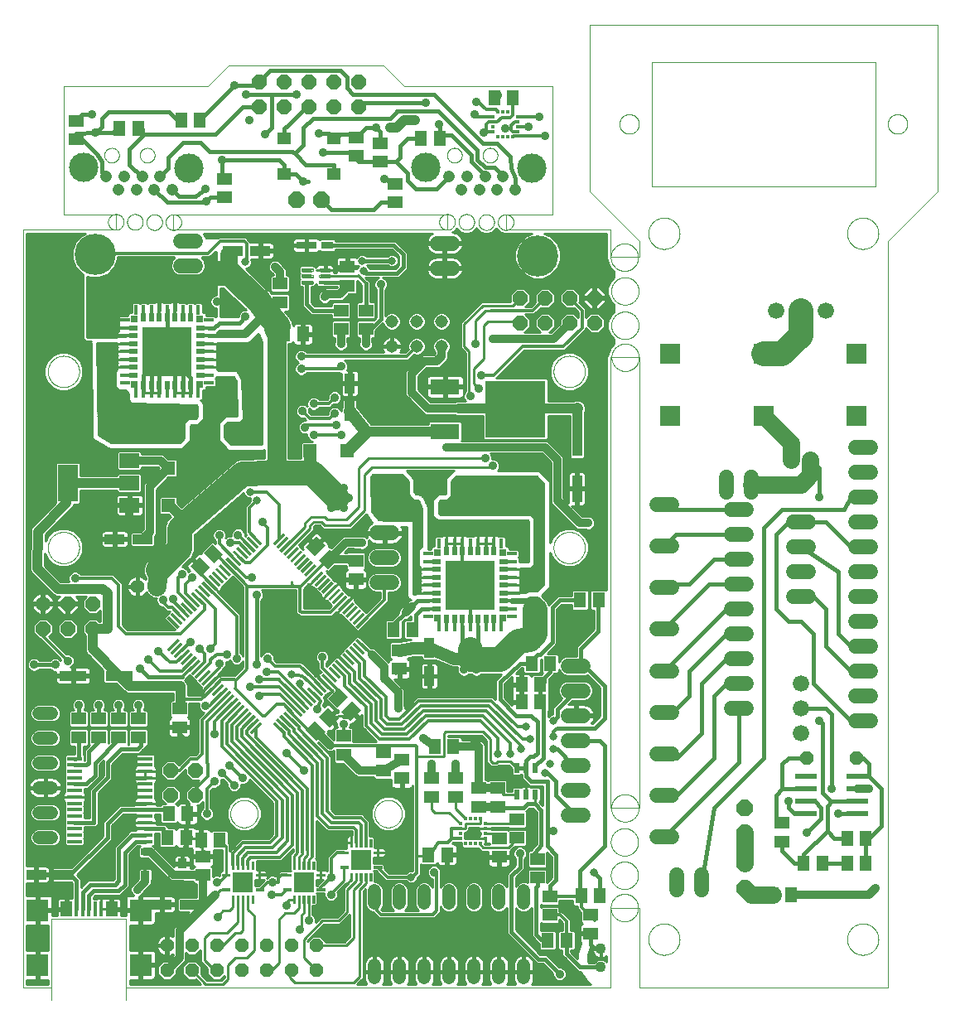
<source format=gtl>
G75*
%MOIN*%
%OFA0B0*%
%FSLAX25Y25*%
%IPPOS*%
%LPD*%
%AMOC8*
5,1,8,0,0,1.08239X$1,22.5*
%
%ADD10C,0.00000*%
%ADD11R,0.07900X0.05900*%
%ADD12R,0.07900X0.15000*%
%ADD13R,0.11811X0.06299*%
%ADD14R,0.24409X0.22835*%
%ADD15C,0.05600*%
%ADD16R,0.03937X0.07874*%
%ADD17R,0.05118X0.05906*%
%ADD18R,0.05906X0.05118*%
%ADD19R,0.07874X0.03937*%
%ADD20R,0.03937X0.11024*%
%ADD21R,0.11024X0.03937*%
%ADD22R,0.05512X0.05512*%
%ADD23R,0.05906X0.01575*%
%ADD24C,0.04362*%
%ADD25R,0.01200X0.06000*%
%ADD26R,0.09000X0.09000*%
%ADD27R,0.01600X0.06000*%
%ADD28R,0.04500X0.06000*%
%ADD29R,0.01800X0.01200*%
%ADD30R,0.01200X0.01800*%
%ADD31R,0.02165X0.03937*%
%ADD32R,0.04724X0.03150*%
%ADD33R,0.07874X0.03150*%
%ADD34R,0.01890X0.03740*%
%ADD35R,0.03150X0.03150*%
%ADD36R,0.01575X0.03937*%
%ADD37R,0.03740X0.01890*%
%ADD38R,0.03937X0.01575*%
%ADD39R,0.03071X0.03071*%
%ADD40R,0.19685X0.19685*%
%ADD41R,0.03969X0.03969*%
%ADD42R,0.04724X0.01575*%
%ADD43C,0.00394*%
%ADD44OC8,0.05600*%
%ADD45R,0.08071X0.08071*%
%ADD46C,0.00331*%
%ADD47R,0.03543X0.02953*%
%ADD48R,0.03543X0.03937*%
%ADD49C,0.05200*%
%ADD50C,0.05150*%
%ADD51OC8,0.06000*%
%ADD52C,0.06000*%
%ADD53C,0.06000*%
%ADD54C,0.05937*%
%ADD55R,0.05118X0.06299*%
%ADD56R,0.08268X0.08268*%
%ADD57C,0.06600*%
%ADD58OC8,0.05200*%
%ADD59R,0.08661X0.02362*%
%ADD60OC8,0.06600*%
%ADD61C,0.04756*%
%ADD62C,0.11811*%
%ADD63R,0.05512X0.04724*%
%ADD64R,0.06299X0.05118*%
%ADD65C,0.01000*%
%ADD66C,0.01600*%
%ADD67C,0.01200*%
%ADD68C,0.03562*%
%ADD69C,0.03200*%
%ADD70C,0.03169*%
%ADD71C,0.04000*%
%ADD72C,0.00800*%
%ADD73C,0.05600*%
%ADD74C,0.10000*%
%ADD75C,0.07600*%
%ADD76C,0.07000*%
%ADD77C,0.05000*%
%ADD78C,0.02400*%
%ADD79C,0.16598*%
D10*
X0040000Y0009500D02*
X0051500Y0009500D01*
X0051600Y0004700D02*
X0051600Y0037200D01*
X0081600Y0037200D01*
X0081600Y0004700D01*
X0081500Y0009500D02*
X0276300Y0009500D01*
X0276300Y0041700D01*
X0288000Y0041700D01*
X0288000Y0009500D01*
X0388000Y0009500D01*
X0388000Y0310000D01*
X0408000Y0330000D01*
X0408000Y0397000D01*
X0268000Y0397000D01*
X0268000Y0330000D01*
X0288000Y0310000D01*
X0288000Y0303400D01*
X0276300Y0303400D01*
X0276300Y0314500D01*
X0234350Y0314500D01*
X0234300Y0320600D01*
X0253000Y0320600D01*
X0253000Y0372200D01*
X0193315Y0372197D01*
X0185047Y0380465D01*
X0122843Y0380465D01*
X0114575Y0372197D01*
X0056300Y0372197D01*
X0056300Y0320600D01*
X0077500Y0320600D01*
X0077500Y0314500D01*
X0040000Y0314500D01*
X0040000Y0009500D01*
X0123488Y0079500D02*
X0123490Y0079648D01*
X0123496Y0079796D01*
X0123506Y0079944D01*
X0123520Y0080091D01*
X0123538Y0080238D01*
X0123559Y0080384D01*
X0123585Y0080530D01*
X0123615Y0080675D01*
X0123648Y0080819D01*
X0123686Y0080962D01*
X0123727Y0081104D01*
X0123772Y0081245D01*
X0123820Y0081385D01*
X0123873Y0081524D01*
X0123929Y0081661D01*
X0123989Y0081796D01*
X0124052Y0081930D01*
X0124119Y0082062D01*
X0124190Y0082192D01*
X0124264Y0082320D01*
X0124341Y0082446D01*
X0124422Y0082570D01*
X0124506Y0082692D01*
X0124593Y0082811D01*
X0124684Y0082928D01*
X0124778Y0083043D01*
X0124874Y0083155D01*
X0124974Y0083265D01*
X0125076Y0083371D01*
X0125182Y0083475D01*
X0125290Y0083576D01*
X0125401Y0083674D01*
X0125514Y0083770D01*
X0125630Y0083862D01*
X0125748Y0083951D01*
X0125869Y0084036D01*
X0125992Y0084119D01*
X0126117Y0084198D01*
X0126244Y0084274D01*
X0126373Y0084346D01*
X0126504Y0084415D01*
X0126637Y0084480D01*
X0126772Y0084541D01*
X0126908Y0084599D01*
X0127045Y0084654D01*
X0127184Y0084704D01*
X0127325Y0084751D01*
X0127466Y0084794D01*
X0127609Y0084834D01*
X0127753Y0084869D01*
X0127897Y0084901D01*
X0128043Y0084928D01*
X0128189Y0084952D01*
X0128336Y0084972D01*
X0128483Y0084988D01*
X0128630Y0085000D01*
X0128778Y0085008D01*
X0128926Y0085012D01*
X0129074Y0085012D01*
X0129222Y0085008D01*
X0129370Y0085000D01*
X0129517Y0084988D01*
X0129664Y0084972D01*
X0129811Y0084952D01*
X0129957Y0084928D01*
X0130103Y0084901D01*
X0130247Y0084869D01*
X0130391Y0084834D01*
X0130534Y0084794D01*
X0130675Y0084751D01*
X0130816Y0084704D01*
X0130955Y0084654D01*
X0131092Y0084599D01*
X0131228Y0084541D01*
X0131363Y0084480D01*
X0131496Y0084415D01*
X0131627Y0084346D01*
X0131756Y0084274D01*
X0131883Y0084198D01*
X0132008Y0084119D01*
X0132131Y0084036D01*
X0132252Y0083951D01*
X0132370Y0083862D01*
X0132486Y0083770D01*
X0132599Y0083674D01*
X0132710Y0083576D01*
X0132818Y0083475D01*
X0132924Y0083371D01*
X0133026Y0083265D01*
X0133126Y0083155D01*
X0133222Y0083043D01*
X0133316Y0082928D01*
X0133407Y0082811D01*
X0133494Y0082692D01*
X0133578Y0082570D01*
X0133659Y0082446D01*
X0133736Y0082320D01*
X0133810Y0082192D01*
X0133881Y0082062D01*
X0133948Y0081930D01*
X0134011Y0081796D01*
X0134071Y0081661D01*
X0134127Y0081524D01*
X0134180Y0081385D01*
X0134228Y0081245D01*
X0134273Y0081104D01*
X0134314Y0080962D01*
X0134352Y0080819D01*
X0134385Y0080675D01*
X0134415Y0080530D01*
X0134441Y0080384D01*
X0134462Y0080238D01*
X0134480Y0080091D01*
X0134494Y0079944D01*
X0134504Y0079796D01*
X0134510Y0079648D01*
X0134512Y0079500D01*
X0134510Y0079352D01*
X0134504Y0079204D01*
X0134494Y0079056D01*
X0134480Y0078909D01*
X0134462Y0078762D01*
X0134441Y0078616D01*
X0134415Y0078470D01*
X0134385Y0078325D01*
X0134352Y0078181D01*
X0134314Y0078038D01*
X0134273Y0077896D01*
X0134228Y0077755D01*
X0134180Y0077615D01*
X0134127Y0077476D01*
X0134071Y0077339D01*
X0134011Y0077204D01*
X0133948Y0077070D01*
X0133881Y0076938D01*
X0133810Y0076808D01*
X0133736Y0076680D01*
X0133659Y0076554D01*
X0133578Y0076430D01*
X0133494Y0076308D01*
X0133407Y0076189D01*
X0133316Y0076072D01*
X0133222Y0075957D01*
X0133126Y0075845D01*
X0133026Y0075735D01*
X0132924Y0075629D01*
X0132818Y0075525D01*
X0132710Y0075424D01*
X0132599Y0075326D01*
X0132486Y0075230D01*
X0132370Y0075138D01*
X0132252Y0075049D01*
X0132131Y0074964D01*
X0132008Y0074881D01*
X0131883Y0074802D01*
X0131756Y0074726D01*
X0131627Y0074654D01*
X0131496Y0074585D01*
X0131363Y0074520D01*
X0131228Y0074459D01*
X0131092Y0074401D01*
X0130955Y0074346D01*
X0130816Y0074296D01*
X0130675Y0074249D01*
X0130534Y0074206D01*
X0130391Y0074166D01*
X0130247Y0074131D01*
X0130103Y0074099D01*
X0129957Y0074072D01*
X0129811Y0074048D01*
X0129664Y0074028D01*
X0129517Y0074012D01*
X0129370Y0074000D01*
X0129222Y0073992D01*
X0129074Y0073988D01*
X0128926Y0073988D01*
X0128778Y0073992D01*
X0128630Y0074000D01*
X0128483Y0074012D01*
X0128336Y0074028D01*
X0128189Y0074048D01*
X0128043Y0074072D01*
X0127897Y0074099D01*
X0127753Y0074131D01*
X0127609Y0074166D01*
X0127466Y0074206D01*
X0127325Y0074249D01*
X0127184Y0074296D01*
X0127045Y0074346D01*
X0126908Y0074401D01*
X0126772Y0074459D01*
X0126637Y0074520D01*
X0126504Y0074585D01*
X0126373Y0074654D01*
X0126244Y0074726D01*
X0126117Y0074802D01*
X0125992Y0074881D01*
X0125869Y0074964D01*
X0125748Y0075049D01*
X0125630Y0075138D01*
X0125514Y0075230D01*
X0125401Y0075326D01*
X0125290Y0075424D01*
X0125182Y0075525D01*
X0125076Y0075629D01*
X0124974Y0075735D01*
X0124874Y0075845D01*
X0124778Y0075957D01*
X0124684Y0076072D01*
X0124593Y0076189D01*
X0124506Y0076308D01*
X0124422Y0076430D01*
X0124341Y0076554D01*
X0124264Y0076680D01*
X0124190Y0076808D01*
X0124119Y0076938D01*
X0124052Y0077070D01*
X0123989Y0077204D01*
X0123929Y0077339D01*
X0123873Y0077476D01*
X0123820Y0077615D01*
X0123772Y0077755D01*
X0123727Y0077896D01*
X0123686Y0078038D01*
X0123648Y0078181D01*
X0123615Y0078325D01*
X0123585Y0078470D01*
X0123559Y0078616D01*
X0123538Y0078762D01*
X0123520Y0078909D01*
X0123506Y0079056D01*
X0123496Y0079204D01*
X0123490Y0079352D01*
X0123488Y0079500D01*
X0181488Y0079500D02*
X0181490Y0079648D01*
X0181496Y0079796D01*
X0181506Y0079944D01*
X0181520Y0080091D01*
X0181538Y0080238D01*
X0181559Y0080384D01*
X0181585Y0080530D01*
X0181615Y0080675D01*
X0181648Y0080819D01*
X0181686Y0080962D01*
X0181727Y0081104D01*
X0181772Y0081245D01*
X0181820Y0081385D01*
X0181873Y0081524D01*
X0181929Y0081661D01*
X0181989Y0081796D01*
X0182052Y0081930D01*
X0182119Y0082062D01*
X0182190Y0082192D01*
X0182264Y0082320D01*
X0182341Y0082446D01*
X0182422Y0082570D01*
X0182506Y0082692D01*
X0182593Y0082811D01*
X0182684Y0082928D01*
X0182778Y0083043D01*
X0182874Y0083155D01*
X0182974Y0083265D01*
X0183076Y0083371D01*
X0183182Y0083475D01*
X0183290Y0083576D01*
X0183401Y0083674D01*
X0183514Y0083770D01*
X0183630Y0083862D01*
X0183748Y0083951D01*
X0183869Y0084036D01*
X0183992Y0084119D01*
X0184117Y0084198D01*
X0184244Y0084274D01*
X0184373Y0084346D01*
X0184504Y0084415D01*
X0184637Y0084480D01*
X0184772Y0084541D01*
X0184908Y0084599D01*
X0185045Y0084654D01*
X0185184Y0084704D01*
X0185325Y0084751D01*
X0185466Y0084794D01*
X0185609Y0084834D01*
X0185753Y0084869D01*
X0185897Y0084901D01*
X0186043Y0084928D01*
X0186189Y0084952D01*
X0186336Y0084972D01*
X0186483Y0084988D01*
X0186630Y0085000D01*
X0186778Y0085008D01*
X0186926Y0085012D01*
X0187074Y0085012D01*
X0187222Y0085008D01*
X0187370Y0085000D01*
X0187517Y0084988D01*
X0187664Y0084972D01*
X0187811Y0084952D01*
X0187957Y0084928D01*
X0188103Y0084901D01*
X0188247Y0084869D01*
X0188391Y0084834D01*
X0188534Y0084794D01*
X0188675Y0084751D01*
X0188816Y0084704D01*
X0188955Y0084654D01*
X0189092Y0084599D01*
X0189228Y0084541D01*
X0189363Y0084480D01*
X0189496Y0084415D01*
X0189627Y0084346D01*
X0189756Y0084274D01*
X0189883Y0084198D01*
X0190008Y0084119D01*
X0190131Y0084036D01*
X0190252Y0083951D01*
X0190370Y0083862D01*
X0190486Y0083770D01*
X0190599Y0083674D01*
X0190710Y0083576D01*
X0190818Y0083475D01*
X0190924Y0083371D01*
X0191026Y0083265D01*
X0191126Y0083155D01*
X0191222Y0083043D01*
X0191316Y0082928D01*
X0191407Y0082811D01*
X0191494Y0082692D01*
X0191578Y0082570D01*
X0191659Y0082446D01*
X0191736Y0082320D01*
X0191810Y0082192D01*
X0191881Y0082062D01*
X0191948Y0081930D01*
X0192011Y0081796D01*
X0192071Y0081661D01*
X0192127Y0081524D01*
X0192180Y0081385D01*
X0192228Y0081245D01*
X0192273Y0081104D01*
X0192314Y0080962D01*
X0192352Y0080819D01*
X0192385Y0080675D01*
X0192415Y0080530D01*
X0192441Y0080384D01*
X0192462Y0080238D01*
X0192480Y0080091D01*
X0192494Y0079944D01*
X0192504Y0079796D01*
X0192510Y0079648D01*
X0192512Y0079500D01*
X0192510Y0079352D01*
X0192504Y0079204D01*
X0192494Y0079056D01*
X0192480Y0078909D01*
X0192462Y0078762D01*
X0192441Y0078616D01*
X0192415Y0078470D01*
X0192385Y0078325D01*
X0192352Y0078181D01*
X0192314Y0078038D01*
X0192273Y0077896D01*
X0192228Y0077755D01*
X0192180Y0077615D01*
X0192127Y0077476D01*
X0192071Y0077339D01*
X0192011Y0077204D01*
X0191948Y0077070D01*
X0191881Y0076938D01*
X0191810Y0076808D01*
X0191736Y0076680D01*
X0191659Y0076554D01*
X0191578Y0076430D01*
X0191494Y0076308D01*
X0191407Y0076189D01*
X0191316Y0076072D01*
X0191222Y0075957D01*
X0191126Y0075845D01*
X0191026Y0075735D01*
X0190924Y0075629D01*
X0190818Y0075525D01*
X0190710Y0075424D01*
X0190599Y0075326D01*
X0190486Y0075230D01*
X0190370Y0075138D01*
X0190252Y0075049D01*
X0190131Y0074964D01*
X0190008Y0074881D01*
X0189883Y0074802D01*
X0189756Y0074726D01*
X0189627Y0074654D01*
X0189496Y0074585D01*
X0189363Y0074520D01*
X0189228Y0074459D01*
X0189092Y0074401D01*
X0188955Y0074346D01*
X0188816Y0074296D01*
X0188675Y0074249D01*
X0188534Y0074206D01*
X0188391Y0074166D01*
X0188247Y0074131D01*
X0188103Y0074099D01*
X0187957Y0074072D01*
X0187811Y0074048D01*
X0187664Y0074028D01*
X0187517Y0074012D01*
X0187370Y0074000D01*
X0187222Y0073992D01*
X0187074Y0073988D01*
X0186926Y0073988D01*
X0186778Y0073992D01*
X0186630Y0074000D01*
X0186483Y0074012D01*
X0186336Y0074028D01*
X0186189Y0074048D01*
X0186043Y0074072D01*
X0185897Y0074099D01*
X0185753Y0074131D01*
X0185609Y0074166D01*
X0185466Y0074206D01*
X0185325Y0074249D01*
X0185184Y0074296D01*
X0185045Y0074346D01*
X0184908Y0074401D01*
X0184772Y0074459D01*
X0184637Y0074520D01*
X0184504Y0074585D01*
X0184373Y0074654D01*
X0184244Y0074726D01*
X0184117Y0074802D01*
X0183992Y0074881D01*
X0183869Y0074964D01*
X0183748Y0075049D01*
X0183630Y0075138D01*
X0183514Y0075230D01*
X0183401Y0075326D01*
X0183290Y0075424D01*
X0183182Y0075525D01*
X0183076Y0075629D01*
X0182974Y0075735D01*
X0182874Y0075845D01*
X0182778Y0075957D01*
X0182684Y0076072D01*
X0182593Y0076189D01*
X0182506Y0076308D01*
X0182422Y0076430D01*
X0182341Y0076554D01*
X0182264Y0076680D01*
X0182190Y0076808D01*
X0182119Y0076938D01*
X0182052Y0077070D01*
X0181989Y0077204D01*
X0181929Y0077339D01*
X0181873Y0077476D01*
X0181820Y0077615D01*
X0181772Y0077755D01*
X0181727Y0077896D01*
X0181686Y0078038D01*
X0181648Y0078181D01*
X0181615Y0078325D01*
X0181585Y0078470D01*
X0181559Y0078616D01*
X0181538Y0078762D01*
X0181520Y0078909D01*
X0181506Y0079056D01*
X0181496Y0079204D01*
X0181490Y0079352D01*
X0181488Y0079500D01*
X0276300Y0081800D02*
X0288000Y0081800D01*
X0288000Y0263100D01*
X0276300Y0263100D01*
X0276300Y0081800D01*
X0276788Y0081800D02*
X0276790Y0081948D01*
X0276796Y0082096D01*
X0276806Y0082244D01*
X0276820Y0082391D01*
X0276838Y0082538D01*
X0276859Y0082684D01*
X0276885Y0082830D01*
X0276915Y0082975D01*
X0276948Y0083119D01*
X0276986Y0083262D01*
X0277027Y0083404D01*
X0277072Y0083545D01*
X0277120Y0083685D01*
X0277173Y0083824D01*
X0277229Y0083961D01*
X0277289Y0084096D01*
X0277352Y0084230D01*
X0277419Y0084362D01*
X0277490Y0084492D01*
X0277564Y0084620D01*
X0277641Y0084746D01*
X0277722Y0084870D01*
X0277806Y0084992D01*
X0277893Y0085111D01*
X0277984Y0085228D01*
X0278078Y0085343D01*
X0278174Y0085455D01*
X0278274Y0085565D01*
X0278376Y0085671D01*
X0278482Y0085775D01*
X0278590Y0085876D01*
X0278701Y0085974D01*
X0278814Y0086070D01*
X0278930Y0086162D01*
X0279048Y0086251D01*
X0279169Y0086336D01*
X0279292Y0086419D01*
X0279417Y0086498D01*
X0279544Y0086574D01*
X0279673Y0086646D01*
X0279804Y0086715D01*
X0279937Y0086780D01*
X0280072Y0086841D01*
X0280208Y0086899D01*
X0280345Y0086954D01*
X0280484Y0087004D01*
X0280625Y0087051D01*
X0280766Y0087094D01*
X0280909Y0087134D01*
X0281053Y0087169D01*
X0281197Y0087201D01*
X0281343Y0087228D01*
X0281489Y0087252D01*
X0281636Y0087272D01*
X0281783Y0087288D01*
X0281930Y0087300D01*
X0282078Y0087308D01*
X0282226Y0087312D01*
X0282374Y0087312D01*
X0282522Y0087308D01*
X0282670Y0087300D01*
X0282817Y0087288D01*
X0282964Y0087272D01*
X0283111Y0087252D01*
X0283257Y0087228D01*
X0283403Y0087201D01*
X0283547Y0087169D01*
X0283691Y0087134D01*
X0283834Y0087094D01*
X0283975Y0087051D01*
X0284116Y0087004D01*
X0284255Y0086954D01*
X0284392Y0086899D01*
X0284528Y0086841D01*
X0284663Y0086780D01*
X0284796Y0086715D01*
X0284927Y0086646D01*
X0285056Y0086574D01*
X0285183Y0086498D01*
X0285308Y0086419D01*
X0285431Y0086336D01*
X0285552Y0086251D01*
X0285670Y0086162D01*
X0285786Y0086070D01*
X0285899Y0085974D01*
X0286010Y0085876D01*
X0286118Y0085775D01*
X0286224Y0085671D01*
X0286326Y0085565D01*
X0286426Y0085455D01*
X0286522Y0085343D01*
X0286616Y0085228D01*
X0286707Y0085111D01*
X0286794Y0084992D01*
X0286878Y0084870D01*
X0286959Y0084746D01*
X0287036Y0084620D01*
X0287110Y0084492D01*
X0287181Y0084362D01*
X0287248Y0084230D01*
X0287311Y0084096D01*
X0287371Y0083961D01*
X0287427Y0083824D01*
X0287480Y0083685D01*
X0287528Y0083545D01*
X0287573Y0083404D01*
X0287614Y0083262D01*
X0287652Y0083119D01*
X0287685Y0082975D01*
X0287715Y0082830D01*
X0287741Y0082684D01*
X0287762Y0082538D01*
X0287780Y0082391D01*
X0287794Y0082244D01*
X0287804Y0082096D01*
X0287810Y0081948D01*
X0287812Y0081800D01*
X0287810Y0081652D01*
X0287804Y0081504D01*
X0287794Y0081356D01*
X0287780Y0081209D01*
X0287762Y0081062D01*
X0287741Y0080916D01*
X0287715Y0080770D01*
X0287685Y0080625D01*
X0287652Y0080481D01*
X0287614Y0080338D01*
X0287573Y0080196D01*
X0287528Y0080055D01*
X0287480Y0079915D01*
X0287427Y0079776D01*
X0287371Y0079639D01*
X0287311Y0079504D01*
X0287248Y0079370D01*
X0287181Y0079238D01*
X0287110Y0079108D01*
X0287036Y0078980D01*
X0286959Y0078854D01*
X0286878Y0078730D01*
X0286794Y0078608D01*
X0286707Y0078489D01*
X0286616Y0078372D01*
X0286522Y0078257D01*
X0286426Y0078145D01*
X0286326Y0078035D01*
X0286224Y0077929D01*
X0286118Y0077825D01*
X0286010Y0077724D01*
X0285899Y0077626D01*
X0285786Y0077530D01*
X0285670Y0077438D01*
X0285552Y0077349D01*
X0285431Y0077264D01*
X0285308Y0077181D01*
X0285183Y0077102D01*
X0285056Y0077026D01*
X0284927Y0076954D01*
X0284796Y0076885D01*
X0284663Y0076820D01*
X0284528Y0076759D01*
X0284392Y0076701D01*
X0284255Y0076646D01*
X0284116Y0076596D01*
X0283975Y0076549D01*
X0283834Y0076506D01*
X0283691Y0076466D01*
X0283547Y0076431D01*
X0283403Y0076399D01*
X0283257Y0076372D01*
X0283111Y0076348D01*
X0282964Y0076328D01*
X0282817Y0076312D01*
X0282670Y0076300D01*
X0282522Y0076292D01*
X0282374Y0076288D01*
X0282226Y0076288D01*
X0282078Y0076292D01*
X0281930Y0076300D01*
X0281783Y0076312D01*
X0281636Y0076328D01*
X0281489Y0076348D01*
X0281343Y0076372D01*
X0281197Y0076399D01*
X0281053Y0076431D01*
X0280909Y0076466D01*
X0280766Y0076506D01*
X0280625Y0076549D01*
X0280484Y0076596D01*
X0280345Y0076646D01*
X0280208Y0076701D01*
X0280072Y0076759D01*
X0279937Y0076820D01*
X0279804Y0076885D01*
X0279673Y0076954D01*
X0279544Y0077026D01*
X0279417Y0077102D01*
X0279292Y0077181D01*
X0279169Y0077264D01*
X0279048Y0077349D01*
X0278930Y0077438D01*
X0278814Y0077530D01*
X0278701Y0077626D01*
X0278590Y0077724D01*
X0278482Y0077825D01*
X0278376Y0077929D01*
X0278274Y0078035D01*
X0278174Y0078145D01*
X0278078Y0078257D01*
X0277984Y0078372D01*
X0277893Y0078489D01*
X0277806Y0078608D01*
X0277722Y0078730D01*
X0277641Y0078854D01*
X0277564Y0078980D01*
X0277490Y0079108D01*
X0277419Y0079238D01*
X0277352Y0079370D01*
X0277289Y0079504D01*
X0277229Y0079639D01*
X0277173Y0079776D01*
X0277120Y0079915D01*
X0277072Y0080055D01*
X0277027Y0080196D01*
X0276986Y0080338D01*
X0276948Y0080481D01*
X0276915Y0080625D01*
X0276885Y0080770D01*
X0276859Y0080916D01*
X0276838Y0081062D01*
X0276820Y0081209D01*
X0276806Y0081356D01*
X0276796Y0081504D01*
X0276790Y0081652D01*
X0276788Y0081800D01*
X0276588Y0068100D02*
X0276590Y0068248D01*
X0276596Y0068396D01*
X0276606Y0068544D01*
X0276620Y0068691D01*
X0276638Y0068838D01*
X0276659Y0068984D01*
X0276685Y0069130D01*
X0276715Y0069275D01*
X0276748Y0069419D01*
X0276786Y0069562D01*
X0276827Y0069704D01*
X0276872Y0069845D01*
X0276920Y0069985D01*
X0276973Y0070124D01*
X0277029Y0070261D01*
X0277089Y0070396D01*
X0277152Y0070530D01*
X0277219Y0070662D01*
X0277290Y0070792D01*
X0277364Y0070920D01*
X0277441Y0071046D01*
X0277522Y0071170D01*
X0277606Y0071292D01*
X0277693Y0071411D01*
X0277784Y0071528D01*
X0277878Y0071643D01*
X0277974Y0071755D01*
X0278074Y0071865D01*
X0278176Y0071971D01*
X0278282Y0072075D01*
X0278390Y0072176D01*
X0278501Y0072274D01*
X0278614Y0072370D01*
X0278730Y0072462D01*
X0278848Y0072551D01*
X0278969Y0072636D01*
X0279092Y0072719D01*
X0279217Y0072798D01*
X0279344Y0072874D01*
X0279473Y0072946D01*
X0279604Y0073015D01*
X0279737Y0073080D01*
X0279872Y0073141D01*
X0280008Y0073199D01*
X0280145Y0073254D01*
X0280284Y0073304D01*
X0280425Y0073351D01*
X0280566Y0073394D01*
X0280709Y0073434D01*
X0280853Y0073469D01*
X0280997Y0073501D01*
X0281143Y0073528D01*
X0281289Y0073552D01*
X0281436Y0073572D01*
X0281583Y0073588D01*
X0281730Y0073600D01*
X0281878Y0073608D01*
X0282026Y0073612D01*
X0282174Y0073612D01*
X0282322Y0073608D01*
X0282470Y0073600D01*
X0282617Y0073588D01*
X0282764Y0073572D01*
X0282911Y0073552D01*
X0283057Y0073528D01*
X0283203Y0073501D01*
X0283347Y0073469D01*
X0283491Y0073434D01*
X0283634Y0073394D01*
X0283775Y0073351D01*
X0283916Y0073304D01*
X0284055Y0073254D01*
X0284192Y0073199D01*
X0284328Y0073141D01*
X0284463Y0073080D01*
X0284596Y0073015D01*
X0284727Y0072946D01*
X0284856Y0072874D01*
X0284983Y0072798D01*
X0285108Y0072719D01*
X0285231Y0072636D01*
X0285352Y0072551D01*
X0285470Y0072462D01*
X0285586Y0072370D01*
X0285699Y0072274D01*
X0285810Y0072176D01*
X0285918Y0072075D01*
X0286024Y0071971D01*
X0286126Y0071865D01*
X0286226Y0071755D01*
X0286322Y0071643D01*
X0286416Y0071528D01*
X0286507Y0071411D01*
X0286594Y0071292D01*
X0286678Y0071170D01*
X0286759Y0071046D01*
X0286836Y0070920D01*
X0286910Y0070792D01*
X0286981Y0070662D01*
X0287048Y0070530D01*
X0287111Y0070396D01*
X0287171Y0070261D01*
X0287227Y0070124D01*
X0287280Y0069985D01*
X0287328Y0069845D01*
X0287373Y0069704D01*
X0287414Y0069562D01*
X0287452Y0069419D01*
X0287485Y0069275D01*
X0287515Y0069130D01*
X0287541Y0068984D01*
X0287562Y0068838D01*
X0287580Y0068691D01*
X0287594Y0068544D01*
X0287604Y0068396D01*
X0287610Y0068248D01*
X0287612Y0068100D01*
X0287610Y0067952D01*
X0287604Y0067804D01*
X0287594Y0067656D01*
X0287580Y0067509D01*
X0287562Y0067362D01*
X0287541Y0067216D01*
X0287515Y0067070D01*
X0287485Y0066925D01*
X0287452Y0066781D01*
X0287414Y0066638D01*
X0287373Y0066496D01*
X0287328Y0066355D01*
X0287280Y0066215D01*
X0287227Y0066076D01*
X0287171Y0065939D01*
X0287111Y0065804D01*
X0287048Y0065670D01*
X0286981Y0065538D01*
X0286910Y0065408D01*
X0286836Y0065280D01*
X0286759Y0065154D01*
X0286678Y0065030D01*
X0286594Y0064908D01*
X0286507Y0064789D01*
X0286416Y0064672D01*
X0286322Y0064557D01*
X0286226Y0064445D01*
X0286126Y0064335D01*
X0286024Y0064229D01*
X0285918Y0064125D01*
X0285810Y0064024D01*
X0285699Y0063926D01*
X0285586Y0063830D01*
X0285470Y0063738D01*
X0285352Y0063649D01*
X0285231Y0063564D01*
X0285108Y0063481D01*
X0284983Y0063402D01*
X0284856Y0063326D01*
X0284727Y0063254D01*
X0284596Y0063185D01*
X0284463Y0063120D01*
X0284328Y0063059D01*
X0284192Y0063001D01*
X0284055Y0062946D01*
X0283916Y0062896D01*
X0283775Y0062849D01*
X0283634Y0062806D01*
X0283491Y0062766D01*
X0283347Y0062731D01*
X0283203Y0062699D01*
X0283057Y0062672D01*
X0282911Y0062648D01*
X0282764Y0062628D01*
X0282617Y0062612D01*
X0282470Y0062600D01*
X0282322Y0062592D01*
X0282174Y0062588D01*
X0282026Y0062588D01*
X0281878Y0062592D01*
X0281730Y0062600D01*
X0281583Y0062612D01*
X0281436Y0062628D01*
X0281289Y0062648D01*
X0281143Y0062672D01*
X0280997Y0062699D01*
X0280853Y0062731D01*
X0280709Y0062766D01*
X0280566Y0062806D01*
X0280425Y0062849D01*
X0280284Y0062896D01*
X0280145Y0062946D01*
X0280008Y0063001D01*
X0279872Y0063059D01*
X0279737Y0063120D01*
X0279604Y0063185D01*
X0279473Y0063254D01*
X0279344Y0063326D01*
X0279217Y0063402D01*
X0279092Y0063481D01*
X0278969Y0063564D01*
X0278848Y0063649D01*
X0278730Y0063738D01*
X0278614Y0063830D01*
X0278501Y0063926D01*
X0278390Y0064024D01*
X0278282Y0064125D01*
X0278176Y0064229D01*
X0278074Y0064335D01*
X0277974Y0064445D01*
X0277878Y0064557D01*
X0277784Y0064672D01*
X0277693Y0064789D01*
X0277606Y0064908D01*
X0277522Y0065030D01*
X0277441Y0065154D01*
X0277364Y0065280D01*
X0277290Y0065408D01*
X0277219Y0065538D01*
X0277152Y0065670D01*
X0277089Y0065804D01*
X0277029Y0065939D01*
X0276973Y0066076D01*
X0276920Y0066215D01*
X0276872Y0066355D01*
X0276827Y0066496D01*
X0276786Y0066638D01*
X0276748Y0066781D01*
X0276715Y0066925D01*
X0276685Y0067070D01*
X0276659Y0067216D01*
X0276638Y0067362D01*
X0276620Y0067509D01*
X0276606Y0067656D01*
X0276596Y0067804D01*
X0276590Y0067952D01*
X0276588Y0068100D01*
X0276588Y0054700D02*
X0276590Y0054848D01*
X0276596Y0054996D01*
X0276606Y0055144D01*
X0276620Y0055291D01*
X0276638Y0055438D01*
X0276659Y0055584D01*
X0276685Y0055730D01*
X0276715Y0055875D01*
X0276748Y0056019D01*
X0276786Y0056162D01*
X0276827Y0056304D01*
X0276872Y0056445D01*
X0276920Y0056585D01*
X0276973Y0056724D01*
X0277029Y0056861D01*
X0277089Y0056996D01*
X0277152Y0057130D01*
X0277219Y0057262D01*
X0277290Y0057392D01*
X0277364Y0057520D01*
X0277441Y0057646D01*
X0277522Y0057770D01*
X0277606Y0057892D01*
X0277693Y0058011D01*
X0277784Y0058128D01*
X0277878Y0058243D01*
X0277974Y0058355D01*
X0278074Y0058465D01*
X0278176Y0058571D01*
X0278282Y0058675D01*
X0278390Y0058776D01*
X0278501Y0058874D01*
X0278614Y0058970D01*
X0278730Y0059062D01*
X0278848Y0059151D01*
X0278969Y0059236D01*
X0279092Y0059319D01*
X0279217Y0059398D01*
X0279344Y0059474D01*
X0279473Y0059546D01*
X0279604Y0059615D01*
X0279737Y0059680D01*
X0279872Y0059741D01*
X0280008Y0059799D01*
X0280145Y0059854D01*
X0280284Y0059904D01*
X0280425Y0059951D01*
X0280566Y0059994D01*
X0280709Y0060034D01*
X0280853Y0060069D01*
X0280997Y0060101D01*
X0281143Y0060128D01*
X0281289Y0060152D01*
X0281436Y0060172D01*
X0281583Y0060188D01*
X0281730Y0060200D01*
X0281878Y0060208D01*
X0282026Y0060212D01*
X0282174Y0060212D01*
X0282322Y0060208D01*
X0282470Y0060200D01*
X0282617Y0060188D01*
X0282764Y0060172D01*
X0282911Y0060152D01*
X0283057Y0060128D01*
X0283203Y0060101D01*
X0283347Y0060069D01*
X0283491Y0060034D01*
X0283634Y0059994D01*
X0283775Y0059951D01*
X0283916Y0059904D01*
X0284055Y0059854D01*
X0284192Y0059799D01*
X0284328Y0059741D01*
X0284463Y0059680D01*
X0284596Y0059615D01*
X0284727Y0059546D01*
X0284856Y0059474D01*
X0284983Y0059398D01*
X0285108Y0059319D01*
X0285231Y0059236D01*
X0285352Y0059151D01*
X0285470Y0059062D01*
X0285586Y0058970D01*
X0285699Y0058874D01*
X0285810Y0058776D01*
X0285918Y0058675D01*
X0286024Y0058571D01*
X0286126Y0058465D01*
X0286226Y0058355D01*
X0286322Y0058243D01*
X0286416Y0058128D01*
X0286507Y0058011D01*
X0286594Y0057892D01*
X0286678Y0057770D01*
X0286759Y0057646D01*
X0286836Y0057520D01*
X0286910Y0057392D01*
X0286981Y0057262D01*
X0287048Y0057130D01*
X0287111Y0056996D01*
X0287171Y0056861D01*
X0287227Y0056724D01*
X0287280Y0056585D01*
X0287328Y0056445D01*
X0287373Y0056304D01*
X0287414Y0056162D01*
X0287452Y0056019D01*
X0287485Y0055875D01*
X0287515Y0055730D01*
X0287541Y0055584D01*
X0287562Y0055438D01*
X0287580Y0055291D01*
X0287594Y0055144D01*
X0287604Y0054996D01*
X0287610Y0054848D01*
X0287612Y0054700D01*
X0287610Y0054552D01*
X0287604Y0054404D01*
X0287594Y0054256D01*
X0287580Y0054109D01*
X0287562Y0053962D01*
X0287541Y0053816D01*
X0287515Y0053670D01*
X0287485Y0053525D01*
X0287452Y0053381D01*
X0287414Y0053238D01*
X0287373Y0053096D01*
X0287328Y0052955D01*
X0287280Y0052815D01*
X0287227Y0052676D01*
X0287171Y0052539D01*
X0287111Y0052404D01*
X0287048Y0052270D01*
X0286981Y0052138D01*
X0286910Y0052008D01*
X0286836Y0051880D01*
X0286759Y0051754D01*
X0286678Y0051630D01*
X0286594Y0051508D01*
X0286507Y0051389D01*
X0286416Y0051272D01*
X0286322Y0051157D01*
X0286226Y0051045D01*
X0286126Y0050935D01*
X0286024Y0050829D01*
X0285918Y0050725D01*
X0285810Y0050624D01*
X0285699Y0050526D01*
X0285586Y0050430D01*
X0285470Y0050338D01*
X0285352Y0050249D01*
X0285231Y0050164D01*
X0285108Y0050081D01*
X0284983Y0050002D01*
X0284856Y0049926D01*
X0284727Y0049854D01*
X0284596Y0049785D01*
X0284463Y0049720D01*
X0284328Y0049659D01*
X0284192Y0049601D01*
X0284055Y0049546D01*
X0283916Y0049496D01*
X0283775Y0049449D01*
X0283634Y0049406D01*
X0283491Y0049366D01*
X0283347Y0049331D01*
X0283203Y0049299D01*
X0283057Y0049272D01*
X0282911Y0049248D01*
X0282764Y0049228D01*
X0282617Y0049212D01*
X0282470Y0049200D01*
X0282322Y0049192D01*
X0282174Y0049188D01*
X0282026Y0049188D01*
X0281878Y0049192D01*
X0281730Y0049200D01*
X0281583Y0049212D01*
X0281436Y0049228D01*
X0281289Y0049248D01*
X0281143Y0049272D01*
X0280997Y0049299D01*
X0280853Y0049331D01*
X0280709Y0049366D01*
X0280566Y0049406D01*
X0280425Y0049449D01*
X0280284Y0049496D01*
X0280145Y0049546D01*
X0280008Y0049601D01*
X0279872Y0049659D01*
X0279737Y0049720D01*
X0279604Y0049785D01*
X0279473Y0049854D01*
X0279344Y0049926D01*
X0279217Y0050002D01*
X0279092Y0050081D01*
X0278969Y0050164D01*
X0278848Y0050249D01*
X0278730Y0050338D01*
X0278614Y0050430D01*
X0278501Y0050526D01*
X0278390Y0050624D01*
X0278282Y0050725D01*
X0278176Y0050829D01*
X0278074Y0050935D01*
X0277974Y0051045D01*
X0277878Y0051157D01*
X0277784Y0051272D01*
X0277693Y0051389D01*
X0277606Y0051508D01*
X0277522Y0051630D01*
X0277441Y0051754D01*
X0277364Y0051880D01*
X0277290Y0052008D01*
X0277219Y0052138D01*
X0277152Y0052270D01*
X0277089Y0052404D01*
X0277029Y0052539D01*
X0276973Y0052676D01*
X0276920Y0052815D01*
X0276872Y0052955D01*
X0276827Y0053096D01*
X0276786Y0053238D01*
X0276748Y0053381D01*
X0276715Y0053525D01*
X0276685Y0053670D01*
X0276659Y0053816D01*
X0276638Y0053962D01*
X0276620Y0054109D01*
X0276606Y0054256D01*
X0276596Y0054404D01*
X0276590Y0054552D01*
X0276588Y0054700D01*
X0276588Y0041700D02*
X0276590Y0041848D01*
X0276596Y0041996D01*
X0276606Y0042144D01*
X0276620Y0042291D01*
X0276638Y0042438D01*
X0276659Y0042584D01*
X0276685Y0042730D01*
X0276715Y0042875D01*
X0276748Y0043019D01*
X0276786Y0043162D01*
X0276827Y0043304D01*
X0276872Y0043445D01*
X0276920Y0043585D01*
X0276973Y0043724D01*
X0277029Y0043861D01*
X0277089Y0043996D01*
X0277152Y0044130D01*
X0277219Y0044262D01*
X0277290Y0044392D01*
X0277364Y0044520D01*
X0277441Y0044646D01*
X0277522Y0044770D01*
X0277606Y0044892D01*
X0277693Y0045011D01*
X0277784Y0045128D01*
X0277878Y0045243D01*
X0277974Y0045355D01*
X0278074Y0045465D01*
X0278176Y0045571D01*
X0278282Y0045675D01*
X0278390Y0045776D01*
X0278501Y0045874D01*
X0278614Y0045970D01*
X0278730Y0046062D01*
X0278848Y0046151D01*
X0278969Y0046236D01*
X0279092Y0046319D01*
X0279217Y0046398D01*
X0279344Y0046474D01*
X0279473Y0046546D01*
X0279604Y0046615D01*
X0279737Y0046680D01*
X0279872Y0046741D01*
X0280008Y0046799D01*
X0280145Y0046854D01*
X0280284Y0046904D01*
X0280425Y0046951D01*
X0280566Y0046994D01*
X0280709Y0047034D01*
X0280853Y0047069D01*
X0280997Y0047101D01*
X0281143Y0047128D01*
X0281289Y0047152D01*
X0281436Y0047172D01*
X0281583Y0047188D01*
X0281730Y0047200D01*
X0281878Y0047208D01*
X0282026Y0047212D01*
X0282174Y0047212D01*
X0282322Y0047208D01*
X0282470Y0047200D01*
X0282617Y0047188D01*
X0282764Y0047172D01*
X0282911Y0047152D01*
X0283057Y0047128D01*
X0283203Y0047101D01*
X0283347Y0047069D01*
X0283491Y0047034D01*
X0283634Y0046994D01*
X0283775Y0046951D01*
X0283916Y0046904D01*
X0284055Y0046854D01*
X0284192Y0046799D01*
X0284328Y0046741D01*
X0284463Y0046680D01*
X0284596Y0046615D01*
X0284727Y0046546D01*
X0284856Y0046474D01*
X0284983Y0046398D01*
X0285108Y0046319D01*
X0285231Y0046236D01*
X0285352Y0046151D01*
X0285470Y0046062D01*
X0285586Y0045970D01*
X0285699Y0045874D01*
X0285810Y0045776D01*
X0285918Y0045675D01*
X0286024Y0045571D01*
X0286126Y0045465D01*
X0286226Y0045355D01*
X0286322Y0045243D01*
X0286416Y0045128D01*
X0286507Y0045011D01*
X0286594Y0044892D01*
X0286678Y0044770D01*
X0286759Y0044646D01*
X0286836Y0044520D01*
X0286910Y0044392D01*
X0286981Y0044262D01*
X0287048Y0044130D01*
X0287111Y0043996D01*
X0287171Y0043861D01*
X0287227Y0043724D01*
X0287280Y0043585D01*
X0287328Y0043445D01*
X0287373Y0043304D01*
X0287414Y0043162D01*
X0287452Y0043019D01*
X0287485Y0042875D01*
X0287515Y0042730D01*
X0287541Y0042584D01*
X0287562Y0042438D01*
X0287580Y0042291D01*
X0287594Y0042144D01*
X0287604Y0041996D01*
X0287610Y0041848D01*
X0287612Y0041700D01*
X0287610Y0041552D01*
X0287604Y0041404D01*
X0287594Y0041256D01*
X0287580Y0041109D01*
X0287562Y0040962D01*
X0287541Y0040816D01*
X0287515Y0040670D01*
X0287485Y0040525D01*
X0287452Y0040381D01*
X0287414Y0040238D01*
X0287373Y0040096D01*
X0287328Y0039955D01*
X0287280Y0039815D01*
X0287227Y0039676D01*
X0287171Y0039539D01*
X0287111Y0039404D01*
X0287048Y0039270D01*
X0286981Y0039138D01*
X0286910Y0039008D01*
X0286836Y0038880D01*
X0286759Y0038754D01*
X0286678Y0038630D01*
X0286594Y0038508D01*
X0286507Y0038389D01*
X0286416Y0038272D01*
X0286322Y0038157D01*
X0286226Y0038045D01*
X0286126Y0037935D01*
X0286024Y0037829D01*
X0285918Y0037725D01*
X0285810Y0037624D01*
X0285699Y0037526D01*
X0285586Y0037430D01*
X0285470Y0037338D01*
X0285352Y0037249D01*
X0285231Y0037164D01*
X0285108Y0037081D01*
X0284983Y0037002D01*
X0284856Y0036926D01*
X0284727Y0036854D01*
X0284596Y0036785D01*
X0284463Y0036720D01*
X0284328Y0036659D01*
X0284192Y0036601D01*
X0284055Y0036546D01*
X0283916Y0036496D01*
X0283775Y0036449D01*
X0283634Y0036406D01*
X0283491Y0036366D01*
X0283347Y0036331D01*
X0283203Y0036299D01*
X0283057Y0036272D01*
X0282911Y0036248D01*
X0282764Y0036228D01*
X0282617Y0036212D01*
X0282470Y0036200D01*
X0282322Y0036192D01*
X0282174Y0036188D01*
X0282026Y0036188D01*
X0281878Y0036192D01*
X0281730Y0036200D01*
X0281583Y0036212D01*
X0281436Y0036228D01*
X0281289Y0036248D01*
X0281143Y0036272D01*
X0280997Y0036299D01*
X0280853Y0036331D01*
X0280709Y0036366D01*
X0280566Y0036406D01*
X0280425Y0036449D01*
X0280284Y0036496D01*
X0280145Y0036546D01*
X0280008Y0036601D01*
X0279872Y0036659D01*
X0279737Y0036720D01*
X0279604Y0036785D01*
X0279473Y0036854D01*
X0279344Y0036926D01*
X0279217Y0037002D01*
X0279092Y0037081D01*
X0278969Y0037164D01*
X0278848Y0037249D01*
X0278730Y0037338D01*
X0278614Y0037430D01*
X0278501Y0037526D01*
X0278390Y0037624D01*
X0278282Y0037725D01*
X0278176Y0037829D01*
X0278074Y0037935D01*
X0277974Y0038045D01*
X0277878Y0038157D01*
X0277784Y0038272D01*
X0277693Y0038389D01*
X0277606Y0038508D01*
X0277522Y0038630D01*
X0277441Y0038754D01*
X0277364Y0038880D01*
X0277290Y0039008D01*
X0277219Y0039138D01*
X0277152Y0039270D01*
X0277089Y0039404D01*
X0277029Y0039539D01*
X0276973Y0039676D01*
X0276920Y0039815D01*
X0276872Y0039955D01*
X0276827Y0040096D01*
X0276786Y0040238D01*
X0276748Y0040381D01*
X0276715Y0040525D01*
X0276685Y0040670D01*
X0276659Y0040816D01*
X0276638Y0040962D01*
X0276620Y0041109D01*
X0276606Y0041256D01*
X0276596Y0041404D01*
X0276590Y0041552D01*
X0276588Y0041700D01*
X0291701Y0029000D02*
X0291703Y0029158D01*
X0291709Y0029316D01*
X0291719Y0029474D01*
X0291733Y0029632D01*
X0291751Y0029789D01*
X0291772Y0029946D01*
X0291798Y0030102D01*
X0291828Y0030258D01*
X0291861Y0030413D01*
X0291899Y0030566D01*
X0291940Y0030719D01*
X0291985Y0030871D01*
X0292034Y0031022D01*
X0292087Y0031171D01*
X0292143Y0031319D01*
X0292203Y0031465D01*
X0292267Y0031610D01*
X0292335Y0031753D01*
X0292406Y0031895D01*
X0292480Y0032035D01*
X0292558Y0032172D01*
X0292640Y0032308D01*
X0292724Y0032442D01*
X0292813Y0032573D01*
X0292904Y0032702D01*
X0292999Y0032829D01*
X0293096Y0032954D01*
X0293197Y0033076D01*
X0293301Y0033195D01*
X0293408Y0033312D01*
X0293518Y0033426D01*
X0293631Y0033537D01*
X0293746Y0033646D01*
X0293864Y0033751D01*
X0293985Y0033853D01*
X0294108Y0033953D01*
X0294234Y0034049D01*
X0294362Y0034142D01*
X0294492Y0034232D01*
X0294625Y0034318D01*
X0294760Y0034402D01*
X0294896Y0034481D01*
X0295035Y0034558D01*
X0295176Y0034630D01*
X0295318Y0034700D01*
X0295462Y0034765D01*
X0295608Y0034827D01*
X0295755Y0034885D01*
X0295904Y0034940D01*
X0296054Y0034991D01*
X0296205Y0035038D01*
X0296357Y0035081D01*
X0296510Y0035120D01*
X0296665Y0035156D01*
X0296820Y0035187D01*
X0296976Y0035215D01*
X0297132Y0035239D01*
X0297289Y0035259D01*
X0297447Y0035275D01*
X0297604Y0035287D01*
X0297763Y0035295D01*
X0297921Y0035299D01*
X0298079Y0035299D01*
X0298237Y0035295D01*
X0298396Y0035287D01*
X0298553Y0035275D01*
X0298711Y0035259D01*
X0298868Y0035239D01*
X0299024Y0035215D01*
X0299180Y0035187D01*
X0299335Y0035156D01*
X0299490Y0035120D01*
X0299643Y0035081D01*
X0299795Y0035038D01*
X0299946Y0034991D01*
X0300096Y0034940D01*
X0300245Y0034885D01*
X0300392Y0034827D01*
X0300538Y0034765D01*
X0300682Y0034700D01*
X0300824Y0034630D01*
X0300965Y0034558D01*
X0301104Y0034481D01*
X0301240Y0034402D01*
X0301375Y0034318D01*
X0301508Y0034232D01*
X0301638Y0034142D01*
X0301766Y0034049D01*
X0301892Y0033953D01*
X0302015Y0033853D01*
X0302136Y0033751D01*
X0302254Y0033646D01*
X0302369Y0033537D01*
X0302482Y0033426D01*
X0302592Y0033312D01*
X0302699Y0033195D01*
X0302803Y0033076D01*
X0302904Y0032954D01*
X0303001Y0032829D01*
X0303096Y0032702D01*
X0303187Y0032573D01*
X0303276Y0032442D01*
X0303360Y0032308D01*
X0303442Y0032172D01*
X0303520Y0032035D01*
X0303594Y0031895D01*
X0303665Y0031753D01*
X0303733Y0031610D01*
X0303797Y0031465D01*
X0303857Y0031319D01*
X0303913Y0031171D01*
X0303966Y0031022D01*
X0304015Y0030871D01*
X0304060Y0030719D01*
X0304101Y0030566D01*
X0304139Y0030413D01*
X0304172Y0030258D01*
X0304202Y0030102D01*
X0304228Y0029946D01*
X0304249Y0029789D01*
X0304267Y0029632D01*
X0304281Y0029474D01*
X0304291Y0029316D01*
X0304297Y0029158D01*
X0304299Y0029000D01*
X0304297Y0028842D01*
X0304291Y0028684D01*
X0304281Y0028526D01*
X0304267Y0028368D01*
X0304249Y0028211D01*
X0304228Y0028054D01*
X0304202Y0027898D01*
X0304172Y0027742D01*
X0304139Y0027587D01*
X0304101Y0027434D01*
X0304060Y0027281D01*
X0304015Y0027129D01*
X0303966Y0026978D01*
X0303913Y0026829D01*
X0303857Y0026681D01*
X0303797Y0026535D01*
X0303733Y0026390D01*
X0303665Y0026247D01*
X0303594Y0026105D01*
X0303520Y0025965D01*
X0303442Y0025828D01*
X0303360Y0025692D01*
X0303276Y0025558D01*
X0303187Y0025427D01*
X0303096Y0025298D01*
X0303001Y0025171D01*
X0302904Y0025046D01*
X0302803Y0024924D01*
X0302699Y0024805D01*
X0302592Y0024688D01*
X0302482Y0024574D01*
X0302369Y0024463D01*
X0302254Y0024354D01*
X0302136Y0024249D01*
X0302015Y0024147D01*
X0301892Y0024047D01*
X0301766Y0023951D01*
X0301638Y0023858D01*
X0301508Y0023768D01*
X0301375Y0023682D01*
X0301240Y0023598D01*
X0301104Y0023519D01*
X0300965Y0023442D01*
X0300824Y0023370D01*
X0300682Y0023300D01*
X0300538Y0023235D01*
X0300392Y0023173D01*
X0300245Y0023115D01*
X0300096Y0023060D01*
X0299946Y0023009D01*
X0299795Y0022962D01*
X0299643Y0022919D01*
X0299490Y0022880D01*
X0299335Y0022844D01*
X0299180Y0022813D01*
X0299024Y0022785D01*
X0298868Y0022761D01*
X0298711Y0022741D01*
X0298553Y0022725D01*
X0298396Y0022713D01*
X0298237Y0022705D01*
X0298079Y0022701D01*
X0297921Y0022701D01*
X0297763Y0022705D01*
X0297604Y0022713D01*
X0297447Y0022725D01*
X0297289Y0022741D01*
X0297132Y0022761D01*
X0296976Y0022785D01*
X0296820Y0022813D01*
X0296665Y0022844D01*
X0296510Y0022880D01*
X0296357Y0022919D01*
X0296205Y0022962D01*
X0296054Y0023009D01*
X0295904Y0023060D01*
X0295755Y0023115D01*
X0295608Y0023173D01*
X0295462Y0023235D01*
X0295318Y0023300D01*
X0295176Y0023370D01*
X0295035Y0023442D01*
X0294896Y0023519D01*
X0294760Y0023598D01*
X0294625Y0023682D01*
X0294492Y0023768D01*
X0294362Y0023858D01*
X0294234Y0023951D01*
X0294108Y0024047D01*
X0293985Y0024147D01*
X0293864Y0024249D01*
X0293746Y0024354D01*
X0293631Y0024463D01*
X0293518Y0024574D01*
X0293408Y0024688D01*
X0293301Y0024805D01*
X0293197Y0024924D01*
X0293096Y0025046D01*
X0292999Y0025171D01*
X0292904Y0025298D01*
X0292813Y0025427D01*
X0292724Y0025558D01*
X0292640Y0025692D01*
X0292558Y0025828D01*
X0292480Y0025965D01*
X0292406Y0026105D01*
X0292335Y0026247D01*
X0292267Y0026390D01*
X0292203Y0026535D01*
X0292143Y0026681D01*
X0292087Y0026829D01*
X0292034Y0026978D01*
X0291985Y0027129D01*
X0291940Y0027281D01*
X0291899Y0027434D01*
X0291861Y0027587D01*
X0291828Y0027742D01*
X0291798Y0027898D01*
X0291772Y0028054D01*
X0291751Y0028211D01*
X0291733Y0028368D01*
X0291719Y0028526D01*
X0291709Y0028684D01*
X0291703Y0028842D01*
X0291701Y0029000D01*
X0371701Y0029000D02*
X0371703Y0029158D01*
X0371709Y0029316D01*
X0371719Y0029474D01*
X0371733Y0029632D01*
X0371751Y0029789D01*
X0371772Y0029946D01*
X0371798Y0030102D01*
X0371828Y0030258D01*
X0371861Y0030413D01*
X0371899Y0030566D01*
X0371940Y0030719D01*
X0371985Y0030871D01*
X0372034Y0031022D01*
X0372087Y0031171D01*
X0372143Y0031319D01*
X0372203Y0031465D01*
X0372267Y0031610D01*
X0372335Y0031753D01*
X0372406Y0031895D01*
X0372480Y0032035D01*
X0372558Y0032172D01*
X0372640Y0032308D01*
X0372724Y0032442D01*
X0372813Y0032573D01*
X0372904Y0032702D01*
X0372999Y0032829D01*
X0373096Y0032954D01*
X0373197Y0033076D01*
X0373301Y0033195D01*
X0373408Y0033312D01*
X0373518Y0033426D01*
X0373631Y0033537D01*
X0373746Y0033646D01*
X0373864Y0033751D01*
X0373985Y0033853D01*
X0374108Y0033953D01*
X0374234Y0034049D01*
X0374362Y0034142D01*
X0374492Y0034232D01*
X0374625Y0034318D01*
X0374760Y0034402D01*
X0374896Y0034481D01*
X0375035Y0034558D01*
X0375176Y0034630D01*
X0375318Y0034700D01*
X0375462Y0034765D01*
X0375608Y0034827D01*
X0375755Y0034885D01*
X0375904Y0034940D01*
X0376054Y0034991D01*
X0376205Y0035038D01*
X0376357Y0035081D01*
X0376510Y0035120D01*
X0376665Y0035156D01*
X0376820Y0035187D01*
X0376976Y0035215D01*
X0377132Y0035239D01*
X0377289Y0035259D01*
X0377447Y0035275D01*
X0377604Y0035287D01*
X0377763Y0035295D01*
X0377921Y0035299D01*
X0378079Y0035299D01*
X0378237Y0035295D01*
X0378396Y0035287D01*
X0378553Y0035275D01*
X0378711Y0035259D01*
X0378868Y0035239D01*
X0379024Y0035215D01*
X0379180Y0035187D01*
X0379335Y0035156D01*
X0379490Y0035120D01*
X0379643Y0035081D01*
X0379795Y0035038D01*
X0379946Y0034991D01*
X0380096Y0034940D01*
X0380245Y0034885D01*
X0380392Y0034827D01*
X0380538Y0034765D01*
X0380682Y0034700D01*
X0380824Y0034630D01*
X0380965Y0034558D01*
X0381104Y0034481D01*
X0381240Y0034402D01*
X0381375Y0034318D01*
X0381508Y0034232D01*
X0381638Y0034142D01*
X0381766Y0034049D01*
X0381892Y0033953D01*
X0382015Y0033853D01*
X0382136Y0033751D01*
X0382254Y0033646D01*
X0382369Y0033537D01*
X0382482Y0033426D01*
X0382592Y0033312D01*
X0382699Y0033195D01*
X0382803Y0033076D01*
X0382904Y0032954D01*
X0383001Y0032829D01*
X0383096Y0032702D01*
X0383187Y0032573D01*
X0383276Y0032442D01*
X0383360Y0032308D01*
X0383442Y0032172D01*
X0383520Y0032035D01*
X0383594Y0031895D01*
X0383665Y0031753D01*
X0383733Y0031610D01*
X0383797Y0031465D01*
X0383857Y0031319D01*
X0383913Y0031171D01*
X0383966Y0031022D01*
X0384015Y0030871D01*
X0384060Y0030719D01*
X0384101Y0030566D01*
X0384139Y0030413D01*
X0384172Y0030258D01*
X0384202Y0030102D01*
X0384228Y0029946D01*
X0384249Y0029789D01*
X0384267Y0029632D01*
X0384281Y0029474D01*
X0384291Y0029316D01*
X0384297Y0029158D01*
X0384299Y0029000D01*
X0384297Y0028842D01*
X0384291Y0028684D01*
X0384281Y0028526D01*
X0384267Y0028368D01*
X0384249Y0028211D01*
X0384228Y0028054D01*
X0384202Y0027898D01*
X0384172Y0027742D01*
X0384139Y0027587D01*
X0384101Y0027434D01*
X0384060Y0027281D01*
X0384015Y0027129D01*
X0383966Y0026978D01*
X0383913Y0026829D01*
X0383857Y0026681D01*
X0383797Y0026535D01*
X0383733Y0026390D01*
X0383665Y0026247D01*
X0383594Y0026105D01*
X0383520Y0025965D01*
X0383442Y0025828D01*
X0383360Y0025692D01*
X0383276Y0025558D01*
X0383187Y0025427D01*
X0383096Y0025298D01*
X0383001Y0025171D01*
X0382904Y0025046D01*
X0382803Y0024924D01*
X0382699Y0024805D01*
X0382592Y0024688D01*
X0382482Y0024574D01*
X0382369Y0024463D01*
X0382254Y0024354D01*
X0382136Y0024249D01*
X0382015Y0024147D01*
X0381892Y0024047D01*
X0381766Y0023951D01*
X0381638Y0023858D01*
X0381508Y0023768D01*
X0381375Y0023682D01*
X0381240Y0023598D01*
X0381104Y0023519D01*
X0380965Y0023442D01*
X0380824Y0023370D01*
X0380682Y0023300D01*
X0380538Y0023235D01*
X0380392Y0023173D01*
X0380245Y0023115D01*
X0380096Y0023060D01*
X0379946Y0023009D01*
X0379795Y0022962D01*
X0379643Y0022919D01*
X0379490Y0022880D01*
X0379335Y0022844D01*
X0379180Y0022813D01*
X0379024Y0022785D01*
X0378868Y0022761D01*
X0378711Y0022741D01*
X0378553Y0022725D01*
X0378396Y0022713D01*
X0378237Y0022705D01*
X0378079Y0022701D01*
X0377921Y0022701D01*
X0377763Y0022705D01*
X0377604Y0022713D01*
X0377447Y0022725D01*
X0377289Y0022741D01*
X0377132Y0022761D01*
X0376976Y0022785D01*
X0376820Y0022813D01*
X0376665Y0022844D01*
X0376510Y0022880D01*
X0376357Y0022919D01*
X0376205Y0022962D01*
X0376054Y0023009D01*
X0375904Y0023060D01*
X0375755Y0023115D01*
X0375608Y0023173D01*
X0375462Y0023235D01*
X0375318Y0023300D01*
X0375176Y0023370D01*
X0375035Y0023442D01*
X0374896Y0023519D01*
X0374760Y0023598D01*
X0374625Y0023682D01*
X0374492Y0023768D01*
X0374362Y0023858D01*
X0374234Y0023951D01*
X0374108Y0024047D01*
X0373985Y0024147D01*
X0373864Y0024249D01*
X0373746Y0024354D01*
X0373631Y0024463D01*
X0373518Y0024574D01*
X0373408Y0024688D01*
X0373301Y0024805D01*
X0373197Y0024924D01*
X0373096Y0025046D01*
X0372999Y0025171D01*
X0372904Y0025298D01*
X0372813Y0025427D01*
X0372724Y0025558D01*
X0372640Y0025692D01*
X0372558Y0025828D01*
X0372480Y0025965D01*
X0372406Y0026105D01*
X0372335Y0026247D01*
X0372267Y0026390D01*
X0372203Y0026535D01*
X0372143Y0026681D01*
X0372087Y0026829D01*
X0372034Y0026978D01*
X0371985Y0027129D01*
X0371940Y0027281D01*
X0371899Y0027434D01*
X0371861Y0027587D01*
X0371828Y0027742D01*
X0371798Y0027898D01*
X0371772Y0028054D01*
X0371751Y0028211D01*
X0371733Y0028368D01*
X0371719Y0028526D01*
X0371709Y0028684D01*
X0371703Y0028842D01*
X0371701Y0029000D01*
X0253573Y0186567D02*
X0253575Y0186725D01*
X0253581Y0186883D01*
X0253591Y0187041D01*
X0253605Y0187199D01*
X0253623Y0187356D01*
X0253644Y0187513D01*
X0253670Y0187669D01*
X0253700Y0187825D01*
X0253733Y0187980D01*
X0253771Y0188133D01*
X0253812Y0188286D01*
X0253857Y0188438D01*
X0253906Y0188589D01*
X0253959Y0188738D01*
X0254015Y0188886D01*
X0254075Y0189032D01*
X0254139Y0189177D01*
X0254207Y0189320D01*
X0254278Y0189462D01*
X0254352Y0189602D01*
X0254430Y0189739D01*
X0254512Y0189875D01*
X0254596Y0190009D01*
X0254685Y0190140D01*
X0254776Y0190269D01*
X0254871Y0190396D01*
X0254968Y0190521D01*
X0255069Y0190643D01*
X0255173Y0190762D01*
X0255280Y0190879D01*
X0255390Y0190993D01*
X0255503Y0191104D01*
X0255618Y0191213D01*
X0255736Y0191318D01*
X0255857Y0191420D01*
X0255980Y0191520D01*
X0256106Y0191616D01*
X0256234Y0191709D01*
X0256364Y0191799D01*
X0256497Y0191885D01*
X0256632Y0191969D01*
X0256768Y0192048D01*
X0256907Y0192125D01*
X0257048Y0192197D01*
X0257190Y0192267D01*
X0257334Y0192332D01*
X0257480Y0192394D01*
X0257627Y0192452D01*
X0257776Y0192507D01*
X0257926Y0192558D01*
X0258077Y0192605D01*
X0258229Y0192648D01*
X0258382Y0192687D01*
X0258537Y0192723D01*
X0258692Y0192754D01*
X0258848Y0192782D01*
X0259004Y0192806D01*
X0259161Y0192826D01*
X0259319Y0192842D01*
X0259476Y0192854D01*
X0259635Y0192862D01*
X0259793Y0192866D01*
X0259951Y0192866D01*
X0260109Y0192862D01*
X0260268Y0192854D01*
X0260425Y0192842D01*
X0260583Y0192826D01*
X0260740Y0192806D01*
X0260896Y0192782D01*
X0261052Y0192754D01*
X0261207Y0192723D01*
X0261362Y0192687D01*
X0261515Y0192648D01*
X0261667Y0192605D01*
X0261818Y0192558D01*
X0261968Y0192507D01*
X0262117Y0192452D01*
X0262264Y0192394D01*
X0262410Y0192332D01*
X0262554Y0192267D01*
X0262696Y0192197D01*
X0262837Y0192125D01*
X0262976Y0192048D01*
X0263112Y0191969D01*
X0263247Y0191885D01*
X0263380Y0191799D01*
X0263510Y0191709D01*
X0263638Y0191616D01*
X0263764Y0191520D01*
X0263887Y0191420D01*
X0264008Y0191318D01*
X0264126Y0191213D01*
X0264241Y0191104D01*
X0264354Y0190993D01*
X0264464Y0190879D01*
X0264571Y0190762D01*
X0264675Y0190643D01*
X0264776Y0190521D01*
X0264873Y0190396D01*
X0264968Y0190269D01*
X0265059Y0190140D01*
X0265148Y0190009D01*
X0265232Y0189875D01*
X0265314Y0189739D01*
X0265392Y0189602D01*
X0265466Y0189462D01*
X0265537Y0189320D01*
X0265605Y0189177D01*
X0265669Y0189032D01*
X0265729Y0188886D01*
X0265785Y0188738D01*
X0265838Y0188589D01*
X0265887Y0188438D01*
X0265932Y0188286D01*
X0265973Y0188133D01*
X0266011Y0187980D01*
X0266044Y0187825D01*
X0266074Y0187669D01*
X0266100Y0187513D01*
X0266121Y0187356D01*
X0266139Y0187199D01*
X0266153Y0187041D01*
X0266163Y0186883D01*
X0266169Y0186725D01*
X0266171Y0186567D01*
X0266169Y0186409D01*
X0266163Y0186251D01*
X0266153Y0186093D01*
X0266139Y0185935D01*
X0266121Y0185778D01*
X0266100Y0185621D01*
X0266074Y0185465D01*
X0266044Y0185309D01*
X0266011Y0185154D01*
X0265973Y0185001D01*
X0265932Y0184848D01*
X0265887Y0184696D01*
X0265838Y0184545D01*
X0265785Y0184396D01*
X0265729Y0184248D01*
X0265669Y0184102D01*
X0265605Y0183957D01*
X0265537Y0183814D01*
X0265466Y0183672D01*
X0265392Y0183532D01*
X0265314Y0183395D01*
X0265232Y0183259D01*
X0265148Y0183125D01*
X0265059Y0182994D01*
X0264968Y0182865D01*
X0264873Y0182738D01*
X0264776Y0182613D01*
X0264675Y0182491D01*
X0264571Y0182372D01*
X0264464Y0182255D01*
X0264354Y0182141D01*
X0264241Y0182030D01*
X0264126Y0181921D01*
X0264008Y0181816D01*
X0263887Y0181714D01*
X0263764Y0181614D01*
X0263638Y0181518D01*
X0263510Y0181425D01*
X0263380Y0181335D01*
X0263247Y0181249D01*
X0263112Y0181165D01*
X0262976Y0181086D01*
X0262837Y0181009D01*
X0262696Y0180937D01*
X0262554Y0180867D01*
X0262410Y0180802D01*
X0262264Y0180740D01*
X0262117Y0180682D01*
X0261968Y0180627D01*
X0261818Y0180576D01*
X0261667Y0180529D01*
X0261515Y0180486D01*
X0261362Y0180447D01*
X0261207Y0180411D01*
X0261052Y0180380D01*
X0260896Y0180352D01*
X0260740Y0180328D01*
X0260583Y0180308D01*
X0260425Y0180292D01*
X0260268Y0180280D01*
X0260109Y0180272D01*
X0259951Y0180268D01*
X0259793Y0180268D01*
X0259635Y0180272D01*
X0259476Y0180280D01*
X0259319Y0180292D01*
X0259161Y0180308D01*
X0259004Y0180328D01*
X0258848Y0180352D01*
X0258692Y0180380D01*
X0258537Y0180411D01*
X0258382Y0180447D01*
X0258229Y0180486D01*
X0258077Y0180529D01*
X0257926Y0180576D01*
X0257776Y0180627D01*
X0257627Y0180682D01*
X0257480Y0180740D01*
X0257334Y0180802D01*
X0257190Y0180867D01*
X0257048Y0180937D01*
X0256907Y0181009D01*
X0256768Y0181086D01*
X0256632Y0181165D01*
X0256497Y0181249D01*
X0256364Y0181335D01*
X0256234Y0181425D01*
X0256106Y0181518D01*
X0255980Y0181614D01*
X0255857Y0181714D01*
X0255736Y0181816D01*
X0255618Y0181921D01*
X0255503Y0182030D01*
X0255390Y0182141D01*
X0255280Y0182255D01*
X0255173Y0182372D01*
X0255069Y0182491D01*
X0254968Y0182613D01*
X0254871Y0182738D01*
X0254776Y0182865D01*
X0254685Y0182994D01*
X0254596Y0183125D01*
X0254512Y0183259D01*
X0254430Y0183395D01*
X0254352Y0183532D01*
X0254278Y0183672D01*
X0254207Y0183814D01*
X0254139Y0183957D01*
X0254075Y0184102D01*
X0254015Y0184248D01*
X0253959Y0184396D01*
X0253906Y0184545D01*
X0253857Y0184696D01*
X0253812Y0184848D01*
X0253771Y0185001D01*
X0253733Y0185154D01*
X0253700Y0185309D01*
X0253670Y0185465D01*
X0253644Y0185621D01*
X0253623Y0185778D01*
X0253605Y0185935D01*
X0253591Y0186093D01*
X0253581Y0186251D01*
X0253575Y0186409D01*
X0253573Y0186567D01*
X0253573Y0257433D02*
X0253575Y0257591D01*
X0253581Y0257749D01*
X0253591Y0257907D01*
X0253605Y0258065D01*
X0253623Y0258222D01*
X0253644Y0258379D01*
X0253670Y0258535D01*
X0253700Y0258691D01*
X0253733Y0258846D01*
X0253771Y0258999D01*
X0253812Y0259152D01*
X0253857Y0259304D01*
X0253906Y0259455D01*
X0253959Y0259604D01*
X0254015Y0259752D01*
X0254075Y0259898D01*
X0254139Y0260043D01*
X0254207Y0260186D01*
X0254278Y0260328D01*
X0254352Y0260468D01*
X0254430Y0260605D01*
X0254512Y0260741D01*
X0254596Y0260875D01*
X0254685Y0261006D01*
X0254776Y0261135D01*
X0254871Y0261262D01*
X0254968Y0261387D01*
X0255069Y0261509D01*
X0255173Y0261628D01*
X0255280Y0261745D01*
X0255390Y0261859D01*
X0255503Y0261970D01*
X0255618Y0262079D01*
X0255736Y0262184D01*
X0255857Y0262286D01*
X0255980Y0262386D01*
X0256106Y0262482D01*
X0256234Y0262575D01*
X0256364Y0262665D01*
X0256497Y0262751D01*
X0256632Y0262835D01*
X0256768Y0262914D01*
X0256907Y0262991D01*
X0257048Y0263063D01*
X0257190Y0263133D01*
X0257334Y0263198D01*
X0257480Y0263260D01*
X0257627Y0263318D01*
X0257776Y0263373D01*
X0257926Y0263424D01*
X0258077Y0263471D01*
X0258229Y0263514D01*
X0258382Y0263553D01*
X0258537Y0263589D01*
X0258692Y0263620D01*
X0258848Y0263648D01*
X0259004Y0263672D01*
X0259161Y0263692D01*
X0259319Y0263708D01*
X0259476Y0263720D01*
X0259635Y0263728D01*
X0259793Y0263732D01*
X0259951Y0263732D01*
X0260109Y0263728D01*
X0260268Y0263720D01*
X0260425Y0263708D01*
X0260583Y0263692D01*
X0260740Y0263672D01*
X0260896Y0263648D01*
X0261052Y0263620D01*
X0261207Y0263589D01*
X0261362Y0263553D01*
X0261515Y0263514D01*
X0261667Y0263471D01*
X0261818Y0263424D01*
X0261968Y0263373D01*
X0262117Y0263318D01*
X0262264Y0263260D01*
X0262410Y0263198D01*
X0262554Y0263133D01*
X0262696Y0263063D01*
X0262837Y0262991D01*
X0262976Y0262914D01*
X0263112Y0262835D01*
X0263247Y0262751D01*
X0263380Y0262665D01*
X0263510Y0262575D01*
X0263638Y0262482D01*
X0263764Y0262386D01*
X0263887Y0262286D01*
X0264008Y0262184D01*
X0264126Y0262079D01*
X0264241Y0261970D01*
X0264354Y0261859D01*
X0264464Y0261745D01*
X0264571Y0261628D01*
X0264675Y0261509D01*
X0264776Y0261387D01*
X0264873Y0261262D01*
X0264968Y0261135D01*
X0265059Y0261006D01*
X0265148Y0260875D01*
X0265232Y0260741D01*
X0265314Y0260605D01*
X0265392Y0260468D01*
X0265466Y0260328D01*
X0265537Y0260186D01*
X0265605Y0260043D01*
X0265669Y0259898D01*
X0265729Y0259752D01*
X0265785Y0259604D01*
X0265838Y0259455D01*
X0265887Y0259304D01*
X0265932Y0259152D01*
X0265973Y0258999D01*
X0266011Y0258846D01*
X0266044Y0258691D01*
X0266074Y0258535D01*
X0266100Y0258379D01*
X0266121Y0258222D01*
X0266139Y0258065D01*
X0266153Y0257907D01*
X0266163Y0257749D01*
X0266169Y0257591D01*
X0266171Y0257433D01*
X0266169Y0257275D01*
X0266163Y0257117D01*
X0266153Y0256959D01*
X0266139Y0256801D01*
X0266121Y0256644D01*
X0266100Y0256487D01*
X0266074Y0256331D01*
X0266044Y0256175D01*
X0266011Y0256020D01*
X0265973Y0255867D01*
X0265932Y0255714D01*
X0265887Y0255562D01*
X0265838Y0255411D01*
X0265785Y0255262D01*
X0265729Y0255114D01*
X0265669Y0254968D01*
X0265605Y0254823D01*
X0265537Y0254680D01*
X0265466Y0254538D01*
X0265392Y0254398D01*
X0265314Y0254261D01*
X0265232Y0254125D01*
X0265148Y0253991D01*
X0265059Y0253860D01*
X0264968Y0253731D01*
X0264873Y0253604D01*
X0264776Y0253479D01*
X0264675Y0253357D01*
X0264571Y0253238D01*
X0264464Y0253121D01*
X0264354Y0253007D01*
X0264241Y0252896D01*
X0264126Y0252787D01*
X0264008Y0252682D01*
X0263887Y0252580D01*
X0263764Y0252480D01*
X0263638Y0252384D01*
X0263510Y0252291D01*
X0263380Y0252201D01*
X0263247Y0252115D01*
X0263112Y0252031D01*
X0262976Y0251952D01*
X0262837Y0251875D01*
X0262696Y0251803D01*
X0262554Y0251733D01*
X0262410Y0251668D01*
X0262264Y0251606D01*
X0262117Y0251548D01*
X0261968Y0251493D01*
X0261818Y0251442D01*
X0261667Y0251395D01*
X0261515Y0251352D01*
X0261362Y0251313D01*
X0261207Y0251277D01*
X0261052Y0251246D01*
X0260896Y0251218D01*
X0260740Y0251194D01*
X0260583Y0251174D01*
X0260425Y0251158D01*
X0260268Y0251146D01*
X0260109Y0251138D01*
X0259951Y0251134D01*
X0259793Y0251134D01*
X0259635Y0251138D01*
X0259476Y0251146D01*
X0259319Y0251158D01*
X0259161Y0251174D01*
X0259004Y0251194D01*
X0258848Y0251218D01*
X0258692Y0251246D01*
X0258537Y0251277D01*
X0258382Y0251313D01*
X0258229Y0251352D01*
X0258077Y0251395D01*
X0257926Y0251442D01*
X0257776Y0251493D01*
X0257627Y0251548D01*
X0257480Y0251606D01*
X0257334Y0251668D01*
X0257190Y0251733D01*
X0257048Y0251803D01*
X0256907Y0251875D01*
X0256768Y0251952D01*
X0256632Y0252031D01*
X0256497Y0252115D01*
X0256364Y0252201D01*
X0256234Y0252291D01*
X0256106Y0252384D01*
X0255980Y0252480D01*
X0255857Y0252580D01*
X0255736Y0252682D01*
X0255618Y0252787D01*
X0255503Y0252896D01*
X0255390Y0253007D01*
X0255280Y0253121D01*
X0255173Y0253238D01*
X0255069Y0253357D01*
X0254968Y0253479D01*
X0254871Y0253604D01*
X0254776Y0253731D01*
X0254685Y0253860D01*
X0254596Y0253991D01*
X0254512Y0254125D01*
X0254430Y0254261D01*
X0254352Y0254398D01*
X0254278Y0254538D01*
X0254207Y0254680D01*
X0254139Y0254823D01*
X0254075Y0254968D01*
X0254015Y0255114D01*
X0253959Y0255262D01*
X0253906Y0255411D01*
X0253857Y0255562D01*
X0253812Y0255714D01*
X0253771Y0255867D01*
X0253733Y0256020D01*
X0253700Y0256175D01*
X0253670Y0256331D01*
X0253644Y0256487D01*
X0253623Y0256644D01*
X0253605Y0256801D01*
X0253591Y0256959D01*
X0253581Y0257117D01*
X0253575Y0257275D01*
X0253573Y0257433D01*
X0276888Y0263100D02*
X0276890Y0263248D01*
X0276896Y0263396D01*
X0276906Y0263544D01*
X0276920Y0263691D01*
X0276938Y0263838D01*
X0276959Y0263984D01*
X0276985Y0264130D01*
X0277015Y0264275D01*
X0277048Y0264419D01*
X0277086Y0264562D01*
X0277127Y0264704D01*
X0277172Y0264845D01*
X0277220Y0264985D01*
X0277273Y0265124D01*
X0277329Y0265261D01*
X0277389Y0265396D01*
X0277452Y0265530D01*
X0277519Y0265662D01*
X0277590Y0265792D01*
X0277664Y0265920D01*
X0277741Y0266046D01*
X0277822Y0266170D01*
X0277906Y0266292D01*
X0277993Y0266411D01*
X0278084Y0266528D01*
X0278178Y0266643D01*
X0278274Y0266755D01*
X0278374Y0266865D01*
X0278476Y0266971D01*
X0278582Y0267075D01*
X0278690Y0267176D01*
X0278801Y0267274D01*
X0278914Y0267370D01*
X0279030Y0267462D01*
X0279148Y0267551D01*
X0279269Y0267636D01*
X0279392Y0267719D01*
X0279517Y0267798D01*
X0279644Y0267874D01*
X0279773Y0267946D01*
X0279904Y0268015D01*
X0280037Y0268080D01*
X0280172Y0268141D01*
X0280308Y0268199D01*
X0280445Y0268254D01*
X0280584Y0268304D01*
X0280725Y0268351D01*
X0280866Y0268394D01*
X0281009Y0268434D01*
X0281153Y0268469D01*
X0281297Y0268501D01*
X0281443Y0268528D01*
X0281589Y0268552D01*
X0281736Y0268572D01*
X0281883Y0268588D01*
X0282030Y0268600D01*
X0282178Y0268608D01*
X0282326Y0268612D01*
X0282474Y0268612D01*
X0282622Y0268608D01*
X0282770Y0268600D01*
X0282917Y0268588D01*
X0283064Y0268572D01*
X0283211Y0268552D01*
X0283357Y0268528D01*
X0283503Y0268501D01*
X0283647Y0268469D01*
X0283791Y0268434D01*
X0283934Y0268394D01*
X0284075Y0268351D01*
X0284216Y0268304D01*
X0284355Y0268254D01*
X0284492Y0268199D01*
X0284628Y0268141D01*
X0284763Y0268080D01*
X0284896Y0268015D01*
X0285027Y0267946D01*
X0285156Y0267874D01*
X0285283Y0267798D01*
X0285408Y0267719D01*
X0285531Y0267636D01*
X0285652Y0267551D01*
X0285770Y0267462D01*
X0285886Y0267370D01*
X0285999Y0267274D01*
X0286110Y0267176D01*
X0286218Y0267075D01*
X0286324Y0266971D01*
X0286426Y0266865D01*
X0286526Y0266755D01*
X0286622Y0266643D01*
X0286716Y0266528D01*
X0286807Y0266411D01*
X0286894Y0266292D01*
X0286978Y0266170D01*
X0287059Y0266046D01*
X0287136Y0265920D01*
X0287210Y0265792D01*
X0287281Y0265662D01*
X0287348Y0265530D01*
X0287411Y0265396D01*
X0287471Y0265261D01*
X0287527Y0265124D01*
X0287580Y0264985D01*
X0287628Y0264845D01*
X0287673Y0264704D01*
X0287714Y0264562D01*
X0287752Y0264419D01*
X0287785Y0264275D01*
X0287815Y0264130D01*
X0287841Y0263984D01*
X0287862Y0263838D01*
X0287880Y0263691D01*
X0287894Y0263544D01*
X0287904Y0263396D01*
X0287910Y0263248D01*
X0287912Y0263100D01*
X0287910Y0262952D01*
X0287904Y0262804D01*
X0287894Y0262656D01*
X0287880Y0262509D01*
X0287862Y0262362D01*
X0287841Y0262216D01*
X0287815Y0262070D01*
X0287785Y0261925D01*
X0287752Y0261781D01*
X0287714Y0261638D01*
X0287673Y0261496D01*
X0287628Y0261355D01*
X0287580Y0261215D01*
X0287527Y0261076D01*
X0287471Y0260939D01*
X0287411Y0260804D01*
X0287348Y0260670D01*
X0287281Y0260538D01*
X0287210Y0260408D01*
X0287136Y0260280D01*
X0287059Y0260154D01*
X0286978Y0260030D01*
X0286894Y0259908D01*
X0286807Y0259789D01*
X0286716Y0259672D01*
X0286622Y0259557D01*
X0286526Y0259445D01*
X0286426Y0259335D01*
X0286324Y0259229D01*
X0286218Y0259125D01*
X0286110Y0259024D01*
X0285999Y0258926D01*
X0285886Y0258830D01*
X0285770Y0258738D01*
X0285652Y0258649D01*
X0285531Y0258564D01*
X0285408Y0258481D01*
X0285283Y0258402D01*
X0285156Y0258326D01*
X0285027Y0258254D01*
X0284896Y0258185D01*
X0284763Y0258120D01*
X0284628Y0258059D01*
X0284492Y0258001D01*
X0284355Y0257946D01*
X0284216Y0257896D01*
X0284075Y0257849D01*
X0283934Y0257806D01*
X0283791Y0257766D01*
X0283647Y0257731D01*
X0283503Y0257699D01*
X0283357Y0257672D01*
X0283211Y0257648D01*
X0283064Y0257628D01*
X0282917Y0257612D01*
X0282770Y0257600D01*
X0282622Y0257592D01*
X0282474Y0257588D01*
X0282326Y0257588D01*
X0282178Y0257592D01*
X0282030Y0257600D01*
X0281883Y0257612D01*
X0281736Y0257628D01*
X0281589Y0257648D01*
X0281443Y0257672D01*
X0281297Y0257699D01*
X0281153Y0257731D01*
X0281009Y0257766D01*
X0280866Y0257806D01*
X0280725Y0257849D01*
X0280584Y0257896D01*
X0280445Y0257946D01*
X0280308Y0258001D01*
X0280172Y0258059D01*
X0280037Y0258120D01*
X0279904Y0258185D01*
X0279773Y0258254D01*
X0279644Y0258326D01*
X0279517Y0258402D01*
X0279392Y0258481D01*
X0279269Y0258564D01*
X0279148Y0258649D01*
X0279030Y0258738D01*
X0278914Y0258830D01*
X0278801Y0258926D01*
X0278690Y0259024D01*
X0278582Y0259125D01*
X0278476Y0259229D01*
X0278374Y0259335D01*
X0278274Y0259445D01*
X0278178Y0259557D01*
X0278084Y0259672D01*
X0277993Y0259789D01*
X0277906Y0259908D01*
X0277822Y0260030D01*
X0277741Y0260154D01*
X0277664Y0260280D01*
X0277590Y0260408D01*
X0277519Y0260538D01*
X0277452Y0260670D01*
X0277389Y0260804D01*
X0277329Y0260939D01*
X0277273Y0261076D01*
X0277220Y0261215D01*
X0277172Y0261355D01*
X0277127Y0261496D01*
X0277086Y0261638D01*
X0277048Y0261781D01*
X0277015Y0261925D01*
X0276985Y0262070D01*
X0276959Y0262216D01*
X0276938Y0262362D01*
X0276920Y0262509D01*
X0276906Y0262656D01*
X0276896Y0262804D01*
X0276890Y0262952D01*
X0276888Y0263100D01*
X0276788Y0276000D02*
X0276790Y0276148D01*
X0276796Y0276296D01*
X0276806Y0276444D01*
X0276820Y0276591D01*
X0276838Y0276738D01*
X0276859Y0276884D01*
X0276885Y0277030D01*
X0276915Y0277175D01*
X0276948Y0277319D01*
X0276986Y0277462D01*
X0277027Y0277604D01*
X0277072Y0277745D01*
X0277120Y0277885D01*
X0277173Y0278024D01*
X0277229Y0278161D01*
X0277289Y0278296D01*
X0277352Y0278430D01*
X0277419Y0278562D01*
X0277490Y0278692D01*
X0277564Y0278820D01*
X0277641Y0278946D01*
X0277722Y0279070D01*
X0277806Y0279192D01*
X0277893Y0279311D01*
X0277984Y0279428D01*
X0278078Y0279543D01*
X0278174Y0279655D01*
X0278274Y0279765D01*
X0278376Y0279871D01*
X0278482Y0279975D01*
X0278590Y0280076D01*
X0278701Y0280174D01*
X0278814Y0280270D01*
X0278930Y0280362D01*
X0279048Y0280451D01*
X0279169Y0280536D01*
X0279292Y0280619D01*
X0279417Y0280698D01*
X0279544Y0280774D01*
X0279673Y0280846D01*
X0279804Y0280915D01*
X0279937Y0280980D01*
X0280072Y0281041D01*
X0280208Y0281099D01*
X0280345Y0281154D01*
X0280484Y0281204D01*
X0280625Y0281251D01*
X0280766Y0281294D01*
X0280909Y0281334D01*
X0281053Y0281369D01*
X0281197Y0281401D01*
X0281343Y0281428D01*
X0281489Y0281452D01*
X0281636Y0281472D01*
X0281783Y0281488D01*
X0281930Y0281500D01*
X0282078Y0281508D01*
X0282226Y0281512D01*
X0282374Y0281512D01*
X0282522Y0281508D01*
X0282670Y0281500D01*
X0282817Y0281488D01*
X0282964Y0281472D01*
X0283111Y0281452D01*
X0283257Y0281428D01*
X0283403Y0281401D01*
X0283547Y0281369D01*
X0283691Y0281334D01*
X0283834Y0281294D01*
X0283975Y0281251D01*
X0284116Y0281204D01*
X0284255Y0281154D01*
X0284392Y0281099D01*
X0284528Y0281041D01*
X0284663Y0280980D01*
X0284796Y0280915D01*
X0284927Y0280846D01*
X0285056Y0280774D01*
X0285183Y0280698D01*
X0285308Y0280619D01*
X0285431Y0280536D01*
X0285552Y0280451D01*
X0285670Y0280362D01*
X0285786Y0280270D01*
X0285899Y0280174D01*
X0286010Y0280076D01*
X0286118Y0279975D01*
X0286224Y0279871D01*
X0286326Y0279765D01*
X0286426Y0279655D01*
X0286522Y0279543D01*
X0286616Y0279428D01*
X0286707Y0279311D01*
X0286794Y0279192D01*
X0286878Y0279070D01*
X0286959Y0278946D01*
X0287036Y0278820D01*
X0287110Y0278692D01*
X0287181Y0278562D01*
X0287248Y0278430D01*
X0287311Y0278296D01*
X0287371Y0278161D01*
X0287427Y0278024D01*
X0287480Y0277885D01*
X0287528Y0277745D01*
X0287573Y0277604D01*
X0287614Y0277462D01*
X0287652Y0277319D01*
X0287685Y0277175D01*
X0287715Y0277030D01*
X0287741Y0276884D01*
X0287762Y0276738D01*
X0287780Y0276591D01*
X0287794Y0276444D01*
X0287804Y0276296D01*
X0287810Y0276148D01*
X0287812Y0276000D01*
X0287810Y0275852D01*
X0287804Y0275704D01*
X0287794Y0275556D01*
X0287780Y0275409D01*
X0287762Y0275262D01*
X0287741Y0275116D01*
X0287715Y0274970D01*
X0287685Y0274825D01*
X0287652Y0274681D01*
X0287614Y0274538D01*
X0287573Y0274396D01*
X0287528Y0274255D01*
X0287480Y0274115D01*
X0287427Y0273976D01*
X0287371Y0273839D01*
X0287311Y0273704D01*
X0287248Y0273570D01*
X0287181Y0273438D01*
X0287110Y0273308D01*
X0287036Y0273180D01*
X0286959Y0273054D01*
X0286878Y0272930D01*
X0286794Y0272808D01*
X0286707Y0272689D01*
X0286616Y0272572D01*
X0286522Y0272457D01*
X0286426Y0272345D01*
X0286326Y0272235D01*
X0286224Y0272129D01*
X0286118Y0272025D01*
X0286010Y0271924D01*
X0285899Y0271826D01*
X0285786Y0271730D01*
X0285670Y0271638D01*
X0285552Y0271549D01*
X0285431Y0271464D01*
X0285308Y0271381D01*
X0285183Y0271302D01*
X0285056Y0271226D01*
X0284927Y0271154D01*
X0284796Y0271085D01*
X0284663Y0271020D01*
X0284528Y0270959D01*
X0284392Y0270901D01*
X0284255Y0270846D01*
X0284116Y0270796D01*
X0283975Y0270749D01*
X0283834Y0270706D01*
X0283691Y0270666D01*
X0283547Y0270631D01*
X0283403Y0270599D01*
X0283257Y0270572D01*
X0283111Y0270548D01*
X0282964Y0270528D01*
X0282817Y0270512D01*
X0282670Y0270500D01*
X0282522Y0270492D01*
X0282374Y0270488D01*
X0282226Y0270488D01*
X0282078Y0270492D01*
X0281930Y0270500D01*
X0281783Y0270512D01*
X0281636Y0270528D01*
X0281489Y0270548D01*
X0281343Y0270572D01*
X0281197Y0270599D01*
X0281053Y0270631D01*
X0280909Y0270666D01*
X0280766Y0270706D01*
X0280625Y0270749D01*
X0280484Y0270796D01*
X0280345Y0270846D01*
X0280208Y0270901D01*
X0280072Y0270959D01*
X0279937Y0271020D01*
X0279804Y0271085D01*
X0279673Y0271154D01*
X0279544Y0271226D01*
X0279417Y0271302D01*
X0279292Y0271381D01*
X0279169Y0271464D01*
X0279048Y0271549D01*
X0278930Y0271638D01*
X0278814Y0271730D01*
X0278701Y0271826D01*
X0278590Y0271924D01*
X0278482Y0272025D01*
X0278376Y0272129D01*
X0278274Y0272235D01*
X0278174Y0272345D01*
X0278078Y0272457D01*
X0277984Y0272572D01*
X0277893Y0272689D01*
X0277806Y0272808D01*
X0277722Y0272930D01*
X0277641Y0273054D01*
X0277564Y0273180D01*
X0277490Y0273308D01*
X0277419Y0273438D01*
X0277352Y0273570D01*
X0277289Y0273704D01*
X0277229Y0273839D01*
X0277173Y0273976D01*
X0277120Y0274115D01*
X0277072Y0274255D01*
X0277027Y0274396D01*
X0276986Y0274538D01*
X0276948Y0274681D01*
X0276915Y0274825D01*
X0276885Y0274970D01*
X0276859Y0275116D01*
X0276838Y0275262D01*
X0276820Y0275409D01*
X0276806Y0275556D01*
X0276796Y0275704D01*
X0276790Y0275852D01*
X0276788Y0276000D01*
X0276788Y0289800D02*
X0276790Y0289948D01*
X0276796Y0290096D01*
X0276806Y0290244D01*
X0276820Y0290391D01*
X0276838Y0290538D01*
X0276859Y0290684D01*
X0276885Y0290830D01*
X0276915Y0290975D01*
X0276948Y0291119D01*
X0276986Y0291262D01*
X0277027Y0291404D01*
X0277072Y0291545D01*
X0277120Y0291685D01*
X0277173Y0291824D01*
X0277229Y0291961D01*
X0277289Y0292096D01*
X0277352Y0292230D01*
X0277419Y0292362D01*
X0277490Y0292492D01*
X0277564Y0292620D01*
X0277641Y0292746D01*
X0277722Y0292870D01*
X0277806Y0292992D01*
X0277893Y0293111D01*
X0277984Y0293228D01*
X0278078Y0293343D01*
X0278174Y0293455D01*
X0278274Y0293565D01*
X0278376Y0293671D01*
X0278482Y0293775D01*
X0278590Y0293876D01*
X0278701Y0293974D01*
X0278814Y0294070D01*
X0278930Y0294162D01*
X0279048Y0294251D01*
X0279169Y0294336D01*
X0279292Y0294419D01*
X0279417Y0294498D01*
X0279544Y0294574D01*
X0279673Y0294646D01*
X0279804Y0294715D01*
X0279937Y0294780D01*
X0280072Y0294841D01*
X0280208Y0294899D01*
X0280345Y0294954D01*
X0280484Y0295004D01*
X0280625Y0295051D01*
X0280766Y0295094D01*
X0280909Y0295134D01*
X0281053Y0295169D01*
X0281197Y0295201D01*
X0281343Y0295228D01*
X0281489Y0295252D01*
X0281636Y0295272D01*
X0281783Y0295288D01*
X0281930Y0295300D01*
X0282078Y0295308D01*
X0282226Y0295312D01*
X0282374Y0295312D01*
X0282522Y0295308D01*
X0282670Y0295300D01*
X0282817Y0295288D01*
X0282964Y0295272D01*
X0283111Y0295252D01*
X0283257Y0295228D01*
X0283403Y0295201D01*
X0283547Y0295169D01*
X0283691Y0295134D01*
X0283834Y0295094D01*
X0283975Y0295051D01*
X0284116Y0295004D01*
X0284255Y0294954D01*
X0284392Y0294899D01*
X0284528Y0294841D01*
X0284663Y0294780D01*
X0284796Y0294715D01*
X0284927Y0294646D01*
X0285056Y0294574D01*
X0285183Y0294498D01*
X0285308Y0294419D01*
X0285431Y0294336D01*
X0285552Y0294251D01*
X0285670Y0294162D01*
X0285786Y0294070D01*
X0285899Y0293974D01*
X0286010Y0293876D01*
X0286118Y0293775D01*
X0286224Y0293671D01*
X0286326Y0293565D01*
X0286426Y0293455D01*
X0286522Y0293343D01*
X0286616Y0293228D01*
X0286707Y0293111D01*
X0286794Y0292992D01*
X0286878Y0292870D01*
X0286959Y0292746D01*
X0287036Y0292620D01*
X0287110Y0292492D01*
X0287181Y0292362D01*
X0287248Y0292230D01*
X0287311Y0292096D01*
X0287371Y0291961D01*
X0287427Y0291824D01*
X0287480Y0291685D01*
X0287528Y0291545D01*
X0287573Y0291404D01*
X0287614Y0291262D01*
X0287652Y0291119D01*
X0287685Y0290975D01*
X0287715Y0290830D01*
X0287741Y0290684D01*
X0287762Y0290538D01*
X0287780Y0290391D01*
X0287794Y0290244D01*
X0287804Y0290096D01*
X0287810Y0289948D01*
X0287812Y0289800D01*
X0287810Y0289652D01*
X0287804Y0289504D01*
X0287794Y0289356D01*
X0287780Y0289209D01*
X0287762Y0289062D01*
X0287741Y0288916D01*
X0287715Y0288770D01*
X0287685Y0288625D01*
X0287652Y0288481D01*
X0287614Y0288338D01*
X0287573Y0288196D01*
X0287528Y0288055D01*
X0287480Y0287915D01*
X0287427Y0287776D01*
X0287371Y0287639D01*
X0287311Y0287504D01*
X0287248Y0287370D01*
X0287181Y0287238D01*
X0287110Y0287108D01*
X0287036Y0286980D01*
X0286959Y0286854D01*
X0286878Y0286730D01*
X0286794Y0286608D01*
X0286707Y0286489D01*
X0286616Y0286372D01*
X0286522Y0286257D01*
X0286426Y0286145D01*
X0286326Y0286035D01*
X0286224Y0285929D01*
X0286118Y0285825D01*
X0286010Y0285724D01*
X0285899Y0285626D01*
X0285786Y0285530D01*
X0285670Y0285438D01*
X0285552Y0285349D01*
X0285431Y0285264D01*
X0285308Y0285181D01*
X0285183Y0285102D01*
X0285056Y0285026D01*
X0284927Y0284954D01*
X0284796Y0284885D01*
X0284663Y0284820D01*
X0284528Y0284759D01*
X0284392Y0284701D01*
X0284255Y0284646D01*
X0284116Y0284596D01*
X0283975Y0284549D01*
X0283834Y0284506D01*
X0283691Y0284466D01*
X0283547Y0284431D01*
X0283403Y0284399D01*
X0283257Y0284372D01*
X0283111Y0284348D01*
X0282964Y0284328D01*
X0282817Y0284312D01*
X0282670Y0284300D01*
X0282522Y0284292D01*
X0282374Y0284288D01*
X0282226Y0284288D01*
X0282078Y0284292D01*
X0281930Y0284300D01*
X0281783Y0284312D01*
X0281636Y0284328D01*
X0281489Y0284348D01*
X0281343Y0284372D01*
X0281197Y0284399D01*
X0281053Y0284431D01*
X0280909Y0284466D01*
X0280766Y0284506D01*
X0280625Y0284549D01*
X0280484Y0284596D01*
X0280345Y0284646D01*
X0280208Y0284701D01*
X0280072Y0284759D01*
X0279937Y0284820D01*
X0279804Y0284885D01*
X0279673Y0284954D01*
X0279544Y0285026D01*
X0279417Y0285102D01*
X0279292Y0285181D01*
X0279169Y0285264D01*
X0279048Y0285349D01*
X0278930Y0285438D01*
X0278814Y0285530D01*
X0278701Y0285626D01*
X0278590Y0285724D01*
X0278482Y0285825D01*
X0278376Y0285929D01*
X0278274Y0286035D01*
X0278174Y0286145D01*
X0278078Y0286257D01*
X0277984Y0286372D01*
X0277893Y0286489D01*
X0277806Y0286608D01*
X0277722Y0286730D01*
X0277641Y0286854D01*
X0277564Y0286980D01*
X0277490Y0287108D01*
X0277419Y0287238D01*
X0277352Y0287370D01*
X0277289Y0287504D01*
X0277229Y0287639D01*
X0277173Y0287776D01*
X0277120Y0287915D01*
X0277072Y0288055D01*
X0277027Y0288196D01*
X0276986Y0288338D01*
X0276948Y0288481D01*
X0276915Y0288625D01*
X0276885Y0288770D01*
X0276859Y0288916D01*
X0276838Y0289062D01*
X0276820Y0289209D01*
X0276806Y0289356D01*
X0276796Y0289504D01*
X0276790Y0289652D01*
X0276788Y0289800D01*
X0276588Y0303400D02*
X0276590Y0303548D01*
X0276596Y0303696D01*
X0276606Y0303844D01*
X0276620Y0303991D01*
X0276638Y0304138D01*
X0276659Y0304284D01*
X0276685Y0304430D01*
X0276715Y0304575D01*
X0276748Y0304719D01*
X0276786Y0304862D01*
X0276827Y0305004D01*
X0276872Y0305145D01*
X0276920Y0305285D01*
X0276973Y0305424D01*
X0277029Y0305561D01*
X0277089Y0305696D01*
X0277152Y0305830D01*
X0277219Y0305962D01*
X0277290Y0306092D01*
X0277364Y0306220D01*
X0277441Y0306346D01*
X0277522Y0306470D01*
X0277606Y0306592D01*
X0277693Y0306711D01*
X0277784Y0306828D01*
X0277878Y0306943D01*
X0277974Y0307055D01*
X0278074Y0307165D01*
X0278176Y0307271D01*
X0278282Y0307375D01*
X0278390Y0307476D01*
X0278501Y0307574D01*
X0278614Y0307670D01*
X0278730Y0307762D01*
X0278848Y0307851D01*
X0278969Y0307936D01*
X0279092Y0308019D01*
X0279217Y0308098D01*
X0279344Y0308174D01*
X0279473Y0308246D01*
X0279604Y0308315D01*
X0279737Y0308380D01*
X0279872Y0308441D01*
X0280008Y0308499D01*
X0280145Y0308554D01*
X0280284Y0308604D01*
X0280425Y0308651D01*
X0280566Y0308694D01*
X0280709Y0308734D01*
X0280853Y0308769D01*
X0280997Y0308801D01*
X0281143Y0308828D01*
X0281289Y0308852D01*
X0281436Y0308872D01*
X0281583Y0308888D01*
X0281730Y0308900D01*
X0281878Y0308908D01*
X0282026Y0308912D01*
X0282174Y0308912D01*
X0282322Y0308908D01*
X0282470Y0308900D01*
X0282617Y0308888D01*
X0282764Y0308872D01*
X0282911Y0308852D01*
X0283057Y0308828D01*
X0283203Y0308801D01*
X0283347Y0308769D01*
X0283491Y0308734D01*
X0283634Y0308694D01*
X0283775Y0308651D01*
X0283916Y0308604D01*
X0284055Y0308554D01*
X0284192Y0308499D01*
X0284328Y0308441D01*
X0284463Y0308380D01*
X0284596Y0308315D01*
X0284727Y0308246D01*
X0284856Y0308174D01*
X0284983Y0308098D01*
X0285108Y0308019D01*
X0285231Y0307936D01*
X0285352Y0307851D01*
X0285470Y0307762D01*
X0285586Y0307670D01*
X0285699Y0307574D01*
X0285810Y0307476D01*
X0285918Y0307375D01*
X0286024Y0307271D01*
X0286126Y0307165D01*
X0286226Y0307055D01*
X0286322Y0306943D01*
X0286416Y0306828D01*
X0286507Y0306711D01*
X0286594Y0306592D01*
X0286678Y0306470D01*
X0286759Y0306346D01*
X0286836Y0306220D01*
X0286910Y0306092D01*
X0286981Y0305962D01*
X0287048Y0305830D01*
X0287111Y0305696D01*
X0287171Y0305561D01*
X0287227Y0305424D01*
X0287280Y0305285D01*
X0287328Y0305145D01*
X0287373Y0305004D01*
X0287414Y0304862D01*
X0287452Y0304719D01*
X0287485Y0304575D01*
X0287515Y0304430D01*
X0287541Y0304284D01*
X0287562Y0304138D01*
X0287580Y0303991D01*
X0287594Y0303844D01*
X0287604Y0303696D01*
X0287610Y0303548D01*
X0287612Y0303400D01*
X0287610Y0303252D01*
X0287604Y0303104D01*
X0287594Y0302956D01*
X0287580Y0302809D01*
X0287562Y0302662D01*
X0287541Y0302516D01*
X0287515Y0302370D01*
X0287485Y0302225D01*
X0287452Y0302081D01*
X0287414Y0301938D01*
X0287373Y0301796D01*
X0287328Y0301655D01*
X0287280Y0301515D01*
X0287227Y0301376D01*
X0287171Y0301239D01*
X0287111Y0301104D01*
X0287048Y0300970D01*
X0286981Y0300838D01*
X0286910Y0300708D01*
X0286836Y0300580D01*
X0286759Y0300454D01*
X0286678Y0300330D01*
X0286594Y0300208D01*
X0286507Y0300089D01*
X0286416Y0299972D01*
X0286322Y0299857D01*
X0286226Y0299745D01*
X0286126Y0299635D01*
X0286024Y0299529D01*
X0285918Y0299425D01*
X0285810Y0299324D01*
X0285699Y0299226D01*
X0285586Y0299130D01*
X0285470Y0299038D01*
X0285352Y0298949D01*
X0285231Y0298864D01*
X0285108Y0298781D01*
X0284983Y0298702D01*
X0284856Y0298626D01*
X0284727Y0298554D01*
X0284596Y0298485D01*
X0284463Y0298420D01*
X0284328Y0298359D01*
X0284192Y0298301D01*
X0284055Y0298246D01*
X0283916Y0298196D01*
X0283775Y0298149D01*
X0283634Y0298106D01*
X0283491Y0298066D01*
X0283347Y0298031D01*
X0283203Y0297999D01*
X0283057Y0297972D01*
X0282911Y0297948D01*
X0282764Y0297928D01*
X0282617Y0297912D01*
X0282470Y0297900D01*
X0282322Y0297892D01*
X0282174Y0297888D01*
X0282026Y0297888D01*
X0281878Y0297892D01*
X0281730Y0297900D01*
X0281583Y0297912D01*
X0281436Y0297928D01*
X0281289Y0297948D01*
X0281143Y0297972D01*
X0280997Y0297999D01*
X0280853Y0298031D01*
X0280709Y0298066D01*
X0280566Y0298106D01*
X0280425Y0298149D01*
X0280284Y0298196D01*
X0280145Y0298246D01*
X0280008Y0298301D01*
X0279872Y0298359D01*
X0279737Y0298420D01*
X0279604Y0298485D01*
X0279473Y0298554D01*
X0279344Y0298626D01*
X0279217Y0298702D01*
X0279092Y0298781D01*
X0278969Y0298864D01*
X0278848Y0298949D01*
X0278730Y0299038D01*
X0278614Y0299130D01*
X0278501Y0299226D01*
X0278390Y0299324D01*
X0278282Y0299425D01*
X0278176Y0299529D01*
X0278074Y0299635D01*
X0277974Y0299745D01*
X0277878Y0299857D01*
X0277784Y0299972D01*
X0277693Y0300089D01*
X0277606Y0300208D01*
X0277522Y0300330D01*
X0277441Y0300454D01*
X0277364Y0300580D01*
X0277290Y0300708D01*
X0277219Y0300838D01*
X0277152Y0300970D01*
X0277089Y0301104D01*
X0277029Y0301239D01*
X0276973Y0301376D01*
X0276920Y0301515D01*
X0276872Y0301655D01*
X0276827Y0301796D01*
X0276786Y0301938D01*
X0276748Y0302081D01*
X0276715Y0302225D01*
X0276685Y0302370D01*
X0276659Y0302516D01*
X0276638Y0302662D01*
X0276620Y0302809D01*
X0276606Y0302956D01*
X0276596Y0303104D01*
X0276590Y0303252D01*
X0276588Y0303400D01*
X0291701Y0313000D02*
X0291703Y0313158D01*
X0291709Y0313316D01*
X0291719Y0313474D01*
X0291733Y0313632D01*
X0291751Y0313789D01*
X0291772Y0313946D01*
X0291798Y0314102D01*
X0291828Y0314258D01*
X0291861Y0314413D01*
X0291899Y0314566D01*
X0291940Y0314719D01*
X0291985Y0314871D01*
X0292034Y0315022D01*
X0292087Y0315171D01*
X0292143Y0315319D01*
X0292203Y0315465D01*
X0292267Y0315610D01*
X0292335Y0315753D01*
X0292406Y0315895D01*
X0292480Y0316035D01*
X0292558Y0316172D01*
X0292640Y0316308D01*
X0292724Y0316442D01*
X0292813Y0316573D01*
X0292904Y0316702D01*
X0292999Y0316829D01*
X0293096Y0316954D01*
X0293197Y0317076D01*
X0293301Y0317195D01*
X0293408Y0317312D01*
X0293518Y0317426D01*
X0293631Y0317537D01*
X0293746Y0317646D01*
X0293864Y0317751D01*
X0293985Y0317853D01*
X0294108Y0317953D01*
X0294234Y0318049D01*
X0294362Y0318142D01*
X0294492Y0318232D01*
X0294625Y0318318D01*
X0294760Y0318402D01*
X0294896Y0318481D01*
X0295035Y0318558D01*
X0295176Y0318630D01*
X0295318Y0318700D01*
X0295462Y0318765D01*
X0295608Y0318827D01*
X0295755Y0318885D01*
X0295904Y0318940D01*
X0296054Y0318991D01*
X0296205Y0319038D01*
X0296357Y0319081D01*
X0296510Y0319120D01*
X0296665Y0319156D01*
X0296820Y0319187D01*
X0296976Y0319215D01*
X0297132Y0319239D01*
X0297289Y0319259D01*
X0297447Y0319275D01*
X0297604Y0319287D01*
X0297763Y0319295D01*
X0297921Y0319299D01*
X0298079Y0319299D01*
X0298237Y0319295D01*
X0298396Y0319287D01*
X0298553Y0319275D01*
X0298711Y0319259D01*
X0298868Y0319239D01*
X0299024Y0319215D01*
X0299180Y0319187D01*
X0299335Y0319156D01*
X0299490Y0319120D01*
X0299643Y0319081D01*
X0299795Y0319038D01*
X0299946Y0318991D01*
X0300096Y0318940D01*
X0300245Y0318885D01*
X0300392Y0318827D01*
X0300538Y0318765D01*
X0300682Y0318700D01*
X0300824Y0318630D01*
X0300965Y0318558D01*
X0301104Y0318481D01*
X0301240Y0318402D01*
X0301375Y0318318D01*
X0301508Y0318232D01*
X0301638Y0318142D01*
X0301766Y0318049D01*
X0301892Y0317953D01*
X0302015Y0317853D01*
X0302136Y0317751D01*
X0302254Y0317646D01*
X0302369Y0317537D01*
X0302482Y0317426D01*
X0302592Y0317312D01*
X0302699Y0317195D01*
X0302803Y0317076D01*
X0302904Y0316954D01*
X0303001Y0316829D01*
X0303096Y0316702D01*
X0303187Y0316573D01*
X0303276Y0316442D01*
X0303360Y0316308D01*
X0303442Y0316172D01*
X0303520Y0316035D01*
X0303594Y0315895D01*
X0303665Y0315753D01*
X0303733Y0315610D01*
X0303797Y0315465D01*
X0303857Y0315319D01*
X0303913Y0315171D01*
X0303966Y0315022D01*
X0304015Y0314871D01*
X0304060Y0314719D01*
X0304101Y0314566D01*
X0304139Y0314413D01*
X0304172Y0314258D01*
X0304202Y0314102D01*
X0304228Y0313946D01*
X0304249Y0313789D01*
X0304267Y0313632D01*
X0304281Y0313474D01*
X0304291Y0313316D01*
X0304297Y0313158D01*
X0304299Y0313000D01*
X0304297Y0312842D01*
X0304291Y0312684D01*
X0304281Y0312526D01*
X0304267Y0312368D01*
X0304249Y0312211D01*
X0304228Y0312054D01*
X0304202Y0311898D01*
X0304172Y0311742D01*
X0304139Y0311587D01*
X0304101Y0311434D01*
X0304060Y0311281D01*
X0304015Y0311129D01*
X0303966Y0310978D01*
X0303913Y0310829D01*
X0303857Y0310681D01*
X0303797Y0310535D01*
X0303733Y0310390D01*
X0303665Y0310247D01*
X0303594Y0310105D01*
X0303520Y0309965D01*
X0303442Y0309828D01*
X0303360Y0309692D01*
X0303276Y0309558D01*
X0303187Y0309427D01*
X0303096Y0309298D01*
X0303001Y0309171D01*
X0302904Y0309046D01*
X0302803Y0308924D01*
X0302699Y0308805D01*
X0302592Y0308688D01*
X0302482Y0308574D01*
X0302369Y0308463D01*
X0302254Y0308354D01*
X0302136Y0308249D01*
X0302015Y0308147D01*
X0301892Y0308047D01*
X0301766Y0307951D01*
X0301638Y0307858D01*
X0301508Y0307768D01*
X0301375Y0307682D01*
X0301240Y0307598D01*
X0301104Y0307519D01*
X0300965Y0307442D01*
X0300824Y0307370D01*
X0300682Y0307300D01*
X0300538Y0307235D01*
X0300392Y0307173D01*
X0300245Y0307115D01*
X0300096Y0307060D01*
X0299946Y0307009D01*
X0299795Y0306962D01*
X0299643Y0306919D01*
X0299490Y0306880D01*
X0299335Y0306844D01*
X0299180Y0306813D01*
X0299024Y0306785D01*
X0298868Y0306761D01*
X0298711Y0306741D01*
X0298553Y0306725D01*
X0298396Y0306713D01*
X0298237Y0306705D01*
X0298079Y0306701D01*
X0297921Y0306701D01*
X0297763Y0306705D01*
X0297604Y0306713D01*
X0297447Y0306725D01*
X0297289Y0306741D01*
X0297132Y0306761D01*
X0296976Y0306785D01*
X0296820Y0306813D01*
X0296665Y0306844D01*
X0296510Y0306880D01*
X0296357Y0306919D01*
X0296205Y0306962D01*
X0296054Y0307009D01*
X0295904Y0307060D01*
X0295755Y0307115D01*
X0295608Y0307173D01*
X0295462Y0307235D01*
X0295318Y0307300D01*
X0295176Y0307370D01*
X0295035Y0307442D01*
X0294896Y0307519D01*
X0294760Y0307598D01*
X0294625Y0307682D01*
X0294492Y0307768D01*
X0294362Y0307858D01*
X0294234Y0307951D01*
X0294108Y0308047D01*
X0293985Y0308147D01*
X0293864Y0308249D01*
X0293746Y0308354D01*
X0293631Y0308463D01*
X0293518Y0308574D01*
X0293408Y0308688D01*
X0293301Y0308805D01*
X0293197Y0308924D01*
X0293096Y0309046D01*
X0292999Y0309171D01*
X0292904Y0309298D01*
X0292813Y0309427D01*
X0292724Y0309558D01*
X0292640Y0309692D01*
X0292558Y0309828D01*
X0292480Y0309965D01*
X0292406Y0310105D01*
X0292335Y0310247D01*
X0292267Y0310390D01*
X0292203Y0310535D01*
X0292143Y0310681D01*
X0292087Y0310829D01*
X0292034Y0310978D01*
X0291985Y0311129D01*
X0291940Y0311281D01*
X0291899Y0311434D01*
X0291861Y0311587D01*
X0291828Y0311742D01*
X0291798Y0311898D01*
X0291772Y0312054D01*
X0291751Y0312211D01*
X0291733Y0312368D01*
X0291719Y0312526D01*
X0291709Y0312684D01*
X0291703Y0312842D01*
X0291701Y0313000D01*
X0293000Y0332000D02*
X0383000Y0332000D01*
X0383000Y0382000D01*
X0293000Y0382000D01*
X0293000Y0332000D01*
X0280063Y0357000D02*
X0280065Y0357125D01*
X0280071Y0357250D01*
X0280081Y0357374D01*
X0280095Y0357498D01*
X0280112Y0357622D01*
X0280134Y0357745D01*
X0280160Y0357867D01*
X0280189Y0357989D01*
X0280222Y0358109D01*
X0280260Y0358228D01*
X0280300Y0358347D01*
X0280345Y0358463D01*
X0280393Y0358578D01*
X0280445Y0358692D01*
X0280501Y0358804D01*
X0280560Y0358914D01*
X0280622Y0359022D01*
X0280688Y0359129D01*
X0280757Y0359233D01*
X0280830Y0359334D01*
X0280905Y0359434D01*
X0280984Y0359531D01*
X0281066Y0359625D01*
X0281151Y0359717D01*
X0281238Y0359806D01*
X0281329Y0359892D01*
X0281422Y0359975D01*
X0281518Y0360056D01*
X0281616Y0360133D01*
X0281716Y0360207D01*
X0281819Y0360278D01*
X0281924Y0360345D01*
X0282032Y0360410D01*
X0282141Y0360470D01*
X0282252Y0360528D01*
X0282365Y0360581D01*
X0282479Y0360631D01*
X0282595Y0360678D01*
X0282712Y0360720D01*
X0282831Y0360759D01*
X0282951Y0360795D01*
X0283072Y0360826D01*
X0283194Y0360854D01*
X0283316Y0360877D01*
X0283440Y0360897D01*
X0283564Y0360913D01*
X0283688Y0360925D01*
X0283813Y0360933D01*
X0283938Y0360937D01*
X0284062Y0360937D01*
X0284187Y0360933D01*
X0284312Y0360925D01*
X0284436Y0360913D01*
X0284560Y0360897D01*
X0284684Y0360877D01*
X0284806Y0360854D01*
X0284928Y0360826D01*
X0285049Y0360795D01*
X0285169Y0360759D01*
X0285288Y0360720D01*
X0285405Y0360678D01*
X0285521Y0360631D01*
X0285635Y0360581D01*
X0285748Y0360528D01*
X0285859Y0360470D01*
X0285969Y0360410D01*
X0286076Y0360345D01*
X0286181Y0360278D01*
X0286284Y0360207D01*
X0286384Y0360133D01*
X0286482Y0360056D01*
X0286578Y0359975D01*
X0286671Y0359892D01*
X0286762Y0359806D01*
X0286849Y0359717D01*
X0286934Y0359625D01*
X0287016Y0359531D01*
X0287095Y0359434D01*
X0287170Y0359334D01*
X0287243Y0359233D01*
X0287312Y0359129D01*
X0287378Y0359022D01*
X0287440Y0358914D01*
X0287499Y0358804D01*
X0287555Y0358692D01*
X0287607Y0358578D01*
X0287655Y0358463D01*
X0287700Y0358347D01*
X0287740Y0358228D01*
X0287778Y0358109D01*
X0287811Y0357989D01*
X0287840Y0357867D01*
X0287866Y0357745D01*
X0287888Y0357622D01*
X0287905Y0357498D01*
X0287919Y0357374D01*
X0287929Y0357250D01*
X0287935Y0357125D01*
X0287937Y0357000D01*
X0287935Y0356875D01*
X0287929Y0356750D01*
X0287919Y0356626D01*
X0287905Y0356502D01*
X0287888Y0356378D01*
X0287866Y0356255D01*
X0287840Y0356133D01*
X0287811Y0356011D01*
X0287778Y0355891D01*
X0287740Y0355772D01*
X0287700Y0355653D01*
X0287655Y0355537D01*
X0287607Y0355422D01*
X0287555Y0355308D01*
X0287499Y0355196D01*
X0287440Y0355086D01*
X0287378Y0354978D01*
X0287312Y0354871D01*
X0287243Y0354767D01*
X0287170Y0354666D01*
X0287095Y0354566D01*
X0287016Y0354469D01*
X0286934Y0354375D01*
X0286849Y0354283D01*
X0286762Y0354194D01*
X0286671Y0354108D01*
X0286578Y0354025D01*
X0286482Y0353944D01*
X0286384Y0353867D01*
X0286284Y0353793D01*
X0286181Y0353722D01*
X0286076Y0353655D01*
X0285968Y0353590D01*
X0285859Y0353530D01*
X0285748Y0353472D01*
X0285635Y0353419D01*
X0285521Y0353369D01*
X0285405Y0353322D01*
X0285288Y0353280D01*
X0285169Y0353241D01*
X0285049Y0353205D01*
X0284928Y0353174D01*
X0284806Y0353146D01*
X0284684Y0353123D01*
X0284560Y0353103D01*
X0284436Y0353087D01*
X0284312Y0353075D01*
X0284187Y0353067D01*
X0284062Y0353063D01*
X0283938Y0353063D01*
X0283813Y0353067D01*
X0283688Y0353075D01*
X0283564Y0353087D01*
X0283440Y0353103D01*
X0283316Y0353123D01*
X0283194Y0353146D01*
X0283072Y0353174D01*
X0282951Y0353205D01*
X0282831Y0353241D01*
X0282712Y0353280D01*
X0282595Y0353322D01*
X0282479Y0353369D01*
X0282365Y0353419D01*
X0282252Y0353472D01*
X0282141Y0353530D01*
X0282031Y0353590D01*
X0281924Y0353655D01*
X0281819Y0353722D01*
X0281716Y0353793D01*
X0281616Y0353867D01*
X0281518Y0353944D01*
X0281422Y0354025D01*
X0281329Y0354108D01*
X0281238Y0354194D01*
X0281151Y0354283D01*
X0281066Y0354375D01*
X0280984Y0354469D01*
X0280905Y0354566D01*
X0280830Y0354666D01*
X0280757Y0354767D01*
X0280688Y0354871D01*
X0280622Y0354978D01*
X0280560Y0355086D01*
X0280501Y0355196D01*
X0280445Y0355308D01*
X0280393Y0355422D01*
X0280345Y0355537D01*
X0280300Y0355653D01*
X0280260Y0355772D01*
X0280222Y0355891D01*
X0280189Y0356011D01*
X0280160Y0356133D01*
X0280134Y0356255D01*
X0280112Y0356378D01*
X0280095Y0356502D01*
X0280081Y0356626D01*
X0280071Y0356750D01*
X0280065Y0356875D01*
X0280063Y0357000D01*
X0225086Y0344441D02*
X0225088Y0344549D01*
X0225094Y0344658D01*
X0225104Y0344766D01*
X0225118Y0344873D01*
X0225136Y0344980D01*
X0225157Y0345087D01*
X0225183Y0345192D01*
X0225213Y0345297D01*
X0225246Y0345400D01*
X0225283Y0345502D01*
X0225324Y0345602D01*
X0225368Y0345701D01*
X0225417Y0345799D01*
X0225468Y0345894D01*
X0225523Y0345987D01*
X0225582Y0346079D01*
X0225644Y0346168D01*
X0225709Y0346255D01*
X0225777Y0346339D01*
X0225848Y0346421D01*
X0225922Y0346500D01*
X0225999Y0346576D01*
X0226079Y0346650D01*
X0226162Y0346720D01*
X0226247Y0346788D01*
X0226334Y0346852D01*
X0226424Y0346913D01*
X0226516Y0346971D01*
X0226610Y0347025D01*
X0226706Y0347076D01*
X0226803Y0347123D01*
X0226903Y0347167D01*
X0227004Y0347207D01*
X0227106Y0347243D01*
X0227209Y0347275D01*
X0227314Y0347304D01*
X0227420Y0347328D01*
X0227526Y0347349D01*
X0227633Y0347366D01*
X0227741Y0347379D01*
X0227849Y0347388D01*
X0227958Y0347393D01*
X0228066Y0347394D01*
X0228175Y0347391D01*
X0228283Y0347384D01*
X0228391Y0347373D01*
X0228498Y0347358D01*
X0228605Y0347339D01*
X0228711Y0347316D01*
X0228816Y0347290D01*
X0228921Y0347259D01*
X0229023Y0347225D01*
X0229125Y0347187D01*
X0229225Y0347145D01*
X0229324Y0347100D01*
X0229421Y0347051D01*
X0229515Y0346998D01*
X0229608Y0346942D01*
X0229699Y0346883D01*
X0229788Y0346820D01*
X0229874Y0346755D01*
X0229958Y0346686D01*
X0230039Y0346614D01*
X0230117Y0346539D01*
X0230193Y0346461D01*
X0230266Y0346380D01*
X0230336Y0346297D01*
X0230402Y0346212D01*
X0230466Y0346124D01*
X0230526Y0346033D01*
X0230583Y0345941D01*
X0230636Y0345846D01*
X0230686Y0345750D01*
X0230732Y0345652D01*
X0230775Y0345552D01*
X0230814Y0345451D01*
X0230849Y0345348D01*
X0230881Y0345245D01*
X0230908Y0345140D01*
X0230932Y0345034D01*
X0230952Y0344927D01*
X0230968Y0344820D01*
X0230980Y0344712D01*
X0230988Y0344604D01*
X0230992Y0344495D01*
X0230992Y0344387D01*
X0230988Y0344278D01*
X0230980Y0344170D01*
X0230968Y0344062D01*
X0230952Y0343955D01*
X0230932Y0343848D01*
X0230908Y0343742D01*
X0230881Y0343637D01*
X0230849Y0343534D01*
X0230814Y0343431D01*
X0230775Y0343330D01*
X0230732Y0343230D01*
X0230686Y0343132D01*
X0230636Y0343036D01*
X0230583Y0342941D01*
X0230526Y0342849D01*
X0230466Y0342758D01*
X0230402Y0342670D01*
X0230336Y0342585D01*
X0230266Y0342502D01*
X0230193Y0342421D01*
X0230117Y0342343D01*
X0230039Y0342268D01*
X0229958Y0342196D01*
X0229874Y0342127D01*
X0229788Y0342062D01*
X0229699Y0341999D01*
X0229608Y0341940D01*
X0229516Y0341884D01*
X0229421Y0341831D01*
X0229324Y0341782D01*
X0229225Y0341737D01*
X0229125Y0341695D01*
X0229023Y0341657D01*
X0228921Y0341623D01*
X0228816Y0341592D01*
X0228711Y0341566D01*
X0228605Y0341543D01*
X0228498Y0341524D01*
X0228391Y0341509D01*
X0228283Y0341498D01*
X0228175Y0341491D01*
X0228066Y0341488D01*
X0227958Y0341489D01*
X0227849Y0341494D01*
X0227741Y0341503D01*
X0227633Y0341516D01*
X0227526Y0341533D01*
X0227420Y0341554D01*
X0227314Y0341578D01*
X0227209Y0341607D01*
X0227106Y0341639D01*
X0227004Y0341675D01*
X0226903Y0341715D01*
X0226803Y0341759D01*
X0226706Y0341806D01*
X0226610Y0341857D01*
X0226516Y0341911D01*
X0226424Y0341969D01*
X0226334Y0342030D01*
X0226247Y0342094D01*
X0226162Y0342162D01*
X0226079Y0342232D01*
X0225999Y0342306D01*
X0225922Y0342382D01*
X0225848Y0342461D01*
X0225777Y0342543D01*
X0225709Y0342627D01*
X0225644Y0342714D01*
X0225582Y0342803D01*
X0225523Y0342895D01*
X0225468Y0342988D01*
X0225417Y0343083D01*
X0225368Y0343181D01*
X0225324Y0343280D01*
X0225283Y0343380D01*
X0225246Y0343482D01*
X0225213Y0343585D01*
X0225183Y0343690D01*
X0225157Y0343795D01*
X0225136Y0343902D01*
X0225118Y0344009D01*
X0225104Y0344116D01*
X0225094Y0344224D01*
X0225088Y0344333D01*
X0225086Y0344441D01*
X0210756Y0344441D02*
X0210758Y0344549D01*
X0210764Y0344658D01*
X0210774Y0344766D01*
X0210788Y0344873D01*
X0210806Y0344980D01*
X0210827Y0345087D01*
X0210853Y0345192D01*
X0210883Y0345297D01*
X0210916Y0345400D01*
X0210953Y0345502D01*
X0210994Y0345602D01*
X0211038Y0345701D01*
X0211087Y0345799D01*
X0211138Y0345894D01*
X0211193Y0345987D01*
X0211252Y0346079D01*
X0211314Y0346168D01*
X0211379Y0346255D01*
X0211447Y0346339D01*
X0211518Y0346421D01*
X0211592Y0346500D01*
X0211669Y0346576D01*
X0211749Y0346650D01*
X0211832Y0346720D01*
X0211917Y0346788D01*
X0212004Y0346852D01*
X0212094Y0346913D01*
X0212186Y0346971D01*
X0212280Y0347025D01*
X0212376Y0347076D01*
X0212473Y0347123D01*
X0212573Y0347167D01*
X0212674Y0347207D01*
X0212776Y0347243D01*
X0212879Y0347275D01*
X0212984Y0347304D01*
X0213090Y0347328D01*
X0213196Y0347349D01*
X0213303Y0347366D01*
X0213411Y0347379D01*
X0213519Y0347388D01*
X0213628Y0347393D01*
X0213736Y0347394D01*
X0213845Y0347391D01*
X0213953Y0347384D01*
X0214061Y0347373D01*
X0214168Y0347358D01*
X0214275Y0347339D01*
X0214381Y0347316D01*
X0214486Y0347290D01*
X0214591Y0347259D01*
X0214693Y0347225D01*
X0214795Y0347187D01*
X0214895Y0347145D01*
X0214994Y0347100D01*
X0215091Y0347051D01*
X0215185Y0346998D01*
X0215278Y0346942D01*
X0215369Y0346883D01*
X0215458Y0346820D01*
X0215544Y0346755D01*
X0215628Y0346686D01*
X0215709Y0346614D01*
X0215787Y0346539D01*
X0215863Y0346461D01*
X0215936Y0346380D01*
X0216006Y0346297D01*
X0216072Y0346212D01*
X0216136Y0346124D01*
X0216196Y0346033D01*
X0216253Y0345941D01*
X0216306Y0345846D01*
X0216356Y0345750D01*
X0216402Y0345652D01*
X0216445Y0345552D01*
X0216484Y0345451D01*
X0216519Y0345348D01*
X0216551Y0345245D01*
X0216578Y0345140D01*
X0216602Y0345034D01*
X0216622Y0344927D01*
X0216638Y0344820D01*
X0216650Y0344712D01*
X0216658Y0344604D01*
X0216662Y0344495D01*
X0216662Y0344387D01*
X0216658Y0344278D01*
X0216650Y0344170D01*
X0216638Y0344062D01*
X0216622Y0343955D01*
X0216602Y0343848D01*
X0216578Y0343742D01*
X0216551Y0343637D01*
X0216519Y0343534D01*
X0216484Y0343431D01*
X0216445Y0343330D01*
X0216402Y0343230D01*
X0216356Y0343132D01*
X0216306Y0343036D01*
X0216253Y0342941D01*
X0216196Y0342849D01*
X0216136Y0342758D01*
X0216072Y0342670D01*
X0216006Y0342585D01*
X0215936Y0342502D01*
X0215863Y0342421D01*
X0215787Y0342343D01*
X0215709Y0342268D01*
X0215628Y0342196D01*
X0215544Y0342127D01*
X0215458Y0342062D01*
X0215369Y0341999D01*
X0215278Y0341940D01*
X0215186Y0341884D01*
X0215091Y0341831D01*
X0214994Y0341782D01*
X0214895Y0341737D01*
X0214795Y0341695D01*
X0214693Y0341657D01*
X0214591Y0341623D01*
X0214486Y0341592D01*
X0214381Y0341566D01*
X0214275Y0341543D01*
X0214168Y0341524D01*
X0214061Y0341509D01*
X0213953Y0341498D01*
X0213845Y0341491D01*
X0213736Y0341488D01*
X0213628Y0341489D01*
X0213519Y0341494D01*
X0213411Y0341503D01*
X0213303Y0341516D01*
X0213196Y0341533D01*
X0213090Y0341554D01*
X0212984Y0341578D01*
X0212879Y0341607D01*
X0212776Y0341639D01*
X0212674Y0341675D01*
X0212573Y0341715D01*
X0212473Y0341759D01*
X0212376Y0341806D01*
X0212280Y0341857D01*
X0212186Y0341911D01*
X0212094Y0341969D01*
X0212004Y0342030D01*
X0211917Y0342094D01*
X0211832Y0342162D01*
X0211749Y0342232D01*
X0211669Y0342306D01*
X0211592Y0342382D01*
X0211518Y0342461D01*
X0211447Y0342543D01*
X0211379Y0342627D01*
X0211314Y0342714D01*
X0211252Y0342803D01*
X0211193Y0342895D01*
X0211138Y0342988D01*
X0211087Y0343083D01*
X0211038Y0343181D01*
X0210994Y0343280D01*
X0210953Y0343380D01*
X0210916Y0343482D01*
X0210883Y0343585D01*
X0210853Y0343690D01*
X0210827Y0343795D01*
X0210806Y0343902D01*
X0210788Y0344009D01*
X0210774Y0344116D01*
X0210764Y0344224D01*
X0210758Y0344333D01*
X0210756Y0344441D01*
X0210700Y0320600D02*
X0100600Y0320600D01*
X0100600Y0314500D01*
X0210700Y0314500D01*
X0210700Y0320600D01*
X0207550Y0317600D02*
X0207552Y0317712D01*
X0207558Y0317823D01*
X0207568Y0317935D01*
X0207582Y0318046D01*
X0207599Y0318156D01*
X0207621Y0318266D01*
X0207647Y0318375D01*
X0207676Y0318483D01*
X0207709Y0318589D01*
X0207746Y0318695D01*
X0207787Y0318799D01*
X0207832Y0318902D01*
X0207880Y0319003D01*
X0207931Y0319102D01*
X0207986Y0319199D01*
X0208045Y0319294D01*
X0208106Y0319388D01*
X0208171Y0319479D01*
X0208240Y0319567D01*
X0208311Y0319653D01*
X0208385Y0319737D01*
X0208463Y0319817D01*
X0208543Y0319895D01*
X0208626Y0319971D01*
X0208711Y0320043D01*
X0208799Y0320112D01*
X0208889Y0320178D01*
X0208982Y0320240D01*
X0209077Y0320300D01*
X0209174Y0320356D01*
X0209272Y0320408D01*
X0209373Y0320457D01*
X0209475Y0320502D01*
X0209579Y0320544D01*
X0209684Y0320582D01*
X0209791Y0320616D01*
X0209898Y0320646D01*
X0210007Y0320673D01*
X0210116Y0320695D01*
X0210227Y0320714D01*
X0210337Y0320729D01*
X0210449Y0320740D01*
X0210560Y0320747D01*
X0210672Y0320750D01*
X0210784Y0320749D01*
X0210896Y0320744D01*
X0211007Y0320735D01*
X0211118Y0320722D01*
X0211229Y0320705D01*
X0211339Y0320685D01*
X0211448Y0320660D01*
X0211556Y0320632D01*
X0211663Y0320599D01*
X0211769Y0320563D01*
X0211873Y0320523D01*
X0211976Y0320480D01*
X0212078Y0320433D01*
X0212177Y0320382D01*
X0212275Y0320328D01*
X0212371Y0320270D01*
X0212465Y0320209D01*
X0212556Y0320145D01*
X0212645Y0320078D01*
X0212732Y0320007D01*
X0212816Y0319933D01*
X0212898Y0319857D01*
X0212976Y0319777D01*
X0213052Y0319695D01*
X0213125Y0319610D01*
X0213195Y0319523D01*
X0213261Y0319433D01*
X0213325Y0319341D01*
X0213385Y0319247D01*
X0213442Y0319151D01*
X0213495Y0319052D01*
X0213545Y0318952D01*
X0213591Y0318851D01*
X0213634Y0318747D01*
X0213673Y0318642D01*
X0213708Y0318536D01*
X0213739Y0318429D01*
X0213767Y0318320D01*
X0213790Y0318211D01*
X0213810Y0318101D01*
X0213826Y0317990D01*
X0213838Y0317879D01*
X0213846Y0317768D01*
X0213850Y0317656D01*
X0213850Y0317544D01*
X0213846Y0317432D01*
X0213838Y0317321D01*
X0213826Y0317210D01*
X0213810Y0317099D01*
X0213790Y0316989D01*
X0213767Y0316880D01*
X0213739Y0316771D01*
X0213708Y0316664D01*
X0213673Y0316558D01*
X0213634Y0316453D01*
X0213591Y0316349D01*
X0213545Y0316248D01*
X0213495Y0316148D01*
X0213442Y0316049D01*
X0213385Y0315953D01*
X0213325Y0315859D01*
X0213261Y0315767D01*
X0213195Y0315677D01*
X0213125Y0315590D01*
X0213052Y0315505D01*
X0212976Y0315423D01*
X0212898Y0315343D01*
X0212816Y0315267D01*
X0212732Y0315193D01*
X0212645Y0315122D01*
X0212556Y0315055D01*
X0212465Y0314991D01*
X0212371Y0314930D01*
X0212275Y0314872D01*
X0212177Y0314818D01*
X0212078Y0314767D01*
X0211976Y0314720D01*
X0211873Y0314677D01*
X0211769Y0314637D01*
X0211663Y0314601D01*
X0211556Y0314568D01*
X0211448Y0314540D01*
X0211339Y0314515D01*
X0211229Y0314495D01*
X0211118Y0314478D01*
X0211007Y0314465D01*
X0210896Y0314456D01*
X0210784Y0314451D01*
X0210672Y0314450D01*
X0210560Y0314453D01*
X0210449Y0314460D01*
X0210337Y0314471D01*
X0210227Y0314486D01*
X0210116Y0314505D01*
X0210007Y0314527D01*
X0209898Y0314554D01*
X0209791Y0314584D01*
X0209684Y0314618D01*
X0209579Y0314656D01*
X0209475Y0314698D01*
X0209373Y0314743D01*
X0209272Y0314792D01*
X0209174Y0314844D01*
X0209077Y0314900D01*
X0208982Y0314960D01*
X0208889Y0315022D01*
X0208799Y0315088D01*
X0208711Y0315157D01*
X0208626Y0315229D01*
X0208543Y0315305D01*
X0208463Y0315383D01*
X0208385Y0315463D01*
X0208311Y0315547D01*
X0208240Y0315633D01*
X0208171Y0315721D01*
X0208106Y0315812D01*
X0208045Y0315906D01*
X0207986Y0316001D01*
X0207931Y0316098D01*
X0207880Y0316197D01*
X0207832Y0316298D01*
X0207787Y0316401D01*
X0207746Y0316505D01*
X0207709Y0316611D01*
X0207676Y0316717D01*
X0207647Y0316825D01*
X0207621Y0316934D01*
X0207599Y0317044D01*
X0207582Y0317154D01*
X0207568Y0317265D01*
X0207558Y0317377D01*
X0207552Y0317488D01*
X0207550Y0317600D01*
X0215350Y0317600D02*
X0215352Y0317712D01*
X0215358Y0317823D01*
X0215368Y0317935D01*
X0215382Y0318046D01*
X0215399Y0318156D01*
X0215421Y0318266D01*
X0215447Y0318375D01*
X0215476Y0318483D01*
X0215509Y0318589D01*
X0215546Y0318695D01*
X0215587Y0318799D01*
X0215632Y0318902D01*
X0215680Y0319003D01*
X0215731Y0319102D01*
X0215786Y0319199D01*
X0215845Y0319294D01*
X0215906Y0319388D01*
X0215971Y0319479D01*
X0216040Y0319567D01*
X0216111Y0319653D01*
X0216185Y0319737D01*
X0216263Y0319817D01*
X0216343Y0319895D01*
X0216426Y0319971D01*
X0216511Y0320043D01*
X0216599Y0320112D01*
X0216689Y0320178D01*
X0216782Y0320240D01*
X0216877Y0320300D01*
X0216974Y0320356D01*
X0217072Y0320408D01*
X0217173Y0320457D01*
X0217275Y0320502D01*
X0217379Y0320544D01*
X0217484Y0320582D01*
X0217591Y0320616D01*
X0217698Y0320646D01*
X0217807Y0320673D01*
X0217916Y0320695D01*
X0218027Y0320714D01*
X0218137Y0320729D01*
X0218249Y0320740D01*
X0218360Y0320747D01*
X0218472Y0320750D01*
X0218584Y0320749D01*
X0218696Y0320744D01*
X0218807Y0320735D01*
X0218918Y0320722D01*
X0219029Y0320705D01*
X0219139Y0320685D01*
X0219248Y0320660D01*
X0219356Y0320632D01*
X0219463Y0320599D01*
X0219569Y0320563D01*
X0219673Y0320523D01*
X0219776Y0320480D01*
X0219878Y0320433D01*
X0219977Y0320382D01*
X0220075Y0320328D01*
X0220171Y0320270D01*
X0220265Y0320209D01*
X0220356Y0320145D01*
X0220445Y0320078D01*
X0220532Y0320007D01*
X0220616Y0319933D01*
X0220698Y0319857D01*
X0220776Y0319777D01*
X0220852Y0319695D01*
X0220925Y0319610D01*
X0220995Y0319523D01*
X0221061Y0319433D01*
X0221125Y0319341D01*
X0221185Y0319247D01*
X0221242Y0319151D01*
X0221295Y0319052D01*
X0221345Y0318952D01*
X0221391Y0318851D01*
X0221434Y0318747D01*
X0221473Y0318642D01*
X0221508Y0318536D01*
X0221539Y0318429D01*
X0221567Y0318320D01*
X0221590Y0318211D01*
X0221610Y0318101D01*
X0221626Y0317990D01*
X0221638Y0317879D01*
X0221646Y0317768D01*
X0221650Y0317656D01*
X0221650Y0317544D01*
X0221646Y0317432D01*
X0221638Y0317321D01*
X0221626Y0317210D01*
X0221610Y0317099D01*
X0221590Y0316989D01*
X0221567Y0316880D01*
X0221539Y0316771D01*
X0221508Y0316664D01*
X0221473Y0316558D01*
X0221434Y0316453D01*
X0221391Y0316349D01*
X0221345Y0316248D01*
X0221295Y0316148D01*
X0221242Y0316049D01*
X0221185Y0315953D01*
X0221125Y0315859D01*
X0221061Y0315767D01*
X0220995Y0315677D01*
X0220925Y0315590D01*
X0220852Y0315505D01*
X0220776Y0315423D01*
X0220698Y0315343D01*
X0220616Y0315267D01*
X0220532Y0315193D01*
X0220445Y0315122D01*
X0220356Y0315055D01*
X0220265Y0314991D01*
X0220171Y0314930D01*
X0220075Y0314872D01*
X0219977Y0314818D01*
X0219878Y0314767D01*
X0219776Y0314720D01*
X0219673Y0314677D01*
X0219569Y0314637D01*
X0219463Y0314601D01*
X0219356Y0314568D01*
X0219248Y0314540D01*
X0219139Y0314515D01*
X0219029Y0314495D01*
X0218918Y0314478D01*
X0218807Y0314465D01*
X0218696Y0314456D01*
X0218584Y0314451D01*
X0218472Y0314450D01*
X0218360Y0314453D01*
X0218249Y0314460D01*
X0218137Y0314471D01*
X0218027Y0314486D01*
X0217916Y0314505D01*
X0217807Y0314527D01*
X0217698Y0314554D01*
X0217591Y0314584D01*
X0217484Y0314618D01*
X0217379Y0314656D01*
X0217275Y0314698D01*
X0217173Y0314743D01*
X0217072Y0314792D01*
X0216974Y0314844D01*
X0216877Y0314900D01*
X0216782Y0314960D01*
X0216689Y0315022D01*
X0216599Y0315088D01*
X0216511Y0315157D01*
X0216426Y0315229D01*
X0216343Y0315305D01*
X0216263Y0315383D01*
X0216185Y0315463D01*
X0216111Y0315547D01*
X0216040Y0315633D01*
X0215971Y0315721D01*
X0215906Y0315812D01*
X0215845Y0315906D01*
X0215786Y0316001D01*
X0215731Y0316098D01*
X0215680Y0316197D01*
X0215632Y0316298D01*
X0215587Y0316401D01*
X0215546Y0316505D01*
X0215509Y0316611D01*
X0215476Y0316717D01*
X0215447Y0316825D01*
X0215421Y0316934D01*
X0215399Y0317044D01*
X0215382Y0317154D01*
X0215368Y0317265D01*
X0215358Y0317377D01*
X0215352Y0317488D01*
X0215350Y0317600D01*
X0223350Y0317500D02*
X0223352Y0317612D01*
X0223358Y0317723D01*
X0223368Y0317835D01*
X0223382Y0317946D01*
X0223399Y0318056D01*
X0223421Y0318166D01*
X0223447Y0318275D01*
X0223476Y0318383D01*
X0223509Y0318489D01*
X0223546Y0318595D01*
X0223587Y0318699D01*
X0223632Y0318802D01*
X0223680Y0318903D01*
X0223731Y0319002D01*
X0223786Y0319099D01*
X0223845Y0319194D01*
X0223906Y0319288D01*
X0223971Y0319379D01*
X0224040Y0319467D01*
X0224111Y0319553D01*
X0224185Y0319637D01*
X0224263Y0319717D01*
X0224343Y0319795D01*
X0224426Y0319871D01*
X0224511Y0319943D01*
X0224599Y0320012D01*
X0224689Y0320078D01*
X0224782Y0320140D01*
X0224877Y0320200D01*
X0224974Y0320256D01*
X0225072Y0320308D01*
X0225173Y0320357D01*
X0225275Y0320402D01*
X0225379Y0320444D01*
X0225484Y0320482D01*
X0225591Y0320516D01*
X0225698Y0320546D01*
X0225807Y0320573D01*
X0225916Y0320595D01*
X0226027Y0320614D01*
X0226137Y0320629D01*
X0226249Y0320640D01*
X0226360Y0320647D01*
X0226472Y0320650D01*
X0226584Y0320649D01*
X0226696Y0320644D01*
X0226807Y0320635D01*
X0226918Y0320622D01*
X0227029Y0320605D01*
X0227139Y0320585D01*
X0227248Y0320560D01*
X0227356Y0320532D01*
X0227463Y0320499D01*
X0227569Y0320463D01*
X0227673Y0320423D01*
X0227776Y0320380D01*
X0227878Y0320333D01*
X0227977Y0320282D01*
X0228075Y0320228D01*
X0228171Y0320170D01*
X0228265Y0320109D01*
X0228356Y0320045D01*
X0228445Y0319978D01*
X0228532Y0319907D01*
X0228616Y0319833D01*
X0228698Y0319757D01*
X0228776Y0319677D01*
X0228852Y0319595D01*
X0228925Y0319510D01*
X0228995Y0319423D01*
X0229061Y0319333D01*
X0229125Y0319241D01*
X0229185Y0319147D01*
X0229242Y0319051D01*
X0229295Y0318952D01*
X0229345Y0318852D01*
X0229391Y0318751D01*
X0229434Y0318647D01*
X0229473Y0318542D01*
X0229508Y0318436D01*
X0229539Y0318329D01*
X0229567Y0318220D01*
X0229590Y0318111D01*
X0229610Y0318001D01*
X0229626Y0317890D01*
X0229638Y0317779D01*
X0229646Y0317668D01*
X0229650Y0317556D01*
X0229650Y0317444D01*
X0229646Y0317332D01*
X0229638Y0317221D01*
X0229626Y0317110D01*
X0229610Y0316999D01*
X0229590Y0316889D01*
X0229567Y0316780D01*
X0229539Y0316671D01*
X0229508Y0316564D01*
X0229473Y0316458D01*
X0229434Y0316353D01*
X0229391Y0316249D01*
X0229345Y0316148D01*
X0229295Y0316048D01*
X0229242Y0315949D01*
X0229185Y0315853D01*
X0229125Y0315759D01*
X0229061Y0315667D01*
X0228995Y0315577D01*
X0228925Y0315490D01*
X0228852Y0315405D01*
X0228776Y0315323D01*
X0228698Y0315243D01*
X0228616Y0315167D01*
X0228532Y0315093D01*
X0228445Y0315022D01*
X0228356Y0314955D01*
X0228265Y0314891D01*
X0228171Y0314830D01*
X0228075Y0314772D01*
X0227977Y0314718D01*
X0227878Y0314667D01*
X0227776Y0314620D01*
X0227673Y0314577D01*
X0227569Y0314537D01*
X0227463Y0314501D01*
X0227356Y0314468D01*
X0227248Y0314440D01*
X0227139Y0314415D01*
X0227029Y0314395D01*
X0226918Y0314378D01*
X0226807Y0314365D01*
X0226696Y0314356D01*
X0226584Y0314351D01*
X0226472Y0314350D01*
X0226360Y0314353D01*
X0226249Y0314360D01*
X0226137Y0314371D01*
X0226027Y0314386D01*
X0225916Y0314405D01*
X0225807Y0314427D01*
X0225698Y0314454D01*
X0225591Y0314484D01*
X0225484Y0314518D01*
X0225379Y0314556D01*
X0225275Y0314598D01*
X0225173Y0314643D01*
X0225072Y0314692D01*
X0224974Y0314744D01*
X0224877Y0314800D01*
X0224782Y0314860D01*
X0224689Y0314922D01*
X0224599Y0314988D01*
X0224511Y0315057D01*
X0224426Y0315129D01*
X0224343Y0315205D01*
X0224263Y0315283D01*
X0224185Y0315363D01*
X0224111Y0315447D01*
X0224040Y0315533D01*
X0223971Y0315621D01*
X0223906Y0315712D01*
X0223845Y0315806D01*
X0223786Y0315901D01*
X0223731Y0315998D01*
X0223680Y0316097D01*
X0223632Y0316198D01*
X0223587Y0316301D01*
X0223546Y0316405D01*
X0223509Y0316511D01*
X0223476Y0316617D01*
X0223447Y0316725D01*
X0223421Y0316834D01*
X0223399Y0316944D01*
X0223382Y0317054D01*
X0223368Y0317165D01*
X0223358Y0317277D01*
X0223352Y0317388D01*
X0223350Y0317500D01*
X0231150Y0317500D02*
X0231152Y0317612D01*
X0231158Y0317723D01*
X0231168Y0317835D01*
X0231182Y0317946D01*
X0231199Y0318056D01*
X0231221Y0318166D01*
X0231247Y0318275D01*
X0231276Y0318383D01*
X0231309Y0318489D01*
X0231346Y0318595D01*
X0231387Y0318699D01*
X0231432Y0318802D01*
X0231480Y0318903D01*
X0231531Y0319002D01*
X0231586Y0319099D01*
X0231645Y0319194D01*
X0231706Y0319288D01*
X0231771Y0319379D01*
X0231840Y0319467D01*
X0231911Y0319553D01*
X0231985Y0319637D01*
X0232063Y0319717D01*
X0232143Y0319795D01*
X0232226Y0319871D01*
X0232311Y0319943D01*
X0232399Y0320012D01*
X0232489Y0320078D01*
X0232582Y0320140D01*
X0232677Y0320200D01*
X0232774Y0320256D01*
X0232872Y0320308D01*
X0232973Y0320357D01*
X0233075Y0320402D01*
X0233179Y0320444D01*
X0233284Y0320482D01*
X0233391Y0320516D01*
X0233498Y0320546D01*
X0233607Y0320573D01*
X0233716Y0320595D01*
X0233827Y0320614D01*
X0233937Y0320629D01*
X0234049Y0320640D01*
X0234160Y0320647D01*
X0234272Y0320650D01*
X0234384Y0320649D01*
X0234496Y0320644D01*
X0234607Y0320635D01*
X0234718Y0320622D01*
X0234829Y0320605D01*
X0234939Y0320585D01*
X0235048Y0320560D01*
X0235156Y0320532D01*
X0235263Y0320499D01*
X0235369Y0320463D01*
X0235473Y0320423D01*
X0235576Y0320380D01*
X0235678Y0320333D01*
X0235777Y0320282D01*
X0235875Y0320228D01*
X0235971Y0320170D01*
X0236065Y0320109D01*
X0236156Y0320045D01*
X0236245Y0319978D01*
X0236332Y0319907D01*
X0236416Y0319833D01*
X0236498Y0319757D01*
X0236576Y0319677D01*
X0236652Y0319595D01*
X0236725Y0319510D01*
X0236795Y0319423D01*
X0236861Y0319333D01*
X0236925Y0319241D01*
X0236985Y0319147D01*
X0237042Y0319051D01*
X0237095Y0318952D01*
X0237145Y0318852D01*
X0237191Y0318751D01*
X0237234Y0318647D01*
X0237273Y0318542D01*
X0237308Y0318436D01*
X0237339Y0318329D01*
X0237367Y0318220D01*
X0237390Y0318111D01*
X0237410Y0318001D01*
X0237426Y0317890D01*
X0237438Y0317779D01*
X0237446Y0317668D01*
X0237450Y0317556D01*
X0237450Y0317444D01*
X0237446Y0317332D01*
X0237438Y0317221D01*
X0237426Y0317110D01*
X0237410Y0316999D01*
X0237390Y0316889D01*
X0237367Y0316780D01*
X0237339Y0316671D01*
X0237308Y0316564D01*
X0237273Y0316458D01*
X0237234Y0316353D01*
X0237191Y0316249D01*
X0237145Y0316148D01*
X0237095Y0316048D01*
X0237042Y0315949D01*
X0236985Y0315853D01*
X0236925Y0315759D01*
X0236861Y0315667D01*
X0236795Y0315577D01*
X0236725Y0315490D01*
X0236652Y0315405D01*
X0236576Y0315323D01*
X0236498Y0315243D01*
X0236416Y0315167D01*
X0236332Y0315093D01*
X0236245Y0315022D01*
X0236156Y0314955D01*
X0236065Y0314891D01*
X0235971Y0314830D01*
X0235875Y0314772D01*
X0235777Y0314718D01*
X0235678Y0314667D01*
X0235576Y0314620D01*
X0235473Y0314577D01*
X0235369Y0314537D01*
X0235263Y0314501D01*
X0235156Y0314468D01*
X0235048Y0314440D01*
X0234939Y0314415D01*
X0234829Y0314395D01*
X0234718Y0314378D01*
X0234607Y0314365D01*
X0234496Y0314356D01*
X0234384Y0314351D01*
X0234272Y0314350D01*
X0234160Y0314353D01*
X0234049Y0314360D01*
X0233937Y0314371D01*
X0233827Y0314386D01*
X0233716Y0314405D01*
X0233607Y0314427D01*
X0233498Y0314454D01*
X0233391Y0314484D01*
X0233284Y0314518D01*
X0233179Y0314556D01*
X0233075Y0314598D01*
X0232973Y0314643D01*
X0232872Y0314692D01*
X0232774Y0314744D01*
X0232677Y0314800D01*
X0232582Y0314860D01*
X0232489Y0314922D01*
X0232399Y0314988D01*
X0232311Y0315057D01*
X0232226Y0315129D01*
X0232143Y0315205D01*
X0232063Y0315283D01*
X0231985Y0315363D01*
X0231911Y0315447D01*
X0231840Y0315533D01*
X0231771Y0315621D01*
X0231706Y0315712D01*
X0231645Y0315806D01*
X0231586Y0315901D01*
X0231531Y0315998D01*
X0231480Y0316097D01*
X0231432Y0316198D01*
X0231387Y0316301D01*
X0231346Y0316405D01*
X0231309Y0316511D01*
X0231276Y0316617D01*
X0231247Y0316725D01*
X0231221Y0316834D01*
X0231199Y0316944D01*
X0231182Y0317054D01*
X0231168Y0317165D01*
X0231158Y0317277D01*
X0231152Y0317388D01*
X0231150Y0317500D01*
X0097450Y0317500D02*
X0097452Y0317612D01*
X0097458Y0317723D01*
X0097468Y0317835D01*
X0097482Y0317946D01*
X0097499Y0318056D01*
X0097521Y0318166D01*
X0097547Y0318275D01*
X0097576Y0318383D01*
X0097609Y0318489D01*
X0097646Y0318595D01*
X0097687Y0318699D01*
X0097732Y0318802D01*
X0097780Y0318903D01*
X0097831Y0319002D01*
X0097886Y0319099D01*
X0097945Y0319194D01*
X0098006Y0319288D01*
X0098071Y0319379D01*
X0098140Y0319467D01*
X0098211Y0319553D01*
X0098285Y0319637D01*
X0098363Y0319717D01*
X0098443Y0319795D01*
X0098526Y0319871D01*
X0098611Y0319943D01*
X0098699Y0320012D01*
X0098789Y0320078D01*
X0098882Y0320140D01*
X0098977Y0320200D01*
X0099074Y0320256D01*
X0099172Y0320308D01*
X0099273Y0320357D01*
X0099375Y0320402D01*
X0099479Y0320444D01*
X0099584Y0320482D01*
X0099691Y0320516D01*
X0099798Y0320546D01*
X0099907Y0320573D01*
X0100016Y0320595D01*
X0100127Y0320614D01*
X0100237Y0320629D01*
X0100349Y0320640D01*
X0100460Y0320647D01*
X0100572Y0320650D01*
X0100684Y0320649D01*
X0100796Y0320644D01*
X0100907Y0320635D01*
X0101018Y0320622D01*
X0101129Y0320605D01*
X0101239Y0320585D01*
X0101348Y0320560D01*
X0101456Y0320532D01*
X0101563Y0320499D01*
X0101669Y0320463D01*
X0101773Y0320423D01*
X0101876Y0320380D01*
X0101978Y0320333D01*
X0102077Y0320282D01*
X0102175Y0320228D01*
X0102271Y0320170D01*
X0102365Y0320109D01*
X0102456Y0320045D01*
X0102545Y0319978D01*
X0102632Y0319907D01*
X0102716Y0319833D01*
X0102798Y0319757D01*
X0102876Y0319677D01*
X0102952Y0319595D01*
X0103025Y0319510D01*
X0103095Y0319423D01*
X0103161Y0319333D01*
X0103225Y0319241D01*
X0103285Y0319147D01*
X0103342Y0319051D01*
X0103395Y0318952D01*
X0103445Y0318852D01*
X0103491Y0318751D01*
X0103534Y0318647D01*
X0103573Y0318542D01*
X0103608Y0318436D01*
X0103639Y0318329D01*
X0103667Y0318220D01*
X0103690Y0318111D01*
X0103710Y0318001D01*
X0103726Y0317890D01*
X0103738Y0317779D01*
X0103746Y0317668D01*
X0103750Y0317556D01*
X0103750Y0317444D01*
X0103746Y0317332D01*
X0103738Y0317221D01*
X0103726Y0317110D01*
X0103710Y0316999D01*
X0103690Y0316889D01*
X0103667Y0316780D01*
X0103639Y0316671D01*
X0103608Y0316564D01*
X0103573Y0316458D01*
X0103534Y0316353D01*
X0103491Y0316249D01*
X0103445Y0316148D01*
X0103395Y0316048D01*
X0103342Y0315949D01*
X0103285Y0315853D01*
X0103225Y0315759D01*
X0103161Y0315667D01*
X0103095Y0315577D01*
X0103025Y0315490D01*
X0102952Y0315405D01*
X0102876Y0315323D01*
X0102798Y0315243D01*
X0102716Y0315167D01*
X0102632Y0315093D01*
X0102545Y0315022D01*
X0102456Y0314955D01*
X0102365Y0314891D01*
X0102271Y0314830D01*
X0102175Y0314772D01*
X0102077Y0314718D01*
X0101978Y0314667D01*
X0101876Y0314620D01*
X0101773Y0314577D01*
X0101669Y0314537D01*
X0101563Y0314501D01*
X0101456Y0314468D01*
X0101348Y0314440D01*
X0101239Y0314415D01*
X0101129Y0314395D01*
X0101018Y0314378D01*
X0100907Y0314365D01*
X0100796Y0314356D01*
X0100684Y0314351D01*
X0100572Y0314350D01*
X0100460Y0314353D01*
X0100349Y0314360D01*
X0100237Y0314371D01*
X0100127Y0314386D01*
X0100016Y0314405D01*
X0099907Y0314427D01*
X0099798Y0314454D01*
X0099691Y0314484D01*
X0099584Y0314518D01*
X0099479Y0314556D01*
X0099375Y0314598D01*
X0099273Y0314643D01*
X0099172Y0314692D01*
X0099074Y0314744D01*
X0098977Y0314800D01*
X0098882Y0314860D01*
X0098789Y0314922D01*
X0098699Y0314988D01*
X0098611Y0315057D01*
X0098526Y0315129D01*
X0098443Y0315205D01*
X0098363Y0315283D01*
X0098285Y0315363D01*
X0098211Y0315447D01*
X0098140Y0315533D01*
X0098071Y0315621D01*
X0098006Y0315712D01*
X0097945Y0315806D01*
X0097886Y0315901D01*
X0097831Y0315998D01*
X0097780Y0316097D01*
X0097732Y0316198D01*
X0097687Y0316301D01*
X0097646Y0316405D01*
X0097609Y0316511D01*
X0097576Y0316617D01*
X0097547Y0316725D01*
X0097521Y0316834D01*
X0097499Y0316944D01*
X0097482Y0317054D01*
X0097468Y0317165D01*
X0097458Y0317277D01*
X0097452Y0317388D01*
X0097450Y0317500D01*
X0089750Y0317500D02*
X0089752Y0317612D01*
X0089758Y0317723D01*
X0089768Y0317835D01*
X0089782Y0317946D01*
X0089799Y0318056D01*
X0089821Y0318166D01*
X0089847Y0318275D01*
X0089876Y0318383D01*
X0089909Y0318489D01*
X0089946Y0318595D01*
X0089987Y0318699D01*
X0090032Y0318802D01*
X0090080Y0318903D01*
X0090131Y0319002D01*
X0090186Y0319099D01*
X0090245Y0319194D01*
X0090306Y0319288D01*
X0090371Y0319379D01*
X0090440Y0319467D01*
X0090511Y0319553D01*
X0090585Y0319637D01*
X0090663Y0319717D01*
X0090743Y0319795D01*
X0090826Y0319871D01*
X0090911Y0319943D01*
X0090999Y0320012D01*
X0091089Y0320078D01*
X0091182Y0320140D01*
X0091277Y0320200D01*
X0091374Y0320256D01*
X0091472Y0320308D01*
X0091573Y0320357D01*
X0091675Y0320402D01*
X0091779Y0320444D01*
X0091884Y0320482D01*
X0091991Y0320516D01*
X0092098Y0320546D01*
X0092207Y0320573D01*
X0092316Y0320595D01*
X0092427Y0320614D01*
X0092537Y0320629D01*
X0092649Y0320640D01*
X0092760Y0320647D01*
X0092872Y0320650D01*
X0092984Y0320649D01*
X0093096Y0320644D01*
X0093207Y0320635D01*
X0093318Y0320622D01*
X0093429Y0320605D01*
X0093539Y0320585D01*
X0093648Y0320560D01*
X0093756Y0320532D01*
X0093863Y0320499D01*
X0093969Y0320463D01*
X0094073Y0320423D01*
X0094176Y0320380D01*
X0094278Y0320333D01*
X0094377Y0320282D01*
X0094475Y0320228D01*
X0094571Y0320170D01*
X0094665Y0320109D01*
X0094756Y0320045D01*
X0094845Y0319978D01*
X0094932Y0319907D01*
X0095016Y0319833D01*
X0095098Y0319757D01*
X0095176Y0319677D01*
X0095252Y0319595D01*
X0095325Y0319510D01*
X0095395Y0319423D01*
X0095461Y0319333D01*
X0095525Y0319241D01*
X0095585Y0319147D01*
X0095642Y0319051D01*
X0095695Y0318952D01*
X0095745Y0318852D01*
X0095791Y0318751D01*
X0095834Y0318647D01*
X0095873Y0318542D01*
X0095908Y0318436D01*
X0095939Y0318329D01*
X0095967Y0318220D01*
X0095990Y0318111D01*
X0096010Y0318001D01*
X0096026Y0317890D01*
X0096038Y0317779D01*
X0096046Y0317668D01*
X0096050Y0317556D01*
X0096050Y0317444D01*
X0096046Y0317332D01*
X0096038Y0317221D01*
X0096026Y0317110D01*
X0096010Y0316999D01*
X0095990Y0316889D01*
X0095967Y0316780D01*
X0095939Y0316671D01*
X0095908Y0316564D01*
X0095873Y0316458D01*
X0095834Y0316353D01*
X0095791Y0316249D01*
X0095745Y0316148D01*
X0095695Y0316048D01*
X0095642Y0315949D01*
X0095585Y0315853D01*
X0095525Y0315759D01*
X0095461Y0315667D01*
X0095395Y0315577D01*
X0095325Y0315490D01*
X0095252Y0315405D01*
X0095176Y0315323D01*
X0095098Y0315243D01*
X0095016Y0315167D01*
X0094932Y0315093D01*
X0094845Y0315022D01*
X0094756Y0314955D01*
X0094665Y0314891D01*
X0094571Y0314830D01*
X0094475Y0314772D01*
X0094377Y0314718D01*
X0094278Y0314667D01*
X0094176Y0314620D01*
X0094073Y0314577D01*
X0093969Y0314537D01*
X0093863Y0314501D01*
X0093756Y0314468D01*
X0093648Y0314440D01*
X0093539Y0314415D01*
X0093429Y0314395D01*
X0093318Y0314378D01*
X0093207Y0314365D01*
X0093096Y0314356D01*
X0092984Y0314351D01*
X0092872Y0314350D01*
X0092760Y0314353D01*
X0092649Y0314360D01*
X0092537Y0314371D01*
X0092427Y0314386D01*
X0092316Y0314405D01*
X0092207Y0314427D01*
X0092098Y0314454D01*
X0091991Y0314484D01*
X0091884Y0314518D01*
X0091779Y0314556D01*
X0091675Y0314598D01*
X0091573Y0314643D01*
X0091472Y0314692D01*
X0091374Y0314744D01*
X0091277Y0314800D01*
X0091182Y0314860D01*
X0091089Y0314922D01*
X0090999Y0314988D01*
X0090911Y0315057D01*
X0090826Y0315129D01*
X0090743Y0315205D01*
X0090663Y0315283D01*
X0090585Y0315363D01*
X0090511Y0315447D01*
X0090440Y0315533D01*
X0090371Y0315621D01*
X0090306Y0315712D01*
X0090245Y0315806D01*
X0090186Y0315901D01*
X0090131Y0315998D01*
X0090080Y0316097D01*
X0090032Y0316198D01*
X0089987Y0316301D01*
X0089946Y0316405D01*
X0089909Y0316511D01*
X0089876Y0316617D01*
X0089847Y0316725D01*
X0089821Y0316834D01*
X0089799Y0316944D01*
X0089782Y0317054D01*
X0089768Y0317165D01*
X0089758Y0317277D01*
X0089752Y0317388D01*
X0089750Y0317500D01*
X0081950Y0317600D02*
X0081952Y0317712D01*
X0081958Y0317823D01*
X0081968Y0317935D01*
X0081982Y0318046D01*
X0081999Y0318156D01*
X0082021Y0318266D01*
X0082047Y0318375D01*
X0082076Y0318483D01*
X0082109Y0318589D01*
X0082146Y0318695D01*
X0082187Y0318799D01*
X0082232Y0318902D01*
X0082280Y0319003D01*
X0082331Y0319102D01*
X0082386Y0319199D01*
X0082445Y0319294D01*
X0082506Y0319388D01*
X0082571Y0319479D01*
X0082640Y0319567D01*
X0082711Y0319653D01*
X0082785Y0319737D01*
X0082863Y0319817D01*
X0082943Y0319895D01*
X0083026Y0319971D01*
X0083111Y0320043D01*
X0083199Y0320112D01*
X0083289Y0320178D01*
X0083382Y0320240D01*
X0083477Y0320300D01*
X0083574Y0320356D01*
X0083672Y0320408D01*
X0083773Y0320457D01*
X0083875Y0320502D01*
X0083979Y0320544D01*
X0084084Y0320582D01*
X0084191Y0320616D01*
X0084298Y0320646D01*
X0084407Y0320673D01*
X0084516Y0320695D01*
X0084627Y0320714D01*
X0084737Y0320729D01*
X0084849Y0320740D01*
X0084960Y0320747D01*
X0085072Y0320750D01*
X0085184Y0320749D01*
X0085296Y0320744D01*
X0085407Y0320735D01*
X0085518Y0320722D01*
X0085629Y0320705D01*
X0085739Y0320685D01*
X0085848Y0320660D01*
X0085956Y0320632D01*
X0086063Y0320599D01*
X0086169Y0320563D01*
X0086273Y0320523D01*
X0086376Y0320480D01*
X0086478Y0320433D01*
X0086577Y0320382D01*
X0086675Y0320328D01*
X0086771Y0320270D01*
X0086865Y0320209D01*
X0086956Y0320145D01*
X0087045Y0320078D01*
X0087132Y0320007D01*
X0087216Y0319933D01*
X0087298Y0319857D01*
X0087376Y0319777D01*
X0087452Y0319695D01*
X0087525Y0319610D01*
X0087595Y0319523D01*
X0087661Y0319433D01*
X0087725Y0319341D01*
X0087785Y0319247D01*
X0087842Y0319151D01*
X0087895Y0319052D01*
X0087945Y0318952D01*
X0087991Y0318851D01*
X0088034Y0318747D01*
X0088073Y0318642D01*
X0088108Y0318536D01*
X0088139Y0318429D01*
X0088167Y0318320D01*
X0088190Y0318211D01*
X0088210Y0318101D01*
X0088226Y0317990D01*
X0088238Y0317879D01*
X0088246Y0317768D01*
X0088250Y0317656D01*
X0088250Y0317544D01*
X0088246Y0317432D01*
X0088238Y0317321D01*
X0088226Y0317210D01*
X0088210Y0317099D01*
X0088190Y0316989D01*
X0088167Y0316880D01*
X0088139Y0316771D01*
X0088108Y0316664D01*
X0088073Y0316558D01*
X0088034Y0316453D01*
X0087991Y0316349D01*
X0087945Y0316248D01*
X0087895Y0316148D01*
X0087842Y0316049D01*
X0087785Y0315953D01*
X0087725Y0315859D01*
X0087661Y0315767D01*
X0087595Y0315677D01*
X0087525Y0315590D01*
X0087452Y0315505D01*
X0087376Y0315423D01*
X0087298Y0315343D01*
X0087216Y0315267D01*
X0087132Y0315193D01*
X0087045Y0315122D01*
X0086956Y0315055D01*
X0086865Y0314991D01*
X0086771Y0314930D01*
X0086675Y0314872D01*
X0086577Y0314818D01*
X0086478Y0314767D01*
X0086376Y0314720D01*
X0086273Y0314677D01*
X0086169Y0314637D01*
X0086063Y0314601D01*
X0085956Y0314568D01*
X0085848Y0314540D01*
X0085739Y0314515D01*
X0085629Y0314495D01*
X0085518Y0314478D01*
X0085407Y0314465D01*
X0085296Y0314456D01*
X0085184Y0314451D01*
X0085072Y0314450D01*
X0084960Y0314453D01*
X0084849Y0314460D01*
X0084737Y0314471D01*
X0084627Y0314486D01*
X0084516Y0314505D01*
X0084407Y0314527D01*
X0084298Y0314554D01*
X0084191Y0314584D01*
X0084084Y0314618D01*
X0083979Y0314656D01*
X0083875Y0314698D01*
X0083773Y0314743D01*
X0083672Y0314792D01*
X0083574Y0314844D01*
X0083477Y0314900D01*
X0083382Y0314960D01*
X0083289Y0315022D01*
X0083199Y0315088D01*
X0083111Y0315157D01*
X0083026Y0315229D01*
X0082943Y0315305D01*
X0082863Y0315383D01*
X0082785Y0315463D01*
X0082711Y0315547D01*
X0082640Y0315633D01*
X0082571Y0315721D01*
X0082506Y0315812D01*
X0082445Y0315906D01*
X0082386Y0316001D01*
X0082331Y0316098D01*
X0082280Y0316197D01*
X0082232Y0316298D01*
X0082187Y0316401D01*
X0082146Y0316505D01*
X0082109Y0316611D01*
X0082076Y0316717D01*
X0082047Y0316825D01*
X0082021Y0316934D01*
X0081999Y0317044D01*
X0081982Y0317154D01*
X0081968Y0317265D01*
X0081958Y0317377D01*
X0081952Y0317488D01*
X0081950Y0317600D01*
X0074250Y0317600D02*
X0074252Y0317712D01*
X0074258Y0317823D01*
X0074268Y0317935D01*
X0074282Y0318046D01*
X0074299Y0318156D01*
X0074321Y0318266D01*
X0074347Y0318375D01*
X0074376Y0318483D01*
X0074409Y0318589D01*
X0074446Y0318695D01*
X0074487Y0318799D01*
X0074532Y0318902D01*
X0074580Y0319003D01*
X0074631Y0319102D01*
X0074686Y0319199D01*
X0074745Y0319294D01*
X0074806Y0319388D01*
X0074871Y0319479D01*
X0074940Y0319567D01*
X0075011Y0319653D01*
X0075085Y0319737D01*
X0075163Y0319817D01*
X0075243Y0319895D01*
X0075326Y0319971D01*
X0075411Y0320043D01*
X0075499Y0320112D01*
X0075589Y0320178D01*
X0075682Y0320240D01*
X0075777Y0320300D01*
X0075874Y0320356D01*
X0075972Y0320408D01*
X0076073Y0320457D01*
X0076175Y0320502D01*
X0076279Y0320544D01*
X0076384Y0320582D01*
X0076491Y0320616D01*
X0076598Y0320646D01*
X0076707Y0320673D01*
X0076816Y0320695D01*
X0076927Y0320714D01*
X0077037Y0320729D01*
X0077149Y0320740D01*
X0077260Y0320747D01*
X0077372Y0320750D01*
X0077484Y0320749D01*
X0077596Y0320744D01*
X0077707Y0320735D01*
X0077818Y0320722D01*
X0077929Y0320705D01*
X0078039Y0320685D01*
X0078148Y0320660D01*
X0078256Y0320632D01*
X0078363Y0320599D01*
X0078469Y0320563D01*
X0078573Y0320523D01*
X0078676Y0320480D01*
X0078778Y0320433D01*
X0078877Y0320382D01*
X0078975Y0320328D01*
X0079071Y0320270D01*
X0079165Y0320209D01*
X0079256Y0320145D01*
X0079345Y0320078D01*
X0079432Y0320007D01*
X0079516Y0319933D01*
X0079598Y0319857D01*
X0079676Y0319777D01*
X0079752Y0319695D01*
X0079825Y0319610D01*
X0079895Y0319523D01*
X0079961Y0319433D01*
X0080025Y0319341D01*
X0080085Y0319247D01*
X0080142Y0319151D01*
X0080195Y0319052D01*
X0080245Y0318952D01*
X0080291Y0318851D01*
X0080334Y0318747D01*
X0080373Y0318642D01*
X0080408Y0318536D01*
X0080439Y0318429D01*
X0080467Y0318320D01*
X0080490Y0318211D01*
X0080510Y0318101D01*
X0080526Y0317990D01*
X0080538Y0317879D01*
X0080546Y0317768D01*
X0080550Y0317656D01*
X0080550Y0317544D01*
X0080546Y0317432D01*
X0080538Y0317321D01*
X0080526Y0317210D01*
X0080510Y0317099D01*
X0080490Y0316989D01*
X0080467Y0316880D01*
X0080439Y0316771D01*
X0080408Y0316664D01*
X0080373Y0316558D01*
X0080334Y0316453D01*
X0080291Y0316349D01*
X0080245Y0316248D01*
X0080195Y0316148D01*
X0080142Y0316049D01*
X0080085Y0315953D01*
X0080025Y0315859D01*
X0079961Y0315767D01*
X0079895Y0315677D01*
X0079825Y0315590D01*
X0079752Y0315505D01*
X0079676Y0315423D01*
X0079598Y0315343D01*
X0079516Y0315267D01*
X0079432Y0315193D01*
X0079345Y0315122D01*
X0079256Y0315055D01*
X0079165Y0314991D01*
X0079071Y0314930D01*
X0078975Y0314872D01*
X0078877Y0314818D01*
X0078778Y0314767D01*
X0078676Y0314720D01*
X0078573Y0314677D01*
X0078469Y0314637D01*
X0078363Y0314601D01*
X0078256Y0314568D01*
X0078148Y0314540D01*
X0078039Y0314515D01*
X0077929Y0314495D01*
X0077818Y0314478D01*
X0077707Y0314465D01*
X0077596Y0314456D01*
X0077484Y0314451D01*
X0077372Y0314450D01*
X0077260Y0314453D01*
X0077149Y0314460D01*
X0077037Y0314471D01*
X0076927Y0314486D01*
X0076816Y0314505D01*
X0076707Y0314527D01*
X0076598Y0314554D01*
X0076491Y0314584D01*
X0076384Y0314618D01*
X0076279Y0314656D01*
X0076175Y0314698D01*
X0076073Y0314743D01*
X0075972Y0314792D01*
X0075874Y0314844D01*
X0075777Y0314900D01*
X0075682Y0314960D01*
X0075589Y0315022D01*
X0075499Y0315088D01*
X0075411Y0315157D01*
X0075326Y0315229D01*
X0075243Y0315305D01*
X0075163Y0315383D01*
X0075085Y0315463D01*
X0075011Y0315547D01*
X0074940Y0315633D01*
X0074871Y0315721D01*
X0074806Y0315812D01*
X0074745Y0315906D01*
X0074686Y0316001D01*
X0074631Y0316098D01*
X0074580Y0316197D01*
X0074532Y0316298D01*
X0074487Y0316401D01*
X0074446Y0316505D01*
X0074409Y0316611D01*
X0074376Y0316717D01*
X0074347Y0316825D01*
X0074321Y0316934D01*
X0074299Y0317044D01*
X0074282Y0317154D01*
X0074268Y0317265D01*
X0074258Y0317377D01*
X0074252Y0317488D01*
X0074250Y0317600D01*
X0072803Y0344441D02*
X0072805Y0344549D01*
X0072811Y0344658D01*
X0072821Y0344766D01*
X0072835Y0344873D01*
X0072853Y0344980D01*
X0072874Y0345087D01*
X0072900Y0345192D01*
X0072930Y0345297D01*
X0072963Y0345400D01*
X0073000Y0345502D01*
X0073041Y0345602D01*
X0073085Y0345701D01*
X0073134Y0345799D01*
X0073185Y0345894D01*
X0073240Y0345987D01*
X0073299Y0346079D01*
X0073361Y0346168D01*
X0073426Y0346255D01*
X0073494Y0346339D01*
X0073565Y0346421D01*
X0073639Y0346500D01*
X0073716Y0346576D01*
X0073796Y0346650D01*
X0073879Y0346720D01*
X0073964Y0346788D01*
X0074051Y0346852D01*
X0074141Y0346913D01*
X0074233Y0346971D01*
X0074327Y0347025D01*
X0074423Y0347076D01*
X0074520Y0347123D01*
X0074620Y0347167D01*
X0074721Y0347207D01*
X0074823Y0347243D01*
X0074926Y0347275D01*
X0075031Y0347304D01*
X0075137Y0347328D01*
X0075243Y0347349D01*
X0075350Y0347366D01*
X0075458Y0347379D01*
X0075566Y0347388D01*
X0075675Y0347393D01*
X0075783Y0347394D01*
X0075892Y0347391D01*
X0076000Y0347384D01*
X0076108Y0347373D01*
X0076215Y0347358D01*
X0076322Y0347339D01*
X0076428Y0347316D01*
X0076533Y0347290D01*
X0076638Y0347259D01*
X0076740Y0347225D01*
X0076842Y0347187D01*
X0076942Y0347145D01*
X0077041Y0347100D01*
X0077138Y0347051D01*
X0077232Y0346998D01*
X0077325Y0346942D01*
X0077416Y0346883D01*
X0077505Y0346820D01*
X0077591Y0346755D01*
X0077675Y0346686D01*
X0077756Y0346614D01*
X0077834Y0346539D01*
X0077910Y0346461D01*
X0077983Y0346380D01*
X0078053Y0346297D01*
X0078119Y0346212D01*
X0078183Y0346124D01*
X0078243Y0346033D01*
X0078300Y0345941D01*
X0078353Y0345846D01*
X0078403Y0345750D01*
X0078449Y0345652D01*
X0078492Y0345552D01*
X0078531Y0345451D01*
X0078566Y0345348D01*
X0078598Y0345245D01*
X0078625Y0345140D01*
X0078649Y0345034D01*
X0078669Y0344927D01*
X0078685Y0344820D01*
X0078697Y0344712D01*
X0078705Y0344604D01*
X0078709Y0344495D01*
X0078709Y0344387D01*
X0078705Y0344278D01*
X0078697Y0344170D01*
X0078685Y0344062D01*
X0078669Y0343955D01*
X0078649Y0343848D01*
X0078625Y0343742D01*
X0078598Y0343637D01*
X0078566Y0343534D01*
X0078531Y0343431D01*
X0078492Y0343330D01*
X0078449Y0343230D01*
X0078403Y0343132D01*
X0078353Y0343036D01*
X0078300Y0342941D01*
X0078243Y0342849D01*
X0078183Y0342758D01*
X0078119Y0342670D01*
X0078053Y0342585D01*
X0077983Y0342502D01*
X0077910Y0342421D01*
X0077834Y0342343D01*
X0077756Y0342268D01*
X0077675Y0342196D01*
X0077591Y0342127D01*
X0077505Y0342062D01*
X0077416Y0341999D01*
X0077325Y0341940D01*
X0077233Y0341884D01*
X0077138Y0341831D01*
X0077041Y0341782D01*
X0076942Y0341737D01*
X0076842Y0341695D01*
X0076740Y0341657D01*
X0076638Y0341623D01*
X0076533Y0341592D01*
X0076428Y0341566D01*
X0076322Y0341543D01*
X0076215Y0341524D01*
X0076108Y0341509D01*
X0076000Y0341498D01*
X0075892Y0341491D01*
X0075783Y0341488D01*
X0075675Y0341489D01*
X0075566Y0341494D01*
X0075458Y0341503D01*
X0075350Y0341516D01*
X0075243Y0341533D01*
X0075137Y0341554D01*
X0075031Y0341578D01*
X0074926Y0341607D01*
X0074823Y0341639D01*
X0074721Y0341675D01*
X0074620Y0341715D01*
X0074520Y0341759D01*
X0074423Y0341806D01*
X0074327Y0341857D01*
X0074233Y0341911D01*
X0074141Y0341969D01*
X0074051Y0342030D01*
X0073964Y0342094D01*
X0073879Y0342162D01*
X0073796Y0342232D01*
X0073716Y0342306D01*
X0073639Y0342382D01*
X0073565Y0342461D01*
X0073494Y0342543D01*
X0073426Y0342627D01*
X0073361Y0342714D01*
X0073299Y0342803D01*
X0073240Y0342895D01*
X0073185Y0342988D01*
X0073134Y0343083D01*
X0073085Y0343181D01*
X0073041Y0343280D01*
X0073000Y0343380D01*
X0072963Y0343482D01*
X0072930Y0343585D01*
X0072900Y0343690D01*
X0072874Y0343795D01*
X0072853Y0343902D01*
X0072835Y0344009D01*
X0072821Y0344116D01*
X0072811Y0344224D01*
X0072805Y0344333D01*
X0072803Y0344441D01*
X0087134Y0344441D02*
X0087136Y0344549D01*
X0087142Y0344658D01*
X0087152Y0344766D01*
X0087166Y0344873D01*
X0087184Y0344980D01*
X0087205Y0345087D01*
X0087231Y0345192D01*
X0087261Y0345297D01*
X0087294Y0345400D01*
X0087331Y0345502D01*
X0087372Y0345602D01*
X0087416Y0345701D01*
X0087465Y0345799D01*
X0087516Y0345894D01*
X0087571Y0345987D01*
X0087630Y0346079D01*
X0087692Y0346168D01*
X0087757Y0346255D01*
X0087825Y0346339D01*
X0087896Y0346421D01*
X0087970Y0346500D01*
X0088047Y0346576D01*
X0088127Y0346650D01*
X0088210Y0346720D01*
X0088295Y0346788D01*
X0088382Y0346852D01*
X0088472Y0346913D01*
X0088564Y0346971D01*
X0088658Y0347025D01*
X0088754Y0347076D01*
X0088851Y0347123D01*
X0088951Y0347167D01*
X0089052Y0347207D01*
X0089154Y0347243D01*
X0089257Y0347275D01*
X0089362Y0347304D01*
X0089468Y0347328D01*
X0089574Y0347349D01*
X0089681Y0347366D01*
X0089789Y0347379D01*
X0089897Y0347388D01*
X0090006Y0347393D01*
X0090114Y0347394D01*
X0090223Y0347391D01*
X0090331Y0347384D01*
X0090439Y0347373D01*
X0090546Y0347358D01*
X0090653Y0347339D01*
X0090759Y0347316D01*
X0090864Y0347290D01*
X0090969Y0347259D01*
X0091071Y0347225D01*
X0091173Y0347187D01*
X0091273Y0347145D01*
X0091372Y0347100D01*
X0091469Y0347051D01*
X0091563Y0346998D01*
X0091656Y0346942D01*
X0091747Y0346883D01*
X0091836Y0346820D01*
X0091922Y0346755D01*
X0092006Y0346686D01*
X0092087Y0346614D01*
X0092165Y0346539D01*
X0092241Y0346461D01*
X0092314Y0346380D01*
X0092384Y0346297D01*
X0092450Y0346212D01*
X0092514Y0346124D01*
X0092574Y0346033D01*
X0092631Y0345941D01*
X0092684Y0345846D01*
X0092734Y0345750D01*
X0092780Y0345652D01*
X0092823Y0345552D01*
X0092862Y0345451D01*
X0092897Y0345348D01*
X0092929Y0345245D01*
X0092956Y0345140D01*
X0092980Y0345034D01*
X0093000Y0344927D01*
X0093016Y0344820D01*
X0093028Y0344712D01*
X0093036Y0344604D01*
X0093040Y0344495D01*
X0093040Y0344387D01*
X0093036Y0344278D01*
X0093028Y0344170D01*
X0093016Y0344062D01*
X0093000Y0343955D01*
X0092980Y0343848D01*
X0092956Y0343742D01*
X0092929Y0343637D01*
X0092897Y0343534D01*
X0092862Y0343431D01*
X0092823Y0343330D01*
X0092780Y0343230D01*
X0092734Y0343132D01*
X0092684Y0343036D01*
X0092631Y0342941D01*
X0092574Y0342849D01*
X0092514Y0342758D01*
X0092450Y0342670D01*
X0092384Y0342585D01*
X0092314Y0342502D01*
X0092241Y0342421D01*
X0092165Y0342343D01*
X0092087Y0342268D01*
X0092006Y0342196D01*
X0091922Y0342127D01*
X0091836Y0342062D01*
X0091747Y0341999D01*
X0091656Y0341940D01*
X0091564Y0341884D01*
X0091469Y0341831D01*
X0091372Y0341782D01*
X0091273Y0341737D01*
X0091173Y0341695D01*
X0091071Y0341657D01*
X0090969Y0341623D01*
X0090864Y0341592D01*
X0090759Y0341566D01*
X0090653Y0341543D01*
X0090546Y0341524D01*
X0090439Y0341509D01*
X0090331Y0341498D01*
X0090223Y0341491D01*
X0090114Y0341488D01*
X0090006Y0341489D01*
X0089897Y0341494D01*
X0089789Y0341503D01*
X0089681Y0341516D01*
X0089574Y0341533D01*
X0089468Y0341554D01*
X0089362Y0341578D01*
X0089257Y0341607D01*
X0089154Y0341639D01*
X0089052Y0341675D01*
X0088951Y0341715D01*
X0088851Y0341759D01*
X0088754Y0341806D01*
X0088658Y0341857D01*
X0088564Y0341911D01*
X0088472Y0341969D01*
X0088382Y0342030D01*
X0088295Y0342094D01*
X0088210Y0342162D01*
X0088127Y0342232D01*
X0088047Y0342306D01*
X0087970Y0342382D01*
X0087896Y0342461D01*
X0087825Y0342543D01*
X0087757Y0342627D01*
X0087692Y0342714D01*
X0087630Y0342803D01*
X0087571Y0342895D01*
X0087516Y0342988D01*
X0087465Y0343083D01*
X0087416Y0343181D01*
X0087372Y0343280D01*
X0087331Y0343380D01*
X0087294Y0343482D01*
X0087261Y0343585D01*
X0087231Y0343690D01*
X0087205Y0343795D01*
X0087184Y0343902D01*
X0087166Y0344009D01*
X0087152Y0344116D01*
X0087142Y0344224D01*
X0087136Y0344333D01*
X0087134Y0344441D01*
X0050079Y0257433D02*
X0050081Y0257591D01*
X0050087Y0257749D01*
X0050097Y0257907D01*
X0050111Y0258065D01*
X0050129Y0258222D01*
X0050150Y0258379D01*
X0050176Y0258535D01*
X0050206Y0258691D01*
X0050239Y0258846D01*
X0050277Y0258999D01*
X0050318Y0259152D01*
X0050363Y0259304D01*
X0050412Y0259455D01*
X0050465Y0259604D01*
X0050521Y0259752D01*
X0050581Y0259898D01*
X0050645Y0260043D01*
X0050713Y0260186D01*
X0050784Y0260328D01*
X0050858Y0260468D01*
X0050936Y0260605D01*
X0051018Y0260741D01*
X0051102Y0260875D01*
X0051191Y0261006D01*
X0051282Y0261135D01*
X0051377Y0261262D01*
X0051474Y0261387D01*
X0051575Y0261509D01*
X0051679Y0261628D01*
X0051786Y0261745D01*
X0051896Y0261859D01*
X0052009Y0261970D01*
X0052124Y0262079D01*
X0052242Y0262184D01*
X0052363Y0262286D01*
X0052486Y0262386D01*
X0052612Y0262482D01*
X0052740Y0262575D01*
X0052870Y0262665D01*
X0053003Y0262751D01*
X0053138Y0262835D01*
X0053274Y0262914D01*
X0053413Y0262991D01*
X0053554Y0263063D01*
X0053696Y0263133D01*
X0053840Y0263198D01*
X0053986Y0263260D01*
X0054133Y0263318D01*
X0054282Y0263373D01*
X0054432Y0263424D01*
X0054583Y0263471D01*
X0054735Y0263514D01*
X0054888Y0263553D01*
X0055043Y0263589D01*
X0055198Y0263620D01*
X0055354Y0263648D01*
X0055510Y0263672D01*
X0055667Y0263692D01*
X0055825Y0263708D01*
X0055982Y0263720D01*
X0056141Y0263728D01*
X0056299Y0263732D01*
X0056457Y0263732D01*
X0056615Y0263728D01*
X0056774Y0263720D01*
X0056931Y0263708D01*
X0057089Y0263692D01*
X0057246Y0263672D01*
X0057402Y0263648D01*
X0057558Y0263620D01*
X0057713Y0263589D01*
X0057868Y0263553D01*
X0058021Y0263514D01*
X0058173Y0263471D01*
X0058324Y0263424D01*
X0058474Y0263373D01*
X0058623Y0263318D01*
X0058770Y0263260D01*
X0058916Y0263198D01*
X0059060Y0263133D01*
X0059202Y0263063D01*
X0059343Y0262991D01*
X0059482Y0262914D01*
X0059618Y0262835D01*
X0059753Y0262751D01*
X0059886Y0262665D01*
X0060016Y0262575D01*
X0060144Y0262482D01*
X0060270Y0262386D01*
X0060393Y0262286D01*
X0060514Y0262184D01*
X0060632Y0262079D01*
X0060747Y0261970D01*
X0060860Y0261859D01*
X0060970Y0261745D01*
X0061077Y0261628D01*
X0061181Y0261509D01*
X0061282Y0261387D01*
X0061379Y0261262D01*
X0061474Y0261135D01*
X0061565Y0261006D01*
X0061654Y0260875D01*
X0061738Y0260741D01*
X0061820Y0260605D01*
X0061898Y0260468D01*
X0061972Y0260328D01*
X0062043Y0260186D01*
X0062111Y0260043D01*
X0062175Y0259898D01*
X0062235Y0259752D01*
X0062291Y0259604D01*
X0062344Y0259455D01*
X0062393Y0259304D01*
X0062438Y0259152D01*
X0062479Y0258999D01*
X0062517Y0258846D01*
X0062550Y0258691D01*
X0062580Y0258535D01*
X0062606Y0258379D01*
X0062627Y0258222D01*
X0062645Y0258065D01*
X0062659Y0257907D01*
X0062669Y0257749D01*
X0062675Y0257591D01*
X0062677Y0257433D01*
X0062675Y0257275D01*
X0062669Y0257117D01*
X0062659Y0256959D01*
X0062645Y0256801D01*
X0062627Y0256644D01*
X0062606Y0256487D01*
X0062580Y0256331D01*
X0062550Y0256175D01*
X0062517Y0256020D01*
X0062479Y0255867D01*
X0062438Y0255714D01*
X0062393Y0255562D01*
X0062344Y0255411D01*
X0062291Y0255262D01*
X0062235Y0255114D01*
X0062175Y0254968D01*
X0062111Y0254823D01*
X0062043Y0254680D01*
X0061972Y0254538D01*
X0061898Y0254398D01*
X0061820Y0254261D01*
X0061738Y0254125D01*
X0061654Y0253991D01*
X0061565Y0253860D01*
X0061474Y0253731D01*
X0061379Y0253604D01*
X0061282Y0253479D01*
X0061181Y0253357D01*
X0061077Y0253238D01*
X0060970Y0253121D01*
X0060860Y0253007D01*
X0060747Y0252896D01*
X0060632Y0252787D01*
X0060514Y0252682D01*
X0060393Y0252580D01*
X0060270Y0252480D01*
X0060144Y0252384D01*
X0060016Y0252291D01*
X0059886Y0252201D01*
X0059753Y0252115D01*
X0059618Y0252031D01*
X0059482Y0251952D01*
X0059343Y0251875D01*
X0059202Y0251803D01*
X0059060Y0251733D01*
X0058916Y0251668D01*
X0058770Y0251606D01*
X0058623Y0251548D01*
X0058474Y0251493D01*
X0058324Y0251442D01*
X0058173Y0251395D01*
X0058021Y0251352D01*
X0057868Y0251313D01*
X0057713Y0251277D01*
X0057558Y0251246D01*
X0057402Y0251218D01*
X0057246Y0251194D01*
X0057089Y0251174D01*
X0056931Y0251158D01*
X0056774Y0251146D01*
X0056615Y0251138D01*
X0056457Y0251134D01*
X0056299Y0251134D01*
X0056141Y0251138D01*
X0055982Y0251146D01*
X0055825Y0251158D01*
X0055667Y0251174D01*
X0055510Y0251194D01*
X0055354Y0251218D01*
X0055198Y0251246D01*
X0055043Y0251277D01*
X0054888Y0251313D01*
X0054735Y0251352D01*
X0054583Y0251395D01*
X0054432Y0251442D01*
X0054282Y0251493D01*
X0054133Y0251548D01*
X0053986Y0251606D01*
X0053840Y0251668D01*
X0053696Y0251733D01*
X0053554Y0251803D01*
X0053413Y0251875D01*
X0053274Y0251952D01*
X0053138Y0252031D01*
X0053003Y0252115D01*
X0052870Y0252201D01*
X0052740Y0252291D01*
X0052612Y0252384D01*
X0052486Y0252480D01*
X0052363Y0252580D01*
X0052242Y0252682D01*
X0052124Y0252787D01*
X0052009Y0252896D01*
X0051896Y0253007D01*
X0051786Y0253121D01*
X0051679Y0253238D01*
X0051575Y0253357D01*
X0051474Y0253479D01*
X0051377Y0253604D01*
X0051282Y0253731D01*
X0051191Y0253860D01*
X0051102Y0253991D01*
X0051018Y0254125D01*
X0050936Y0254261D01*
X0050858Y0254398D01*
X0050784Y0254538D01*
X0050713Y0254680D01*
X0050645Y0254823D01*
X0050581Y0254968D01*
X0050521Y0255114D01*
X0050465Y0255262D01*
X0050412Y0255411D01*
X0050363Y0255562D01*
X0050318Y0255714D01*
X0050277Y0255867D01*
X0050239Y0256020D01*
X0050206Y0256175D01*
X0050176Y0256331D01*
X0050150Y0256487D01*
X0050129Y0256644D01*
X0050111Y0256801D01*
X0050097Y0256959D01*
X0050087Y0257117D01*
X0050081Y0257275D01*
X0050079Y0257433D01*
X0050079Y0186567D02*
X0050081Y0186725D01*
X0050087Y0186883D01*
X0050097Y0187041D01*
X0050111Y0187199D01*
X0050129Y0187356D01*
X0050150Y0187513D01*
X0050176Y0187669D01*
X0050206Y0187825D01*
X0050239Y0187980D01*
X0050277Y0188133D01*
X0050318Y0188286D01*
X0050363Y0188438D01*
X0050412Y0188589D01*
X0050465Y0188738D01*
X0050521Y0188886D01*
X0050581Y0189032D01*
X0050645Y0189177D01*
X0050713Y0189320D01*
X0050784Y0189462D01*
X0050858Y0189602D01*
X0050936Y0189739D01*
X0051018Y0189875D01*
X0051102Y0190009D01*
X0051191Y0190140D01*
X0051282Y0190269D01*
X0051377Y0190396D01*
X0051474Y0190521D01*
X0051575Y0190643D01*
X0051679Y0190762D01*
X0051786Y0190879D01*
X0051896Y0190993D01*
X0052009Y0191104D01*
X0052124Y0191213D01*
X0052242Y0191318D01*
X0052363Y0191420D01*
X0052486Y0191520D01*
X0052612Y0191616D01*
X0052740Y0191709D01*
X0052870Y0191799D01*
X0053003Y0191885D01*
X0053138Y0191969D01*
X0053274Y0192048D01*
X0053413Y0192125D01*
X0053554Y0192197D01*
X0053696Y0192267D01*
X0053840Y0192332D01*
X0053986Y0192394D01*
X0054133Y0192452D01*
X0054282Y0192507D01*
X0054432Y0192558D01*
X0054583Y0192605D01*
X0054735Y0192648D01*
X0054888Y0192687D01*
X0055043Y0192723D01*
X0055198Y0192754D01*
X0055354Y0192782D01*
X0055510Y0192806D01*
X0055667Y0192826D01*
X0055825Y0192842D01*
X0055982Y0192854D01*
X0056141Y0192862D01*
X0056299Y0192866D01*
X0056457Y0192866D01*
X0056615Y0192862D01*
X0056774Y0192854D01*
X0056931Y0192842D01*
X0057089Y0192826D01*
X0057246Y0192806D01*
X0057402Y0192782D01*
X0057558Y0192754D01*
X0057713Y0192723D01*
X0057868Y0192687D01*
X0058021Y0192648D01*
X0058173Y0192605D01*
X0058324Y0192558D01*
X0058474Y0192507D01*
X0058623Y0192452D01*
X0058770Y0192394D01*
X0058916Y0192332D01*
X0059060Y0192267D01*
X0059202Y0192197D01*
X0059343Y0192125D01*
X0059482Y0192048D01*
X0059618Y0191969D01*
X0059753Y0191885D01*
X0059886Y0191799D01*
X0060016Y0191709D01*
X0060144Y0191616D01*
X0060270Y0191520D01*
X0060393Y0191420D01*
X0060514Y0191318D01*
X0060632Y0191213D01*
X0060747Y0191104D01*
X0060860Y0190993D01*
X0060970Y0190879D01*
X0061077Y0190762D01*
X0061181Y0190643D01*
X0061282Y0190521D01*
X0061379Y0190396D01*
X0061474Y0190269D01*
X0061565Y0190140D01*
X0061654Y0190009D01*
X0061738Y0189875D01*
X0061820Y0189739D01*
X0061898Y0189602D01*
X0061972Y0189462D01*
X0062043Y0189320D01*
X0062111Y0189177D01*
X0062175Y0189032D01*
X0062235Y0188886D01*
X0062291Y0188738D01*
X0062344Y0188589D01*
X0062393Y0188438D01*
X0062438Y0188286D01*
X0062479Y0188133D01*
X0062517Y0187980D01*
X0062550Y0187825D01*
X0062580Y0187669D01*
X0062606Y0187513D01*
X0062627Y0187356D01*
X0062645Y0187199D01*
X0062659Y0187041D01*
X0062669Y0186883D01*
X0062675Y0186725D01*
X0062677Y0186567D01*
X0062675Y0186409D01*
X0062669Y0186251D01*
X0062659Y0186093D01*
X0062645Y0185935D01*
X0062627Y0185778D01*
X0062606Y0185621D01*
X0062580Y0185465D01*
X0062550Y0185309D01*
X0062517Y0185154D01*
X0062479Y0185001D01*
X0062438Y0184848D01*
X0062393Y0184696D01*
X0062344Y0184545D01*
X0062291Y0184396D01*
X0062235Y0184248D01*
X0062175Y0184102D01*
X0062111Y0183957D01*
X0062043Y0183814D01*
X0061972Y0183672D01*
X0061898Y0183532D01*
X0061820Y0183395D01*
X0061738Y0183259D01*
X0061654Y0183125D01*
X0061565Y0182994D01*
X0061474Y0182865D01*
X0061379Y0182738D01*
X0061282Y0182613D01*
X0061181Y0182491D01*
X0061077Y0182372D01*
X0060970Y0182255D01*
X0060860Y0182141D01*
X0060747Y0182030D01*
X0060632Y0181921D01*
X0060514Y0181816D01*
X0060393Y0181714D01*
X0060270Y0181614D01*
X0060144Y0181518D01*
X0060016Y0181425D01*
X0059886Y0181335D01*
X0059753Y0181249D01*
X0059618Y0181165D01*
X0059482Y0181086D01*
X0059343Y0181009D01*
X0059202Y0180937D01*
X0059060Y0180867D01*
X0058916Y0180802D01*
X0058770Y0180740D01*
X0058623Y0180682D01*
X0058474Y0180627D01*
X0058324Y0180576D01*
X0058173Y0180529D01*
X0058021Y0180486D01*
X0057868Y0180447D01*
X0057713Y0180411D01*
X0057558Y0180380D01*
X0057402Y0180352D01*
X0057246Y0180328D01*
X0057089Y0180308D01*
X0056931Y0180292D01*
X0056774Y0180280D01*
X0056615Y0180272D01*
X0056457Y0180268D01*
X0056299Y0180268D01*
X0056141Y0180272D01*
X0055982Y0180280D01*
X0055825Y0180292D01*
X0055667Y0180308D01*
X0055510Y0180328D01*
X0055354Y0180352D01*
X0055198Y0180380D01*
X0055043Y0180411D01*
X0054888Y0180447D01*
X0054735Y0180486D01*
X0054583Y0180529D01*
X0054432Y0180576D01*
X0054282Y0180627D01*
X0054133Y0180682D01*
X0053986Y0180740D01*
X0053840Y0180802D01*
X0053696Y0180867D01*
X0053554Y0180937D01*
X0053413Y0181009D01*
X0053274Y0181086D01*
X0053138Y0181165D01*
X0053003Y0181249D01*
X0052870Y0181335D01*
X0052740Y0181425D01*
X0052612Y0181518D01*
X0052486Y0181614D01*
X0052363Y0181714D01*
X0052242Y0181816D01*
X0052124Y0181921D01*
X0052009Y0182030D01*
X0051896Y0182141D01*
X0051786Y0182255D01*
X0051679Y0182372D01*
X0051575Y0182491D01*
X0051474Y0182613D01*
X0051377Y0182738D01*
X0051282Y0182865D01*
X0051191Y0182994D01*
X0051102Y0183125D01*
X0051018Y0183259D01*
X0050936Y0183395D01*
X0050858Y0183532D01*
X0050784Y0183672D01*
X0050713Y0183814D01*
X0050645Y0183957D01*
X0050581Y0184102D01*
X0050521Y0184248D01*
X0050465Y0184396D01*
X0050412Y0184545D01*
X0050363Y0184696D01*
X0050318Y0184848D01*
X0050277Y0185001D01*
X0050239Y0185154D01*
X0050206Y0185309D01*
X0050176Y0185465D01*
X0050150Y0185621D01*
X0050129Y0185778D01*
X0050111Y0185935D01*
X0050097Y0186093D01*
X0050087Y0186251D01*
X0050081Y0186409D01*
X0050079Y0186567D01*
X0371701Y0313000D02*
X0371703Y0313158D01*
X0371709Y0313316D01*
X0371719Y0313474D01*
X0371733Y0313632D01*
X0371751Y0313789D01*
X0371772Y0313946D01*
X0371798Y0314102D01*
X0371828Y0314258D01*
X0371861Y0314413D01*
X0371899Y0314566D01*
X0371940Y0314719D01*
X0371985Y0314871D01*
X0372034Y0315022D01*
X0372087Y0315171D01*
X0372143Y0315319D01*
X0372203Y0315465D01*
X0372267Y0315610D01*
X0372335Y0315753D01*
X0372406Y0315895D01*
X0372480Y0316035D01*
X0372558Y0316172D01*
X0372640Y0316308D01*
X0372724Y0316442D01*
X0372813Y0316573D01*
X0372904Y0316702D01*
X0372999Y0316829D01*
X0373096Y0316954D01*
X0373197Y0317076D01*
X0373301Y0317195D01*
X0373408Y0317312D01*
X0373518Y0317426D01*
X0373631Y0317537D01*
X0373746Y0317646D01*
X0373864Y0317751D01*
X0373985Y0317853D01*
X0374108Y0317953D01*
X0374234Y0318049D01*
X0374362Y0318142D01*
X0374492Y0318232D01*
X0374625Y0318318D01*
X0374760Y0318402D01*
X0374896Y0318481D01*
X0375035Y0318558D01*
X0375176Y0318630D01*
X0375318Y0318700D01*
X0375462Y0318765D01*
X0375608Y0318827D01*
X0375755Y0318885D01*
X0375904Y0318940D01*
X0376054Y0318991D01*
X0376205Y0319038D01*
X0376357Y0319081D01*
X0376510Y0319120D01*
X0376665Y0319156D01*
X0376820Y0319187D01*
X0376976Y0319215D01*
X0377132Y0319239D01*
X0377289Y0319259D01*
X0377447Y0319275D01*
X0377604Y0319287D01*
X0377763Y0319295D01*
X0377921Y0319299D01*
X0378079Y0319299D01*
X0378237Y0319295D01*
X0378396Y0319287D01*
X0378553Y0319275D01*
X0378711Y0319259D01*
X0378868Y0319239D01*
X0379024Y0319215D01*
X0379180Y0319187D01*
X0379335Y0319156D01*
X0379490Y0319120D01*
X0379643Y0319081D01*
X0379795Y0319038D01*
X0379946Y0318991D01*
X0380096Y0318940D01*
X0380245Y0318885D01*
X0380392Y0318827D01*
X0380538Y0318765D01*
X0380682Y0318700D01*
X0380824Y0318630D01*
X0380965Y0318558D01*
X0381104Y0318481D01*
X0381240Y0318402D01*
X0381375Y0318318D01*
X0381508Y0318232D01*
X0381638Y0318142D01*
X0381766Y0318049D01*
X0381892Y0317953D01*
X0382015Y0317853D01*
X0382136Y0317751D01*
X0382254Y0317646D01*
X0382369Y0317537D01*
X0382482Y0317426D01*
X0382592Y0317312D01*
X0382699Y0317195D01*
X0382803Y0317076D01*
X0382904Y0316954D01*
X0383001Y0316829D01*
X0383096Y0316702D01*
X0383187Y0316573D01*
X0383276Y0316442D01*
X0383360Y0316308D01*
X0383442Y0316172D01*
X0383520Y0316035D01*
X0383594Y0315895D01*
X0383665Y0315753D01*
X0383733Y0315610D01*
X0383797Y0315465D01*
X0383857Y0315319D01*
X0383913Y0315171D01*
X0383966Y0315022D01*
X0384015Y0314871D01*
X0384060Y0314719D01*
X0384101Y0314566D01*
X0384139Y0314413D01*
X0384172Y0314258D01*
X0384202Y0314102D01*
X0384228Y0313946D01*
X0384249Y0313789D01*
X0384267Y0313632D01*
X0384281Y0313474D01*
X0384291Y0313316D01*
X0384297Y0313158D01*
X0384299Y0313000D01*
X0384297Y0312842D01*
X0384291Y0312684D01*
X0384281Y0312526D01*
X0384267Y0312368D01*
X0384249Y0312211D01*
X0384228Y0312054D01*
X0384202Y0311898D01*
X0384172Y0311742D01*
X0384139Y0311587D01*
X0384101Y0311434D01*
X0384060Y0311281D01*
X0384015Y0311129D01*
X0383966Y0310978D01*
X0383913Y0310829D01*
X0383857Y0310681D01*
X0383797Y0310535D01*
X0383733Y0310390D01*
X0383665Y0310247D01*
X0383594Y0310105D01*
X0383520Y0309965D01*
X0383442Y0309828D01*
X0383360Y0309692D01*
X0383276Y0309558D01*
X0383187Y0309427D01*
X0383096Y0309298D01*
X0383001Y0309171D01*
X0382904Y0309046D01*
X0382803Y0308924D01*
X0382699Y0308805D01*
X0382592Y0308688D01*
X0382482Y0308574D01*
X0382369Y0308463D01*
X0382254Y0308354D01*
X0382136Y0308249D01*
X0382015Y0308147D01*
X0381892Y0308047D01*
X0381766Y0307951D01*
X0381638Y0307858D01*
X0381508Y0307768D01*
X0381375Y0307682D01*
X0381240Y0307598D01*
X0381104Y0307519D01*
X0380965Y0307442D01*
X0380824Y0307370D01*
X0380682Y0307300D01*
X0380538Y0307235D01*
X0380392Y0307173D01*
X0380245Y0307115D01*
X0380096Y0307060D01*
X0379946Y0307009D01*
X0379795Y0306962D01*
X0379643Y0306919D01*
X0379490Y0306880D01*
X0379335Y0306844D01*
X0379180Y0306813D01*
X0379024Y0306785D01*
X0378868Y0306761D01*
X0378711Y0306741D01*
X0378553Y0306725D01*
X0378396Y0306713D01*
X0378237Y0306705D01*
X0378079Y0306701D01*
X0377921Y0306701D01*
X0377763Y0306705D01*
X0377604Y0306713D01*
X0377447Y0306725D01*
X0377289Y0306741D01*
X0377132Y0306761D01*
X0376976Y0306785D01*
X0376820Y0306813D01*
X0376665Y0306844D01*
X0376510Y0306880D01*
X0376357Y0306919D01*
X0376205Y0306962D01*
X0376054Y0307009D01*
X0375904Y0307060D01*
X0375755Y0307115D01*
X0375608Y0307173D01*
X0375462Y0307235D01*
X0375318Y0307300D01*
X0375176Y0307370D01*
X0375035Y0307442D01*
X0374896Y0307519D01*
X0374760Y0307598D01*
X0374625Y0307682D01*
X0374492Y0307768D01*
X0374362Y0307858D01*
X0374234Y0307951D01*
X0374108Y0308047D01*
X0373985Y0308147D01*
X0373864Y0308249D01*
X0373746Y0308354D01*
X0373631Y0308463D01*
X0373518Y0308574D01*
X0373408Y0308688D01*
X0373301Y0308805D01*
X0373197Y0308924D01*
X0373096Y0309046D01*
X0372999Y0309171D01*
X0372904Y0309298D01*
X0372813Y0309427D01*
X0372724Y0309558D01*
X0372640Y0309692D01*
X0372558Y0309828D01*
X0372480Y0309965D01*
X0372406Y0310105D01*
X0372335Y0310247D01*
X0372267Y0310390D01*
X0372203Y0310535D01*
X0372143Y0310681D01*
X0372087Y0310829D01*
X0372034Y0310978D01*
X0371985Y0311129D01*
X0371940Y0311281D01*
X0371899Y0311434D01*
X0371861Y0311587D01*
X0371828Y0311742D01*
X0371798Y0311898D01*
X0371772Y0312054D01*
X0371751Y0312211D01*
X0371733Y0312368D01*
X0371719Y0312526D01*
X0371709Y0312684D01*
X0371703Y0312842D01*
X0371701Y0313000D01*
X0388063Y0357000D02*
X0388065Y0357125D01*
X0388071Y0357250D01*
X0388081Y0357374D01*
X0388095Y0357498D01*
X0388112Y0357622D01*
X0388134Y0357745D01*
X0388160Y0357867D01*
X0388189Y0357989D01*
X0388222Y0358109D01*
X0388260Y0358228D01*
X0388300Y0358347D01*
X0388345Y0358463D01*
X0388393Y0358578D01*
X0388445Y0358692D01*
X0388501Y0358804D01*
X0388560Y0358914D01*
X0388622Y0359022D01*
X0388688Y0359129D01*
X0388757Y0359233D01*
X0388830Y0359334D01*
X0388905Y0359434D01*
X0388984Y0359531D01*
X0389066Y0359625D01*
X0389151Y0359717D01*
X0389238Y0359806D01*
X0389329Y0359892D01*
X0389422Y0359975D01*
X0389518Y0360056D01*
X0389616Y0360133D01*
X0389716Y0360207D01*
X0389819Y0360278D01*
X0389924Y0360345D01*
X0390032Y0360410D01*
X0390141Y0360470D01*
X0390252Y0360528D01*
X0390365Y0360581D01*
X0390479Y0360631D01*
X0390595Y0360678D01*
X0390712Y0360720D01*
X0390831Y0360759D01*
X0390951Y0360795D01*
X0391072Y0360826D01*
X0391194Y0360854D01*
X0391316Y0360877D01*
X0391440Y0360897D01*
X0391564Y0360913D01*
X0391688Y0360925D01*
X0391813Y0360933D01*
X0391938Y0360937D01*
X0392062Y0360937D01*
X0392187Y0360933D01*
X0392312Y0360925D01*
X0392436Y0360913D01*
X0392560Y0360897D01*
X0392684Y0360877D01*
X0392806Y0360854D01*
X0392928Y0360826D01*
X0393049Y0360795D01*
X0393169Y0360759D01*
X0393288Y0360720D01*
X0393405Y0360678D01*
X0393521Y0360631D01*
X0393635Y0360581D01*
X0393748Y0360528D01*
X0393859Y0360470D01*
X0393969Y0360410D01*
X0394076Y0360345D01*
X0394181Y0360278D01*
X0394284Y0360207D01*
X0394384Y0360133D01*
X0394482Y0360056D01*
X0394578Y0359975D01*
X0394671Y0359892D01*
X0394762Y0359806D01*
X0394849Y0359717D01*
X0394934Y0359625D01*
X0395016Y0359531D01*
X0395095Y0359434D01*
X0395170Y0359334D01*
X0395243Y0359233D01*
X0395312Y0359129D01*
X0395378Y0359022D01*
X0395440Y0358914D01*
X0395499Y0358804D01*
X0395555Y0358692D01*
X0395607Y0358578D01*
X0395655Y0358463D01*
X0395700Y0358347D01*
X0395740Y0358228D01*
X0395778Y0358109D01*
X0395811Y0357989D01*
X0395840Y0357867D01*
X0395866Y0357745D01*
X0395888Y0357622D01*
X0395905Y0357498D01*
X0395919Y0357374D01*
X0395929Y0357250D01*
X0395935Y0357125D01*
X0395937Y0357000D01*
X0395935Y0356875D01*
X0395929Y0356750D01*
X0395919Y0356626D01*
X0395905Y0356502D01*
X0395888Y0356378D01*
X0395866Y0356255D01*
X0395840Y0356133D01*
X0395811Y0356011D01*
X0395778Y0355891D01*
X0395740Y0355772D01*
X0395700Y0355653D01*
X0395655Y0355537D01*
X0395607Y0355422D01*
X0395555Y0355308D01*
X0395499Y0355196D01*
X0395440Y0355086D01*
X0395378Y0354978D01*
X0395312Y0354871D01*
X0395243Y0354767D01*
X0395170Y0354666D01*
X0395095Y0354566D01*
X0395016Y0354469D01*
X0394934Y0354375D01*
X0394849Y0354283D01*
X0394762Y0354194D01*
X0394671Y0354108D01*
X0394578Y0354025D01*
X0394482Y0353944D01*
X0394384Y0353867D01*
X0394284Y0353793D01*
X0394181Y0353722D01*
X0394076Y0353655D01*
X0393968Y0353590D01*
X0393859Y0353530D01*
X0393748Y0353472D01*
X0393635Y0353419D01*
X0393521Y0353369D01*
X0393405Y0353322D01*
X0393288Y0353280D01*
X0393169Y0353241D01*
X0393049Y0353205D01*
X0392928Y0353174D01*
X0392806Y0353146D01*
X0392684Y0353123D01*
X0392560Y0353103D01*
X0392436Y0353087D01*
X0392312Y0353075D01*
X0392187Y0353067D01*
X0392062Y0353063D01*
X0391938Y0353063D01*
X0391813Y0353067D01*
X0391688Y0353075D01*
X0391564Y0353087D01*
X0391440Y0353103D01*
X0391316Y0353123D01*
X0391194Y0353146D01*
X0391072Y0353174D01*
X0390951Y0353205D01*
X0390831Y0353241D01*
X0390712Y0353280D01*
X0390595Y0353322D01*
X0390479Y0353369D01*
X0390365Y0353419D01*
X0390252Y0353472D01*
X0390141Y0353530D01*
X0390031Y0353590D01*
X0389924Y0353655D01*
X0389819Y0353722D01*
X0389716Y0353793D01*
X0389616Y0353867D01*
X0389518Y0353944D01*
X0389422Y0354025D01*
X0389329Y0354108D01*
X0389238Y0354194D01*
X0389151Y0354283D01*
X0389066Y0354375D01*
X0388984Y0354469D01*
X0388905Y0354566D01*
X0388830Y0354666D01*
X0388757Y0354767D01*
X0388688Y0354871D01*
X0388622Y0354978D01*
X0388560Y0355086D01*
X0388501Y0355196D01*
X0388445Y0355308D01*
X0388393Y0355422D01*
X0388345Y0355537D01*
X0388300Y0355653D01*
X0388260Y0355772D01*
X0388222Y0355891D01*
X0388189Y0356011D01*
X0388160Y0356133D01*
X0388134Y0356255D01*
X0388112Y0356378D01*
X0388095Y0356502D01*
X0388081Y0356626D01*
X0388071Y0356750D01*
X0388065Y0356875D01*
X0388063Y0357000D01*
D11*
X0082900Y0221600D03*
X0082900Y0212600D03*
X0082900Y0203600D03*
D12*
X0058100Y0212500D03*
D13*
X0209906Y0233358D03*
X0209906Y0251350D03*
D14*
X0238173Y0242354D03*
D15*
X0349063Y0222000D03*
X0356937Y0222000D03*
X0093937Y0171000D03*
X0086063Y0171000D03*
X0098000Y0026500D03*
D16*
X0203500Y0134890D03*
X0203500Y0146110D03*
X0171500Y0241390D03*
X0171500Y0252610D03*
D17*
X0152740Y0272500D03*
X0145260Y0272500D03*
G36*
X0158133Y0191042D02*
X0161752Y0187423D01*
X0157577Y0183248D01*
X0153958Y0186867D01*
X0158133Y0191042D01*
G37*
G36*
X0163423Y0185752D02*
X0167042Y0182133D01*
X0162867Y0177958D01*
X0159248Y0181577D01*
X0163423Y0185752D01*
G37*
G36*
X0112748Y0184423D02*
X0116367Y0188042D01*
X0120542Y0183867D01*
X0116923Y0180248D01*
X0112748Y0184423D01*
G37*
G36*
X0107458Y0179133D02*
X0111077Y0182752D01*
X0115252Y0178577D01*
X0111633Y0174958D01*
X0107458Y0179133D01*
G37*
X0189260Y0153500D03*
X0196740Y0153500D03*
X0244760Y0140000D03*
X0252240Y0140000D03*
X0248240Y0131500D03*
X0240760Y0131500D03*
X0240760Y0124500D03*
X0248240Y0124500D03*
X0213240Y0106500D03*
X0205760Y0106500D03*
G36*
X0171867Y0116958D02*
X0168248Y0120577D01*
X0172423Y0124752D01*
X0176042Y0121133D01*
X0171867Y0116958D01*
G37*
G36*
X0167042Y0117867D02*
X0163423Y0114248D01*
X0159248Y0118423D01*
X0162867Y0122042D01*
X0167042Y0117867D01*
G37*
G36*
X0161752Y0112577D02*
X0158133Y0108958D01*
X0153958Y0113133D01*
X0157577Y0116752D01*
X0161752Y0112577D01*
G37*
G36*
X0166577Y0122248D02*
X0162958Y0125867D01*
X0167133Y0130042D01*
X0170752Y0126423D01*
X0166577Y0122248D01*
G37*
X0106240Y0079500D03*
X0098760Y0079500D03*
X0098260Y0069900D03*
X0105740Y0069900D03*
X0111760Y0069000D03*
X0119240Y0069000D03*
X0203260Y0063000D03*
X0210740Y0063000D03*
X0251260Y0028500D03*
X0258740Y0028500D03*
X0341760Y0047000D03*
X0349240Y0047000D03*
X0354260Y0059500D03*
X0361740Y0059500D03*
X0371760Y0059500D03*
X0379240Y0059500D03*
X0379240Y0069500D03*
X0371760Y0069500D03*
X0237213Y0367472D03*
X0229732Y0367472D03*
D18*
X0183787Y0349323D03*
X0183787Y0341843D03*
X0174142Y0344126D03*
X0174142Y0351606D03*
X0170500Y0299490D03*
X0170500Y0292010D03*
X0168000Y0281990D03*
X0178000Y0281990D03*
X0178000Y0274510D03*
X0168000Y0274510D03*
X0143500Y0285260D03*
X0143500Y0292740D03*
X0061583Y0350898D03*
X0061583Y0358378D03*
X0174000Y0181240D03*
X0174000Y0173760D03*
X0191500Y0145240D03*
X0191500Y0137760D03*
X0169000Y0110740D03*
X0169000Y0103260D03*
X0185000Y0104240D03*
X0185000Y0096760D03*
X0192500Y0093760D03*
X0204500Y0093740D03*
X0204500Y0086260D03*
X0214000Y0086260D03*
X0223500Y0089740D03*
X0231000Y0089740D03*
X0231000Y0082260D03*
X0223500Y0082260D03*
X0238900Y0077240D03*
X0238900Y0069760D03*
X0231700Y0069540D03*
X0231700Y0062060D03*
X0247000Y0061240D03*
X0247000Y0053760D03*
X0252000Y0046240D03*
X0252000Y0038760D03*
X0268500Y0038740D03*
X0268500Y0031260D03*
X0345500Y0068260D03*
X0345500Y0075740D03*
X0214000Y0093740D03*
X0192500Y0101240D03*
X0112500Y0062240D03*
X0112500Y0054760D03*
X0086500Y0110260D03*
X0078500Y0110260D03*
X0070500Y0110260D03*
X0062500Y0110260D03*
X0062500Y0117740D03*
X0070500Y0117740D03*
X0078500Y0117740D03*
X0086500Y0117740D03*
X0103000Y0114260D03*
X0103000Y0121740D03*
D19*
X0088110Y0190000D03*
X0076890Y0190000D03*
X0124390Y0306000D03*
X0135610Y0306000D03*
X0056610Y0055000D03*
X0045390Y0055000D03*
X0095890Y0043000D03*
X0107110Y0043000D03*
D20*
X0263000Y0210248D03*
X0263000Y0228752D03*
D21*
X0078752Y0135000D03*
X0060248Y0135000D03*
D22*
X0098500Y0203520D03*
X0098500Y0218480D03*
X0155520Y0225500D03*
X0170480Y0225500D03*
D23*
X0089272Y0101634D03*
X0089272Y0099075D03*
X0089272Y0096516D03*
X0089272Y0093957D03*
X0089272Y0091398D03*
X0089272Y0088839D03*
X0089272Y0086280D03*
X0089272Y0083720D03*
X0089272Y0081161D03*
X0089272Y0078602D03*
X0089272Y0076043D03*
X0089272Y0073484D03*
X0089272Y0070925D03*
X0089272Y0068366D03*
X0060728Y0068366D03*
X0060728Y0070925D03*
X0060728Y0073484D03*
X0060728Y0076043D03*
X0060728Y0078602D03*
X0060728Y0081161D03*
X0060728Y0083720D03*
X0060728Y0086280D03*
X0060728Y0088839D03*
X0060728Y0091398D03*
X0060728Y0093957D03*
X0060728Y0096516D03*
X0060728Y0099075D03*
X0060728Y0101634D03*
D24*
X0272563Y0025240D03*
X0272563Y0017760D03*
D25*
G36*
X0146994Y0113695D02*
X0146146Y0112847D01*
X0141904Y0117089D01*
X0142752Y0117937D01*
X0146994Y0113695D01*
G37*
G36*
X0148386Y0115087D02*
X0147538Y0114239D01*
X0143296Y0118481D01*
X0144144Y0119329D01*
X0148386Y0115087D01*
G37*
G36*
X0149778Y0116479D02*
X0148930Y0115631D01*
X0144688Y0119873D01*
X0145536Y0120721D01*
X0149778Y0116479D01*
G37*
G36*
X0151170Y0117871D02*
X0150322Y0117023D01*
X0146080Y0121265D01*
X0146928Y0122113D01*
X0151170Y0117871D01*
G37*
G36*
X0152561Y0119263D02*
X0151713Y0118415D01*
X0147471Y0122657D01*
X0148319Y0123505D01*
X0152561Y0119263D01*
G37*
G36*
X0153953Y0120655D02*
X0153105Y0119807D01*
X0148863Y0124049D01*
X0149711Y0124897D01*
X0153953Y0120655D01*
G37*
G36*
X0155345Y0122047D02*
X0154497Y0121199D01*
X0150255Y0125441D01*
X0151103Y0126289D01*
X0155345Y0122047D01*
G37*
G36*
X0156737Y0123439D02*
X0155889Y0122591D01*
X0151647Y0126833D01*
X0152495Y0127681D01*
X0156737Y0123439D01*
G37*
G36*
X0158129Y0124830D02*
X0157281Y0123982D01*
X0153039Y0128224D01*
X0153887Y0129072D01*
X0158129Y0124830D01*
G37*
G36*
X0159521Y0126222D02*
X0158673Y0125374D01*
X0154431Y0129616D01*
X0155279Y0130464D01*
X0159521Y0126222D01*
G37*
G36*
X0160913Y0127614D02*
X0160065Y0126766D01*
X0155823Y0131008D01*
X0156671Y0131856D01*
X0160913Y0127614D01*
G37*
G36*
X0162305Y0129006D02*
X0161457Y0128158D01*
X0157215Y0132400D01*
X0158063Y0133248D01*
X0162305Y0129006D01*
G37*
G36*
X0163697Y0130398D02*
X0162849Y0129550D01*
X0158607Y0133792D01*
X0159455Y0134640D01*
X0163697Y0130398D01*
G37*
G36*
X0165089Y0131790D02*
X0164241Y0130942D01*
X0159999Y0135184D01*
X0160847Y0136032D01*
X0165089Y0131790D01*
G37*
G36*
X0166481Y0133182D02*
X0165633Y0132334D01*
X0161391Y0136576D01*
X0162239Y0137424D01*
X0166481Y0133182D01*
G37*
G36*
X0167873Y0134574D02*
X0167025Y0133726D01*
X0162783Y0137968D01*
X0163631Y0138816D01*
X0167873Y0134574D01*
G37*
G36*
X0169265Y0135966D02*
X0168417Y0135118D01*
X0164175Y0139360D01*
X0165023Y0140208D01*
X0169265Y0135966D01*
G37*
G36*
X0170657Y0137358D02*
X0169809Y0136510D01*
X0165567Y0140752D01*
X0166415Y0141600D01*
X0170657Y0137358D01*
G37*
G36*
X0172049Y0138750D02*
X0171201Y0137902D01*
X0166959Y0142144D01*
X0167807Y0142992D01*
X0172049Y0138750D01*
G37*
G36*
X0173441Y0140142D02*
X0172593Y0139294D01*
X0168351Y0143536D01*
X0169199Y0144384D01*
X0173441Y0140142D01*
G37*
G36*
X0174833Y0141534D02*
X0173985Y0140686D01*
X0169743Y0144928D01*
X0170591Y0145776D01*
X0174833Y0141534D01*
G37*
G36*
X0176224Y0142926D02*
X0175376Y0142078D01*
X0171134Y0146320D01*
X0171982Y0147168D01*
X0176224Y0142926D01*
G37*
G36*
X0177616Y0144318D02*
X0176768Y0143470D01*
X0172526Y0147712D01*
X0173374Y0148560D01*
X0177616Y0144318D01*
G37*
G36*
X0179010Y0145711D02*
X0178162Y0144863D01*
X0173920Y0149105D01*
X0174768Y0149953D01*
X0179010Y0145711D01*
G37*
G36*
X0174768Y0154047D02*
X0173920Y0154895D01*
X0178162Y0159137D01*
X0179010Y0158289D01*
X0174768Y0154047D01*
G37*
G36*
X0173374Y0155440D02*
X0172526Y0156288D01*
X0176768Y0160530D01*
X0177616Y0159682D01*
X0173374Y0155440D01*
G37*
G36*
X0171982Y0156832D02*
X0171134Y0157680D01*
X0175376Y0161922D01*
X0176224Y0161074D01*
X0171982Y0156832D01*
G37*
G36*
X0170591Y0158224D02*
X0169743Y0159072D01*
X0173985Y0163314D01*
X0174833Y0162466D01*
X0170591Y0158224D01*
G37*
G36*
X0169199Y0159616D02*
X0168351Y0160464D01*
X0172593Y0164706D01*
X0173441Y0163858D01*
X0169199Y0159616D01*
G37*
G36*
X0167807Y0161008D02*
X0166959Y0161856D01*
X0171201Y0166098D01*
X0172049Y0165250D01*
X0167807Y0161008D01*
G37*
G36*
X0166415Y0162400D02*
X0165567Y0163248D01*
X0169809Y0167490D01*
X0170657Y0166642D01*
X0166415Y0162400D01*
G37*
G36*
X0165023Y0163792D02*
X0164175Y0164640D01*
X0168417Y0168882D01*
X0169265Y0168034D01*
X0165023Y0163792D01*
G37*
G36*
X0163631Y0165184D02*
X0162783Y0166032D01*
X0167025Y0170274D01*
X0167873Y0169426D01*
X0163631Y0165184D01*
G37*
G36*
X0162239Y0166576D02*
X0161391Y0167424D01*
X0165633Y0171666D01*
X0166481Y0170818D01*
X0162239Y0166576D01*
G37*
G36*
X0160847Y0167968D02*
X0159999Y0168816D01*
X0164241Y0173058D01*
X0165089Y0172210D01*
X0160847Y0167968D01*
G37*
G36*
X0159455Y0169360D02*
X0158607Y0170208D01*
X0162849Y0174450D01*
X0163697Y0173602D01*
X0159455Y0169360D01*
G37*
G36*
X0158063Y0170752D02*
X0157215Y0171600D01*
X0161457Y0175842D01*
X0162305Y0174994D01*
X0158063Y0170752D01*
G37*
G36*
X0156671Y0172144D02*
X0155823Y0172992D01*
X0160065Y0177234D01*
X0160913Y0176386D01*
X0156671Y0172144D01*
G37*
G36*
X0155279Y0173536D02*
X0154431Y0174384D01*
X0158673Y0178626D01*
X0159521Y0177778D01*
X0155279Y0173536D01*
G37*
G36*
X0153887Y0174928D02*
X0153039Y0175776D01*
X0157281Y0180018D01*
X0158129Y0179170D01*
X0153887Y0174928D01*
G37*
G36*
X0152495Y0176319D02*
X0151647Y0177167D01*
X0155889Y0181409D01*
X0156737Y0180561D01*
X0152495Y0176319D01*
G37*
G36*
X0151103Y0177711D02*
X0150255Y0178559D01*
X0154497Y0182801D01*
X0155345Y0181953D01*
X0151103Y0177711D01*
G37*
G36*
X0149711Y0179103D02*
X0148863Y0179951D01*
X0153105Y0184193D01*
X0153953Y0183345D01*
X0149711Y0179103D01*
G37*
G36*
X0148319Y0180495D02*
X0147471Y0181343D01*
X0151713Y0185585D01*
X0152561Y0184737D01*
X0148319Y0180495D01*
G37*
G36*
X0146928Y0181887D02*
X0146080Y0182735D01*
X0150322Y0186977D01*
X0151170Y0186129D01*
X0146928Y0181887D01*
G37*
G36*
X0145536Y0183279D02*
X0144688Y0184127D01*
X0148930Y0188369D01*
X0149778Y0187521D01*
X0145536Y0183279D01*
G37*
G36*
X0144144Y0184671D02*
X0143296Y0185519D01*
X0147538Y0189761D01*
X0148386Y0188913D01*
X0144144Y0184671D01*
G37*
G36*
X0142752Y0186063D02*
X0141904Y0186911D01*
X0146146Y0191153D01*
X0146994Y0190305D01*
X0142752Y0186063D01*
G37*
G36*
X0141360Y0187455D02*
X0140512Y0188303D01*
X0144754Y0192545D01*
X0145602Y0191697D01*
X0141360Y0187455D01*
G37*
G36*
X0136417Y0188305D02*
X0135569Y0187457D01*
X0131327Y0191699D01*
X0132175Y0192547D01*
X0136417Y0188305D01*
G37*
G36*
X0135023Y0186911D02*
X0134175Y0186063D01*
X0129933Y0190305D01*
X0130781Y0191153D01*
X0135023Y0186911D01*
G37*
G36*
X0133631Y0185519D02*
X0132783Y0184671D01*
X0128541Y0188913D01*
X0129389Y0189761D01*
X0133631Y0185519D01*
G37*
G36*
X0132239Y0184127D02*
X0131391Y0183279D01*
X0127149Y0187521D01*
X0127997Y0188369D01*
X0132239Y0184127D01*
G37*
G36*
X0130847Y0182735D02*
X0129999Y0181887D01*
X0125757Y0186129D01*
X0126605Y0186977D01*
X0130847Y0182735D01*
G37*
G36*
X0129455Y0181343D02*
X0128607Y0180495D01*
X0124365Y0184737D01*
X0125213Y0185585D01*
X0129455Y0181343D01*
G37*
G36*
X0128063Y0179951D02*
X0127215Y0179103D01*
X0122973Y0183345D01*
X0123821Y0184193D01*
X0128063Y0179951D01*
G37*
G36*
X0126671Y0178559D02*
X0125823Y0177711D01*
X0121581Y0181953D01*
X0122429Y0182801D01*
X0126671Y0178559D01*
G37*
G36*
X0125279Y0177167D02*
X0124431Y0176319D01*
X0120189Y0180561D01*
X0121037Y0181409D01*
X0125279Y0177167D01*
G37*
G36*
X0123887Y0175776D02*
X0123039Y0174928D01*
X0118797Y0179170D01*
X0119645Y0180018D01*
X0123887Y0175776D01*
G37*
G36*
X0122495Y0174384D02*
X0121647Y0173536D01*
X0117405Y0177778D01*
X0118253Y0178626D01*
X0122495Y0174384D01*
G37*
G36*
X0121104Y0172992D02*
X0120256Y0172144D01*
X0116014Y0176386D01*
X0116862Y0177234D01*
X0121104Y0172992D01*
G37*
G36*
X0119712Y0171600D02*
X0118864Y0170752D01*
X0114622Y0174994D01*
X0115470Y0175842D01*
X0119712Y0171600D01*
G37*
G36*
X0118320Y0170208D02*
X0117472Y0169360D01*
X0113230Y0173602D01*
X0114078Y0174450D01*
X0118320Y0170208D01*
G37*
G36*
X0116928Y0168816D02*
X0116080Y0167968D01*
X0111838Y0172210D01*
X0112686Y0173058D01*
X0116928Y0168816D01*
G37*
G36*
X0115536Y0167424D02*
X0114688Y0166576D01*
X0110446Y0170818D01*
X0111294Y0171666D01*
X0115536Y0167424D01*
G37*
G36*
X0114144Y0166032D02*
X0113296Y0165184D01*
X0109054Y0169426D01*
X0109902Y0170274D01*
X0114144Y0166032D01*
G37*
G36*
X0112752Y0164640D02*
X0111904Y0163792D01*
X0107662Y0168034D01*
X0108510Y0168882D01*
X0112752Y0164640D01*
G37*
G36*
X0111360Y0163248D02*
X0110512Y0162400D01*
X0106270Y0166642D01*
X0107118Y0167490D01*
X0111360Y0163248D01*
G37*
G36*
X0109968Y0161856D02*
X0109120Y0161008D01*
X0104878Y0165250D01*
X0105726Y0166098D01*
X0109968Y0161856D01*
G37*
G36*
X0108576Y0160464D02*
X0107728Y0159616D01*
X0103486Y0163858D01*
X0104334Y0164706D01*
X0108576Y0160464D01*
G37*
G36*
X0107184Y0159072D02*
X0106336Y0158224D01*
X0102094Y0162466D01*
X0102942Y0163314D01*
X0107184Y0159072D01*
G37*
G36*
X0105792Y0157680D02*
X0104944Y0156832D01*
X0100702Y0161074D01*
X0101550Y0161922D01*
X0105792Y0157680D01*
G37*
G36*
X0104400Y0156288D02*
X0103552Y0155440D01*
X0099310Y0159682D01*
X0100158Y0160530D01*
X0104400Y0156288D01*
G37*
G36*
X0103008Y0154896D02*
X0102160Y0154048D01*
X0097918Y0158290D01*
X0098766Y0159138D01*
X0103008Y0154896D01*
G37*
G36*
X0098766Y0144862D02*
X0097918Y0145710D01*
X0102160Y0149952D01*
X0103008Y0149104D01*
X0098766Y0144862D01*
G37*
G36*
X0100158Y0143470D02*
X0099310Y0144318D01*
X0103552Y0148560D01*
X0104400Y0147712D01*
X0100158Y0143470D01*
G37*
G36*
X0101550Y0142078D02*
X0100702Y0142926D01*
X0104944Y0147168D01*
X0105792Y0146320D01*
X0101550Y0142078D01*
G37*
G36*
X0102942Y0140686D02*
X0102094Y0141534D01*
X0106336Y0145776D01*
X0107184Y0144928D01*
X0102942Y0140686D01*
G37*
G36*
X0104334Y0139294D02*
X0103486Y0140142D01*
X0107728Y0144384D01*
X0108576Y0143536D01*
X0104334Y0139294D01*
G37*
G36*
X0105726Y0137902D02*
X0104878Y0138750D01*
X0109120Y0142992D01*
X0109968Y0142144D01*
X0105726Y0137902D01*
G37*
G36*
X0107118Y0136510D02*
X0106270Y0137358D01*
X0110512Y0141600D01*
X0111360Y0140752D01*
X0107118Y0136510D01*
G37*
G36*
X0108510Y0135118D02*
X0107662Y0135966D01*
X0111904Y0140208D01*
X0112752Y0139360D01*
X0108510Y0135118D01*
G37*
G36*
X0109902Y0133726D02*
X0109054Y0134574D01*
X0113296Y0138816D01*
X0114144Y0137968D01*
X0109902Y0133726D01*
G37*
G36*
X0111294Y0132334D02*
X0110446Y0133182D01*
X0114688Y0137424D01*
X0115536Y0136576D01*
X0111294Y0132334D01*
G37*
G36*
X0112686Y0130942D02*
X0111838Y0131790D01*
X0116080Y0136032D01*
X0116928Y0135184D01*
X0112686Y0130942D01*
G37*
G36*
X0114078Y0129550D02*
X0113230Y0130398D01*
X0117472Y0134640D01*
X0118320Y0133792D01*
X0114078Y0129550D01*
G37*
G36*
X0115470Y0128158D02*
X0114622Y0129006D01*
X0118864Y0133248D01*
X0119712Y0132400D01*
X0115470Y0128158D01*
G37*
G36*
X0116862Y0126766D02*
X0116014Y0127614D01*
X0120256Y0131856D01*
X0121104Y0131008D01*
X0116862Y0126766D01*
G37*
G36*
X0118253Y0125374D02*
X0117405Y0126222D01*
X0121647Y0130464D01*
X0122495Y0129616D01*
X0118253Y0125374D01*
G37*
G36*
X0119645Y0123982D02*
X0118797Y0124830D01*
X0123039Y0129072D01*
X0123887Y0128224D01*
X0119645Y0123982D01*
G37*
G36*
X0121037Y0122591D02*
X0120189Y0123439D01*
X0124431Y0127681D01*
X0125279Y0126833D01*
X0121037Y0122591D01*
G37*
G36*
X0122429Y0121199D02*
X0121581Y0122047D01*
X0125823Y0126289D01*
X0126671Y0125441D01*
X0122429Y0121199D01*
G37*
G36*
X0123821Y0119807D02*
X0122973Y0120655D01*
X0127215Y0124897D01*
X0128063Y0124049D01*
X0123821Y0119807D01*
G37*
G36*
X0125213Y0118415D02*
X0124365Y0119263D01*
X0128607Y0123505D01*
X0129455Y0122657D01*
X0125213Y0118415D01*
G37*
G36*
X0126605Y0117023D02*
X0125757Y0117871D01*
X0129999Y0122113D01*
X0130847Y0121265D01*
X0126605Y0117023D01*
G37*
G36*
X0127997Y0115631D02*
X0127149Y0116479D01*
X0131391Y0120721D01*
X0132239Y0119873D01*
X0127997Y0115631D01*
G37*
G36*
X0129389Y0114239D02*
X0128541Y0115087D01*
X0132783Y0119329D01*
X0133631Y0118481D01*
X0129389Y0114239D01*
G37*
G36*
X0130781Y0112847D02*
X0129933Y0113695D01*
X0134175Y0117937D01*
X0135023Y0117089D01*
X0130781Y0112847D01*
G37*
G36*
X0132175Y0111453D02*
X0131327Y0112301D01*
X0135569Y0116543D01*
X0136417Y0115695D01*
X0132175Y0111453D01*
G37*
G36*
X0145602Y0112303D02*
X0144754Y0111455D01*
X0140512Y0115697D01*
X0141360Y0116545D01*
X0145602Y0112303D01*
G37*
D26*
X0087300Y0040700D03*
X0045900Y0040700D03*
X0045900Y0018700D03*
X0087300Y0018700D03*
D27*
X0071600Y0041200D03*
X0069200Y0041200D03*
X0066600Y0041200D03*
X0064000Y0041200D03*
X0061600Y0041200D03*
D28*
X0057500Y0041200D03*
X0075700Y0041200D03*
D29*
X0216000Y0069500D03*
X0216000Y0071500D03*
X0216000Y0073500D03*
X0216000Y0075500D03*
X0226000Y0075500D03*
X0226000Y0073500D03*
X0226000Y0071500D03*
X0226000Y0069500D03*
X0229260Y0353843D03*
X0229260Y0355843D03*
X0229260Y0357843D03*
X0229260Y0359843D03*
X0239260Y0359843D03*
X0239260Y0357843D03*
X0239260Y0355843D03*
X0239260Y0353843D03*
D30*
X0237260Y0351843D03*
X0235260Y0351843D03*
X0233260Y0351843D03*
X0231260Y0351843D03*
X0231260Y0361843D03*
X0233260Y0361843D03*
X0235260Y0361843D03*
X0237260Y0361843D03*
X0224000Y0077500D03*
X0222000Y0077500D03*
X0220000Y0077500D03*
X0218000Y0077500D03*
X0218000Y0067500D03*
X0220000Y0067500D03*
X0222000Y0067500D03*
X0224000Y0067500D03*
D31*
X0238760Y0087185D03*
X0242500Y0087185D03*
X0246240Y0087185D03*
X0246240Y0097815D03*
X0242500Y0097815D03*
X0238760Y0097815D03*
D32*
X0162528Y0308250D03*
D33*
X0154063Y0308250D03*
D34*
X0107449Y0279083D03*
X0104299Y0279083D03*
X0101150Y0279083D03*
X0098000Y0279083D03*
X0094850Y0279083D03*
X0091701Y0279083D03*
X0088551Y0279083D03*
X0088551Y0251917D03*
X0091701Y0251917D03*
X0094850Y0251917D03*
X0098000Y0251917D03*
X0101150Y0251917D03*
X0104299Y0251917D03*
X0107449Y0251917D03*
X0210551Y0185083D03*
X0213701Y0185083D03*
X0216850Y0185083D03*
X0220000Y0185083D03*
X0223150Y0185083D03*
X0226299Y0185083D03*
X0229449Y0185083D03*
X0229449Y0157917D03*
X0226299Y0157917D03*
X0223150Y0157917D03*
X0220000Y0157917D03*
X0216850Y0157917D03*
X0213701Y0157917D03*
X0210551Y0157917D03*
D35*
X0206811Y0158311D03*
X0233189Y0158311D03*
X0233189Y0184689D03*
X0206811Y0184689D03*
X0111189Y0252311D03*
X0084811Y0252311D03*
X0084811Y0278689D03*
X0111189Y0278689D03*
D36*
X0110598Y0282232D03*
X0110598Y0282232D03*
X0107449Y0282232D03*
X0104299Y0282232D03*
X0101150Y0282232D03*
X0098000Y0282232D03*
X0094850Y0282232D03*
X0091701Y0282232D03*
X0088551Y0282232D03*
X0085402Y0282232D03*
X0085402Y0248768D03*
X0085402Y0248768D03*
X0088551Y0248768D03*
X0091701Y0248768D03*
X0094850Y0248768D03*
X0098000Y0248768D03*
X0101150Y0248768D03*
X0104299Y0248768D03*
X0107449Y0248768D03*
X0110598Y0248768D03*
X0207402Y0188232D03*
X0210551Y0188232D03*
X0213701Y0188232D03*
X0216850Y0188232D03*
X0220000Y0188232D03*
X0223150Y0188232D03*
X0226299Y0188232D03*
X0229449Y0188232D03*
X0232598Y0188232D03*
X0232598Y0188232D03*
X0232598Y0154768D03*
X0229449Y0154768D03*
X0226299Y0154768D03*
X0223150Y0154768D03*
X0220000Y0154768D03*
X0216850Y0154768D03*
X0213701Y0154768D03*
X0210551Y0154768D03*
X0207402Y0154768D03*
X0207402Y0154768D03*
D37*
X0206417Y0162051D03*
X0206417Y0165201D03*
X0206417Y0168350D03*
X0206417Y0171500D03*
X0206417Y0174650D03*
X0206417Y0177799D03*
X0206417Y0180949D03*
X0233583Y0180949D03*
X0233583Y0177799D03*
X0233583Y0174650D03*
X0233583Y0171500D03*
X0233583Y0168350D03*
X0233583Y0165201D03*
X0233583Y0162051D03*
X0111583Y0256051D03*
X0111583Y0259201D03*
X0111583Y0262350D03*
X0111583Y0265500D03*
X0111583Y0268650D03*
X0111583Y0271799D03*
X0111583Y0274949D03*
X0084417Y0274949D03*
X0084417Y0271799D03*
X0084417Y0268650D03*
X0084417Y0265500D03*
X0084417Y0262350D03*
X0084417Y0259201D03*
X0084417Y0256051D03*
D38*
X0081268Y0256051D03*
X0081268Y0252902D03*
X0081268Y0259201D03*
X0081268Y0262350D03*
X0081268Y0265500D03*
X0081268Y0268650D03*
X0081268Y0271799D03*
X0081268Y0274949D03*
X0081268Y0278098D03*
X0081268Y0278098D03*
X0114732Y0278098D03*
X0114732Y0274949D03*
X0114732Y0271799D03*
X0114732Y0268650D03*
X0114732Y0265500D03*
X0114732Y0262350D03*
X0114732Y0259201D03*
X0114732Y0256051D03*
X0114732Y0252902D03*
X0114732Y0252902D03*
X0154260Y0293191D03*
X0154260Y0295750D03*
X0154260Y0298309D03*
X0161740Y0298309D03*
X0161740Y0295750D03*
X0203268Y0184098D03*
X0203268Y0184098D03*
X0203268Y0180949D03*
X0203268Y0177799D03*
X0203268Y0174650D03*
X0203268Y0171500D03*
X0203268Y0168350D03*
X0203268Y0165201D03*
X0203268Y0162051D03*
X0203268Y0158902D03*
X0236732Y0158902D03*
X0236732Y0158902D03*
X0236732Y0162051D03*
X0236732Y0165201D03*
X0236732Y0168350D03*
X0236732Y0171500D03*
X0236732Y0174650D03*
X0236732Y0177799D03*
X0236732Y0180949D03*
X0236732Y0184098D03*
D39*
X0233189Y0184689D03*
X0206811Y0184689D03*
X0206811Y0158311D03*
X0233189Y0158311D03*
X0111189Y0252311D03*
X0084811Y0252311D03*
X0084811Y0278689D03*
X0111189Y0278689D03*
D40*
X0098000Y0265500D03*
X0220000Y0171500D03*
D41*
X0220000Y0171500D03*
X0216063Y0171500D03*
X0216063Y0167563D03*
X0220000Y0167563D03*
X0223937Y0167563D03*
X0223937Y0171500D03*
X0223937Y0175437D03*
X0220000Y0175437D03*
X0216063Y0175437D03*
X0216063Y0179374D03*
X0220000Y0179374D03*
X0223937Y0179374D03*
X0227874Y0179374D03*
X0227874Y0175437D03*
X0227874Y0171500D03*
X0227874Y0167563D03*
X0227874Y0163626D03*
X0223937Y0163626D03*
X0220000Y0163626D03*
X0216063Y0163626D03*
X0212126Y0163626D03*
X0212126Y0167563D03*
X0212126Y0171500D03*
X0212126Y0175437D03*
X0212126Y0179374D03*
X0105874Y0257626D03*
X0105874Y0261563D03*
X0105874Y0265500D03*
X0101937Y0265500D03*
X0098000Y0265500D03*
X0094063Y0265500D03*
X0094063Y0261563D03*
X0098000Y0261563D03*
X0101937Y0261563D03*
X0101937Y0257626D03*
X0098000Y0257626D03*
X0094063Y0257626D03*
X0090126Y0257626D03*
X0090126Y0261563D03*
X0090126Y0265500D03*
X0090126Y0269437D03*
X0094063Y0269437D03*
X0098000Y0269437D03*
X0101937Y0269437D03*
X0101937Y0273374D03*
X0098000Y0273374D03*
X0094063Y0273374D03*
X0090126Y0273374D03*
X0105874Y0273374D03*
X0105874Y0269437D03*
D42*
X0161346Y0293191D03*
D43*
X0159772Y0295159D02*
X0159619Y0295180D01*
X0159476Y0295239D01*
X0159354Y0295332D01*
X0159260Y0295455D01*
X0159201Y0295597D01*
X0159181Y0295750D01*
X0159201Y0295903D01*
X0159260Y0296045D01*
X0159354Y0296168D01*
X0159476Y0296261D01*
X0159619Y0296320D01*
X0159772Y0296341D01*
X0163512Y0296341D01*
X0163512Y0295159D01*
X0159772Y0295159D01*
X0159428Y0295276D02*
X0163512Y0295276D01*
X0163512Y0295668D02*
X0159192Y0295668D01*
X0159272Y0296060D02*
X0163512Y0296060D01*
X0163512Y0297719D02*
X0159772Y0297719D01*
X0159619Y0297739D01*
X0159476Y0297798D01*
X0159354Y0297891D01*
X0159260Y0298014D01*
X0159201Y0298156D01*
X0159181Y0298309D01*
X0159201Y0298462D01*
X0159260Y0298604D01*
X0159354Y0298727D01*
X0159476Y0298820D01*
X0159619Y0298879D01*
X0159772Y0298900D01*
X0163512Y0298900D01*
X0163512Y0297719D01*
X0163512Y0298021D02*
X0159257Y0298021D01*
X0159195Y0298414D02*
X0163512Y0298414D01*
X0163512Y0298806D02*
X0159457Y0298806D01*
X0156799Y0298462D02*
X0156819Y0298309D01*
X0156799Y0298156D01*
X0156740Y0298014D01*
X0156646Y0297891D01*
X0156524Y0297798D01*
X0156381Y0297739D01*
X0156228Y0297719D01*
X0152488Y0297719D01*
X0152488Y0298900D01*
X0156228Y0298900D01*
X0156381Y0298879D01*
X0156524Y0298820D01*
X0156646Y0298727D01*
X0156740Y0298604D01*
X0156799Y0298462D01*
X0156805Y0298414D02*
X0152488Y0298414D01*
X0152488Y0298806D02*
X0156543Y0298806D01*
X0156743Y0298021D02*
X0152488Y0298021D01*
X0152488Y0296341D02*
X0152488Y0295159D01*
X0156228Y0295159D01*
X0156381Y0295180D01*
X0156524Y0295239D01*
X0156646Y0295332D01*
X0156740Y0295455D01*
X0156799Y0295597D01*
X0156819Y0295750D01*
X0156799Y0295903D01*
X0156740Y0296045D01*
X0156646Y0296168D01*
X0156524Y0296261D01*
X0156381Y0296320D01*
X0156228Y0296341D01*
X0152488Y0296341D01*
X0152488Y0296060D02*
X0156728Y0296060D01*
X0156808Y0295668D02*
X0152488Y0295668D01*
X0152488Y0295276D02*
X0156572Y0295276D01*
X0156381Y0293761D02*
X0156524Y0293702D01*
X0156646Y0293609D01*
X0156740Y0293486D01*
X0156799Y0293344D01*
X0156819Y0293191D01*
X0156799Y0293038D01*
X0156740Y0292896D01*
X0156646Y0292773D01*
X0156524Y0292680D01*
X0156381Y0292621D01*
X0156228Y0292600D01*
X0152488Y0292600D01*
X0152488Y0293781D01*
X0156228Y0293781D01*
X0156381Y0293761D01*
X0156512Y0293707D02*
X0152488Y0293707D01*
X0152488Y0293315D02*
X0156803Y0293315D01*
X0156751Y0292923D02*
X0152488Y0292923D01*
D44*
X0148000Y0026500D03*
X0138000Y0026500D03*
X0128000Y0026500D03*
X0128000Y0016500D03*
X0138000Y0016500D03*
X0148000Y0016500D03*
X0158000Y0016500D03*
X0158000Y0026500D03*
X0118000Y0026500D03*
X0108000Y0026500D03*
X0108000Y0016500D03*
X0098000Y0016500D03*
X0118000Y0016500D03*
D45*
X0128500Y0052000D03*
X0153000Y0052000D03*
X0176000Y0061000D03*
D46*
X0176386Y0066283D02*
X0176386Y0069299D01*
X0176386Y0066283D02*
X0175614Y0066283D01*
X0175614Y0069299D01*
X0176386Y0069299D01*
X0176386Y0066613D02*
X0175614Y0066613D01*
X0175614Y0066943D02*
X0176386Y0066943D01*
X0176386Y0067273D02*
X0175614Y0067273D01*
X0175614Y0067603D02*
X0176386Y0067603D01*
X0176386Y0067933D02*
X0175614Y0067933D01*
X0175614Y0068263D02*
X0176386Y0068263D01*
X0176386Y0068593D02*
X0175614Y0068593D01*
X0175614Y0068923D02*
X0176386Y0068923D01*
X0176386Y0069253D02*
X0175614Y0069253D01*
X0174417Y0069299D02*
X0174417Y0066283D01*
X0173645Y0066283D01*
X0173645Y0069299D01*
X0174417Y0069299D01*
X0174417Y0066613D02*
X0173645Y0066613D01*
X0173645Y0066943D02*
X0174417Y0066943D01*
X0174417Y0067273D02*
X0173645Y0067273D01*
X0173645Y0067603D02*
X0174417Y0067603D01*
X0174417Y0067933D02*
X0173645Y0067933D01*
X0173645Y0068263D02*
X0174417Y0068263D01*
X0174417Y0068593D02*
X0173645Y0068593D01*
X0173645Y0068923D02*
X0174417Y0068923D01*
X0174417Y0069253D02*
X0173645Y0069253D01*
X0172449Y0069299D02*
X0172449Y0066283D01*
X0171677Y0066283D01*
X0171677Y0069299D01*
X0172449Y0069299D01*
X0172449Y0066613D02*
X0171677Y0066613D01*
X0171677Y0066943D02*
X0172449Y0066943D01*
X0172449Y0067273D02*
X0171677Y0067273D01*
X0171677Y0067603D02*
X0172449Y0067603D01*
X0172449Y0067933D02*
X0171677Y0067933D01*
X0171677Y0068263D02*
X0172449Y0068263D01*
X0172449Y0068593D02*
X0171677Y0068593D01*
X0171677Y0068923D02*
X0172449Y0068923D01*
X0172449Y0069253D02*
X0171677Y0069253D01*
X0178355Y0069299D02*
X0178355Y0066283D01*
X0177583Y0066283D01*
X0177583Y0069299D01*
X0178355Y0069299D01*
X0178355Y0066613D02*
X0177583Y0066613D01*
X0177583Y0066943D02*
X0178355Y0066943D01*
X0178355Y0067273D02*
X0177583Y0067273D01*
X0177583Y0067603D02*
X0178355Y0067603D01*
X0178355Y0067933D02*
X0177583Y0067933D01*
X0177583Y0068263D02*
X0178355Y0068263D01*
X0178355Y0068593D02*
X0177583Y0068593D01*
X0177583Y0068923D02*
X0178355Y0068923D01*
X0178355Y0069253D02*
X0177583Y0069253D01*
X0180323Y0069299D02*
X0180323Y0066283D01*
X0179551Y0066283D01*
X0179551Y0069299D01*
X0180323Y0069299D01*
X0180323Y0066613D02*
X0179551Y0066613D01*
X0179551Y0066943D02*
X0180323Y0066943D01*
X0180323Y0067273D02*
X0179551Y0067273D01*
X0179551Y0067603D02*
X0180323Y0067603D01*
X0180323Y0067933D02*
X0179551Y0067933D01*
X0179551Y0068263D02*
X0180323Y0068263D01*
X0180323Y0068593D02*
X0179551Y0068593D01*
X0179551Y0068923D02*
X0180323Y0068923D01*
X0180323Y0069253D02*
X0179551Y0069253D01*
X0181283Y0063567D02*
X0184299Y0063567D01*
X0181283Y0063567D02*
X0181283Y0064339D01*
X0184299Y0064339D01*
X0184299Y0063567D01*
X0184299Y0063897D02*
X0181283Y0063897D01*
X0181283Y0064227D02*
X0184299Y0064227D01*
X0184299Y0057661D02*
X0181283Y0057661D01*
X0181283Y0058433D01*
X0184299Y0058433D01*
X0184299Y0057661D01*
X0184299Y0057991D02*
X0181283Y0057991D01*
X0181283Y0058321D02*
X0184299Y0058321D01*
X0180323Y0055717D02*
X0180323Y0052701D01*
X0179551Y0052701D01*
X0179551Y0055717D01*
X0180323Y0055717D01*
X0180323Y0053031D02*
X0179551Y0053031D01*
X0179551Y0053361D02*
X0180323Y0053361D01*
X0180323Y0053691D02*
X0179551Y0053691D01*
X0179551Y0054021D02*
X0180323Y0054021D01*
X0180323Y0054351D02*
X0179551Y0054351D01*
X0179551Y0054681D02*
X0180323Y0054681D01*
X0180323Y0055011D02*
X0179551Y0055011D01*
X0179551Y0055341D02*
X0180323Y0055341D01*
X0180323Y0055671D02*
X0179551Y0055671D01*
X0178355Y0055717D02*
X0178355Y0052701D01*
X0177583Y0052701D01*
X0177583Y0055717D01*
X0178355Y0055717D01*
X0178355Y0053031D02*
X0177583Y0053031D01*
X0177583Y0053361D02*
X0178355Y0053361D01*
X0178355Y0053691D02*
X0177583Y0053691D01*
X0177583Y0054021D02*
X0178355Y0054021D01*
X0178355Y0054351D02*
X0177583Y0054351D01*
X0177583Y0054681D02*
X0178355Y0054681D01*
X0178355Y0055011D02*
X0177583Y0055011D01*
X0177583Y0055341D02*
X0178355Y0055341D01*
X0178355Y0055671D02*
X0177583Y0055671D01*
X0176386Y0055717D02*
X0176386Y0052701D01*
X0175614Y0052701D01*
X0175614Y0055717D01*
X0176386Y0055717D01*
X0176386Y0053031D02*
X0175614Y0053031D01*
X0175614Y0053361D02*
X0176386Y0053361D01*
X0176386Y0053691D02*
X0175614Y0053691D01*
X0175614Y0054021D02*
X0176386Y0054021D01*
X0176386Y0054351D02*
X0175614Y0054351D01*
X0175614Y0054681D02*
X0176386Y0054681D01*
X0176386Y0055011D02*
X0175614Y0055011D01*
X0175614Y0055341D02*
X0176386Y0055341D01*
X0176386Y0055671D02*
X0175614Y0055671D01*
X0174417Y0055717D02*
X0174417Y0052701D01*
X0173645Y0052701D01*
X0173645Y0055717D01*
X0174417Y0055717D01*
X0174417Y0053031D02*
X0173645Y0053031D01*
X0173645Y0053361D02*
X0174417Y0053361D01*
X0174417Y0053691D02*
X0173645Y0053691D01*
X0173645Y0054021D02*
X0174417Y0054021D01*
X0174417Y0054351D02*
X0173645Y0054351D01*
X0173645Y0054681D02*
X0174417Y0054681D01*
X0174417Y0055011D02*
X0173645Y0055011D01*
X0173645Y0055341D02*
X0174417Y0055341D01*
X0174417Y0055671D02*
X0173645Y0055671D01*
X0172449Y0055717D02*
X0172449Y0052701D01*
X0171677Y0052701D01*
X0171677Y0055717D01*
X0172449Y0055717D01*
X0172449Y0053031D02*
X0171677Y0053031D01*
X0171677Y0053361D02*
X0172449Y0053361D01*
X0172449Y0053691D02*
X0171677Y0053691D01*
X0171677Y0054021D02*
X0172449Y0054021D01*
X0172449Y0054351D02*
X0171677Y0054351D01*
X0171677Y0054681D02*
X0172449Y0054681D01*
X0172449Y0055011D02*
X0171677Y0055011D01*
X0171677Y0055341D02*
X0172449Y0055341D01*
X0172449Y0055671D02*
X0171677Y0055671D01*
X0170717Y0057661D02*
X0167701Y0057661D01*
X0167701Y0058433D01*
X0170717Y0058433D01*
X0170717Y0057661D01*
X0170717Y0057991D02*
X0167701Y0057991D01*
X0167701Y0058321D02*
X0170717Y0058321D01*
X0170717Y0063567D02*
X0167701Y0063567D01*
X0167701Y0064339D01*
X0170717Y0064339D01*
X0170717Y0063567D01*
X0170717Y0063897D02*
X0167701Y0063897D01*
X0167701Y0064227D02*
X0170717Y0064227D01*
X0161299Y0054567D02*
X0158283Y0054567D01*
X0158283Y0055339D01*
X0161299Y0055339D01*
X0161299Y0054567D01*
X0161299Y0054897D02*
X0158283Y0054897D01*
X0158283Y0055227D02*
X0161299Y0055227D01*
X0157323Y0057283D02*
X0157323Y0060299D01*
X0157323Y0057283D02*
X0156551Y0057283D01*
X0156551Y0060299D01*
X0157323Y0060299D01*
X0157323Y0057613D02*
X0156551Y0057613D01*
X0156551Y0057943D02*
X0157323Y0057943D01*
X0157323Y0058273D02*
X0156551Y0058273D01*
X0156551Y0058603D02*
X0157323Y0058603D01*
X0157323Y0058933D02*
X0156551Y0058933D01*
X0156551Y0059263D02*
X0157323Y0059263D01*
X0157323Y0059593D02*
X0156551Y0059593D01*
X0156551Y0059923D02*
X0157323Y0059923D01*
X0157323Y0060253D02*
X0156551Y0060253D01*
X0155355Y0060299D02*
X0155355Y0057283D01*
X0154583Y0057283D01*
X0154583Y0060299D01*
X0155355Y0060299D01*
X0155355Y0057613D02*
X0154583Y0057613D01*
X0154583Y0057943D02*
X0155355Y0057943D01*
X0155355Y0058273D02*
X0154583Y0058273D01*
X0154583Y0058603D02*
X0155355Y0058603D01*
X0155355Y0058933D02*
X0154583Y0058933D01*
X0154583Y0059263D02*
X0155355Y0059263D01*
X0155355Y0059593D02*
X0154583Y0059593D01*
X0154583Y0059923D02*
X0155355Y0059923D01*
X0155355Y0060253D02*
X0154583Y0060253D01*
X0153386Y0060299D02*
X0153386Y0057283D01*
X0152614Y0057283D01*
X0152614Y0060299D01*
X0153386Y0060299D01*
X0153386Y0057613D02*
X0152614Y0057613D01*
X0152614Y0057943D02*
X0153386Y0057943D01*
X0153386Y0058273D02*
X0152614Y0058273D01*
X0152614Y0058603D02*
X0153386Y0058603D01*
X0153386Y0058933D02*
X0152614Y0058933D01*
X0152614Y0059263D02*
X0153386Y0059263D01*
X0153386Y0059593D02*
X0152614Y0059593D01*
X0152614Y0059923D02*
X0153386Y0059923D01*
X0153386Y0060253D02*
X0152614Y0060253D01*
X0151417Y0060299D02*
X0151417Y0057283D01*
X0150645Y0057283D01*
X0150645Y0060299D01*
X0151417Y0060299D01*
X0151417Y0057613D02*
X0150645Y0057613D01*
X0150645Y0057943D02*
X0151417Y0057943D01*
X0151417Y0058273D02*
X0150645Y0058273D01*
X0150645Y0058603D02*
X0151417Y0058603D01*
X0151417Y0058933D02*
X0150645Y0058933D01*
X0150645Y0059263D02*
X0151417Y0059263D01*
X0151417Y0059593D02*
X0150645Y0059593D01*
X0150645Y0059923D02*
X0151417Y0059923D01*
X0151417Y0060253D02*
X0150645Y0060253D01*
X0149449Y0060299D02*
X0149449Y0057283D01*
X0148677Y0057283D01*
X0148677Y0060299D01*
X0149449Y0060299D01*
X0149449Y0057613D02*
X0148677Y0057613D01*
X0148677Y0057943D02*
X0149449Y0057943D01*
X0149449Y0058273D02*
X0148677Y0058273D01*
X0148677Y0058603D02*
X0149449Y0058603D01*
X0149449Y0058933D02*
X0148677Y0058933D01*
X0148677Y0059263D02*
X0149449Y0059263D01*
X0149449Y0059593D02*
X0148677Y0059593D01*
X0148677Y0059923D02*
X0149449Y0059923D01*
X0149449Y0060253D02*
X0148677Y0060253D01*
X0147717Y0054567D02*
X0144701Y0054567D01*
X0144701Y0055339D01*
X0147717Y0055339D01*
X0147717Y0054567D01*
X0147717Y0054897D02*
X0144701Y0054897D01*
X0144701Y0055227D02*
X0147717Y0055227D01*
X0147717Y0048661D02*
X0144701Y0048661D01*
X0144701Y0049433D01*
X0147717Y0049433D01*
X0147717Y0048661D01*
X0147717Y0048991D02*
X0144701Y0048991D01*
X0144701Y0049321D02*
X0147717Y0049321D01*
X0149449Y0046717D02*
X0149449Y0043701D01*
X0148677Y0043701D01*
X0148677Y0046717D01*
X0149449Y0046717D01*
X0149449Y0044031D02*
X0148677Y0044031D01*
X0148677Y0044361D02*
X0149449Y0044361D01*
X0149449Y0044691D02*
X0148677Y0044691D01*
X0148677Y0045021D02*
X0149449Y0045021D01*
X0149449Y0045351D02*
X0148677Y0045351D01*
X0148677Y0045681D02*
X0149449Y0045681D01*
X0149449Y0046011D02*
X0148677Y0046011D01*
X0148677Y0046341D02*
X0149449Y0046341D01*
X0149449Y0046671D02*
X0148677Y0046671D01*
X0151417Y0046717D02*
X0151417Y0043701D01*
X0150645Y0043701D01*
X0150645Y0046717D01*
X0151417Y0046717D01*
X0151417Y0044031D02*
X0150645Y0044031D01*
X0150645Y0044361D02*
X0151417Y0044361D01*
X0151417Y0044691D02*
X0150645Y0044691D01*
X0150645Y0045021D02*
X0151417Y0045021D01*
X0151417Y0045351D02*
X0150645Y0045351D01*
X0150645Y0045681D02*
X0151417Y0045681D01*
X0151417Y0046011D02*
X0150645Y0046011D01*
X0150645Y0046341D02*
X0151417Y0046341D01*
X0151417Y0046671D02*
X0150645Y0046671D01*
X0153386Y0046717D02*
X0153386Y0043701D01*
X0152614Y0043701D01*
X0152614Y0046717D01*
X0153386Y0046717D01*
X0153386Y0044031D02*
X0152614Y0044031D01*
X0152614Y0044361D02*
X0153386Y0044361D01*
X0153386Y0044691D02*
X0152614Y0044691D01*
X0152614Y0045021D02*
X0153386Y0045021D01*
X0153386Y0045351D02*
X0152614Y0045351D01*
X0152614Y0045681D02*
X0153386Y0045681D01*
X0153386Y0046011D02*
X0152614Y0046011D01*
X0152614Y0046341D02*
X0153386Y0046341D01*
X0153386Y0046671D02*
X0152614Y0046671D01*
X0155355Y0046717D02*
X0155355Y0043701D01*
X0154583Y0043701D01*
X0154583Y0046717D01*
X0155355Y0046717D01*
X0155355Y0044031D02*
X0154583Y0044031D01*
X0154583Y0044361D02*
X0155355Y0044361D01*
X0155355Y0044691D02*
X0154583Y0044691D01*
X0154583Y0045021D02*
X0155355Y0045021D01*
X0155355Y0045351D02*
X0154583Y0045351D01*
X0154583Y0045681D02*
X0155355Y0045681D01*
X0155355Y0046011D02*
X0154583Y0046011D01*
X0154583Y0046341D02*
X0155355Y0046341D01*
X0155355Y0046671D02*
X0154583Y0046671D01*
X0157323Y0046717D02*
X0157323Y0043701D01*
X0156551Y0043701D01*
X0156551Y0046717D01*
X0157323Y0046717D01*
X0157323Y0044031D02*
X0156551Y0044031D01*
X0156551Y0044361D02*
X0157323Y0044361D01*
X0157323Y0044691D02*
X0156551Y0044691D01*
X0156551Y0045021D02*
X0157323Y0045021D01*
X0157323Y0045351D02*
X0156551Y0045351D01*
X0156551Y0045681D02*
X0157323Y0045681D01*
X0157323Y0046011D02*
X0156551Y0046011D01*
X0156551Y0046341D02*
X0157323Y0046341D01*
X0157323Y0046671D02*
X0156551Y0046671D01*
X0158283Y0048661D02*
X0161299Y0048661D01*
X0158283Y0048661D02*
X0158283Y0049433D01*
X0161299Y0049433D01*
X0161299Y0048661D01*
X0161299Y0048991D02*
X0158283Y0048991D01*
X0158283Y0049321D02*
X0161299Y0049321D01*
X0136799Y0048661D02*
X0133783Y0048661D01*
X0133783Y0049433D01*
X0136799Y0049433D01*
X0136799Y0048661D01*
X0136799Y0048991D02*
X0133783Y0048991D01*
X0133783Y0049321D02*
X0136799Y0049321D01*
X0136799Y0054567D02*
X0133783Y0054567D01*
X0133783Y0055339D01*
X0136799Y0055339D01*
X0136799Y0054567D01*
X0136799Y0054897D02*
X0133783Y0054897D01*
X0133783Y0055227D02*
X0136799Y0055227D01*
X0132823Y0057283D02*
X0132823Y0060299D01*
X0132823Y0057283D02*
X0132051Y0057283D01*
X0132051Y0060299D01*
X0132823Y0060299D01*
X0132823Y0057613D02*
X0132051Y0057613D01*
X0132051Y0057943D02*
X0132823Y0057943D01*
X0132823Y0058273D02*
X0132051Y0058273D01*
X0132051Y0058603D02*
X0132823Y0058603D01*
X0132823Y0058933D02*
X0132051Y0058933D01*
X0132051Y0059263D02*
X0132823Y0059263D01*
X0132823Y0059593D02*
X0132051Y0059593D01*
X0132051Y0059923D02*
X0132823Y0059923D01*
X0132823Y0060253D02*
X0132051Y0060253D01*
X0130855Y0060299D02*
X0130855Y0057283D01*
X0130083Y0057283D01*
X0130083Y0060299D01*
X0130855Y0060299D01*
X0130855Y0057613D02*
X0130083Y0057613D01*
X0130083Y0057943D02*
X0130855Y0057943D01*
X0130855Y0058273D02*
X0130083Y0058273D01*
X0130083Y0058603D02*
X0130855Y0058603D01*
X0130855Y0058933D02*
X0130083Y0058933D01*
X0130083Y0059263D02*
X0130855Y0059263D01*
X0130855Y0059593D02*
X0130083Y0059593D01*
X0130083Y0059923D02*
X0130855Y0059923D01*
X0130855Y0060253D02*
X0130083Y0060253D01*
X0128886Y0060299D02*
X0128886Y0057283D01*
X0128114Y0057283D01*
X0128114Y0060299D01*
X0128886Y0060299D01*
X0128886Y0057613D02*
X0128114Y0057613D01*
X0128114Y0057943D02*
X0128886Y0057943D01*
X0128886Y0058273D02*
X0128114Y0058273D01*
X0128114Y0058603D02*
X0128886Y0058603D01*
X0128886Y0058933D02*
X0128114Y0058933D01*
X0128114Y0059263D02*
X0128886Y0059263D01*
X0128886Y0059593D02*
X0128114Y0059593D01*
X0128114Y0059923D02*
X0128886Y0059923D01*
X0128886Y0060253D02*
X0128114Y0060253D01*
X0126917Y0060299D02*
X0126917Y0057283D01*
X0126145Y0057283D01*
X0126145Y0060299D01*
X0126917Y0060299D01*
X0126917Y0057613D02*
X0126145Y0057613D01*
X0126145Y0057943D02*
X0126917Y0057943D01*
X0126917Y0058273D02*
X0126145Y0058273D01*
X0126145Y0058603D02*
X0126917Y0058603D01*
X0126917Y0058933D02*
X0126145Y0058933D01*
X0126145Y0059263D02*
X0126917Y0059263D01*
X0126917Y0059593D02*
X0126145Y0059593D01*
X0126145Y0059923D02*
X0126917Y0059923D01*
X0126917Y0060253D02*
X0126145Y0060253D01*
X0124949Y0060299D02*
X0124949Y0057283D01*
X0124177Y0057283D01*
X0124177Y0060299D01*
X0124949Y0060299D01*
X0124949Y0057613D02*
X0124177Y0057613D01*
X0124177Y0057943D02*
X0124949Y0057943D01*
X0124949Y0058273D02*
X0124177Y0058273D01*
X0124177Y0058603D02*
X0124949Y0058603D01*
X0124949Y0058933D02*
X0124177Y0058933D01*
X0124177Y0059263D02*
X0124949Y0059263D01*
X0124949Y0059593D02*
X0124177Y0059593D01*
X0124177Y0059923D02*
X0124949Y0059923D01*
X0124949Y0060253D02*
X0124177Y0060253D01*
X0123217Y0054567D02*
X0120201Y0054567D01*
X0120201Y0055339D01*
X0123217Y0055339D01*
X0123217Y0054567D01*
X0123217Y0054897D02*
X0120201Y0054897D01*
X0120201Y0055227D02*
X0123217Y0055227D01*
X0123217Y0048661D02*
X0120201Y0048661D01*
X0120201Y0049433D01*
X0123217Y0049433D01*
X0123217Y0048661D01*
X0123217Y0048991D02*
X0120201Y0048991D01*
X0120201Y0049321D02*
X0123217Y0049321D01*
X0124949Y0046717D02*
X0124949Y0043701D01*
X0124177Y0043701D01*
X0124177Y0046717D01*
X0124949Y0046717D01*
X0124949Y0044031D02*
X0124177Y0044031D01*
X0124177Y0044361D02*
X0124949Y0044361D01*
X0124949Y0044691D02*
X0124177Y0044691D01*
X0124177Y0045021D02*
X0124949Y0045021D01*
X0124949Y0045351D02*
X0124177Y0045351D01*
X0124177Y0045681D02*
X0124949Y0045681D01*
X0124949Y0046011D02*
X0124177Y0046011D01*
X0124177Y0046341D02*
X0124949Y0046341D01*
X0124949Y0046671D02*
X0124177Y0046671D01*
X0126917Y0046717D02*
X0126917Y0043701D01*
X0126145Y0043701D01*
X0126145Y0046717D01*
X0126917Y0046717D01*
X0126917Y0044031D02*
X0126145Y0044031D01*
X0126145Y0044361D02*
X0126917Y0044361D01*
X0126917Y0044691D02*
X0126145Y0044691D01*
X0126145Y0045021D02*
X0126917Y0045021D01*
X0126917Y0045351D02*
X0126145Y0045351D01*
X0126145Y0045681D02*
X0126917Y0045681D01*
X0126917Y0046011D02*
X0126145Y0046011D01*
X0126145Y0046341D02*
X0126917Y0046341D01*
X0126917Y0046671D02*
X0126145Y0046671D01*
X0128886Y0046717D02*
X0128886Y0043701D01*
X0128114Y0043701D01*
X0128114Y0046717D01*
X0128886Y0046717D01*
X0128886Y0044031D02*
X0128114Y0044031D01*
X0128114Y0044361D02*
X0128886Y0044361D01*
X0128886Y0044691D02*
X0128114Y0044691D01*
X0128114Y0045021D02*
X0128886Y0045021D01*
X0128886Y0045351D02*
X0128114Y0045351D01*
X0128114Y0045681D02*
X0128886Y0045681D01*
X0128886Y0046011D02*
X0128114Y0046011D01*
X0128114Y0046341D02*
X0128886Y0046341D01*
X0128886Y0046671D02*
X0128114Y0046671D01*
X0130855Y0046717D02*
X0130855Y0043701D01*
X0130083Y0043701D01*
X0130083Y0046717D01*
X0130855Y0046717D01*
X0130855Y0044031D02*
X0130083Y0044031D01*
X0130083Y0044361D02*
X0130855Y0044361D01*
X0130855Y0044691D02*
X0130083Y0044691D01*
X0130083Y0045021D02*
X0130855Y0045021D01*
X0130855Y0045351D02*
X0130083Y0045351D01*
X0130083Y0045681D02*
X0130855Y0045681D01*
X0130855Y0046011D02*
X0130083Y0046011D01*
X0130083Y0046341D02*
X0130855Y0046341D01*
X0130855Y0046671D02*
X0130083Y0046671D01*
X0132823Y0046717D02*
X0132823Y0043701D01*
X0132051Y0043701D01*
X0132051Y0046717D01*
X0132823Y0046717D01*
X0132823Y0044031D02*
X0132051Y0044031D01*
X0132051Y0044361D02*
X0132823Y0044361D01*
X0132823Y0044691D02*
X0132051Y0044691D01*
X0132051Y0045021D02*
X0132823Y0045021D01*
X0132823Y0045351D02*
X0132051Y0045351D01*
X0132051Y0045681D02*
X0132823Y0045681D01*
X0132823Y0046011D02*
X0132051Y0046011D01*
X0132051Y0046341D02*
X0132823Y0046341D01*
X0132823Y0046671D02*
X0132051Y0046671D01*
D47*
X0089213Y0055083D03*
X0089213Y0064138D03*
D48*
X0104173Y0059413D03*
D49*
X0051600Y0070000D02*
X0046400Y0070000D01*
X0046400Y0080000D02*
X0051600Y0080000D01*
X0051600Y0090000D02*
X0046400Y0090000D01*
X0046400Y0100000D02*
X0051600Y0100000D01*
X0051600Y0110000D02*
X0046400Y0110000D01*
X0046400Y0120000D02*
X0051600Y0120000D01*
X0181500Y0048600D02*
X0181500Y0043400D01*
X0191500Y0043400D02*
X0191500Y0048600D01*
X0201500Y0048600D02*
X0201500Y0043400D01*
X0211500Y0043400D02*
X0211500Y0048600D01*
X0221500Y0048600D02*
X0221500Y0043400D01*
X0231500Y0043400D02*
X0231500Y0048600D01*
X0241500Y0048600D02*
X0241500Y0043400D01*
X0241500Y0018600D02*
X0241500Y0013400D01*
X0231500Y0013400D02*
X0231500Y0018600D01*
X0221500Y0018600D02*
X0221500Y0013400D01*
X0211500Y0013400D02*
X0211500Y0018600D01*
X0201500Y0018600D02*
X0201500Y0013400D01*
X0191500Y0013400D02*
X0191500Y0018600D01*
X0181500Y0018600D02*
X0181500Y0013400D01*
D50*
X0188500Y0267500D03*
X0198500Y0267500D03*
X0208500Y0267500D03*
X0208500Y0277500D03*
X0198500Y0277500D03*
X0188500Y0277500D03*
D51*
X0240000Y0277000D03*
X0250000Y0277000D03*
X0260000Y0277000D03*
X0270000Y0277000D03*
X0270000Y0287000D03*
X0260000Y0287000D03*
X0250000Y0287000D03*
X0240000Y0287000D03*
X0175126Y0364047D03*
X0165126Y0364047D03*
X0155126Y0364047D03*
X0145126Y0364047D03*
X0135126Y0364047D03*
X0135126Y0374047D03*
X0145126Y0374047D03*
X0155126Y0374047D03*
X0165126Y0374047D03*
X0175126Y0374047D03*
X0068000Y0164000D03*
X0058000Y0164000D03*
X0058000Y0154000D03*
X0048000Y0154000D03*
X0068000Y0154000D03*
X0099500Y0097000D03*
X0109500Y0097000D03*
X0109500Y0087000D03*
X0099500Y0087000D03*
D52*
X0048000Y0164000D03*
D53*
X0182500Y0172500D02*
X0188500Y0172500D01*
X0188500Y0182500D02*
X0182500Y0182500D01*
X0182500Y0192500D02*
X0188500Y0192500D01*
X0295000Y0187197D02*
X0301000Y0187197D01*
X0325000Y0192000D02*
X0331000Y0192000D01*
X0331000Y0182000D02*
X0325000Y0182000D01*
X0325000Y0172000D02*
X0331000Y0172000D01*
X0331000Y0162000D02*
X0325000Y0162000D01*
X0325000Y0152000D02*
X0331000Y0152000D01*
X0331000Y0142000D02*
X0325000Y0142000D01*
X0325000Y0132000D02*
X0331000Y0132000D01*
X0331000Y0122000D02*
X0325000Y0122000D01*
X0301000Y0120268D02*
X0295000Y0120268D01*
X0265500Y0119000D02*
X0259500Y0119000D01*
X0259500Y0109000D02*
X0265500Y0109000D01*
X0265500Y0099000D02*
X0259500Y0099000D01*
X0259500Y0089000D02*
X0265500Y0089000D01*
X0265500Y0079000D02*
X0259500Y0079000D01*
X0295000Y0086803D02*
X0301000Y0086803D01*
X0301000Y0070071D02*
X0295000Y0070071D01*
X0303000Y0055000D02*
X0303000Y0049000D01*
X0313000Y0049000D02*
X0313000Y0055000D01*
X0301000Y0103535D02*
X0295000Y0103535D01*
X0265500Y0129000D02*
X0259500Y0129000D01*
X0259500Y0139000D02*
X0265500Y0139000D01*
X0295000Y0137000D02*
X0301000Y0137000D01*
X0301000Y0153732D02*
X0295000Y0153732D01*
X0295000Y0170465D02*
X0301000Y0170465D01*
X0350000Y0167000D02*
X0356000Y0167000D01*
X0375000Y0167000D02*
X0381000Y0167000D01*
X0381000Y0157000D02*
X0375000Y0157000D01*
X0375000Y0147000D02*
X0381000Y0147000D01*
X0381000Y0137000D02*
X0375000Y0137000D01
... [309353 chars truncated]
</source>
